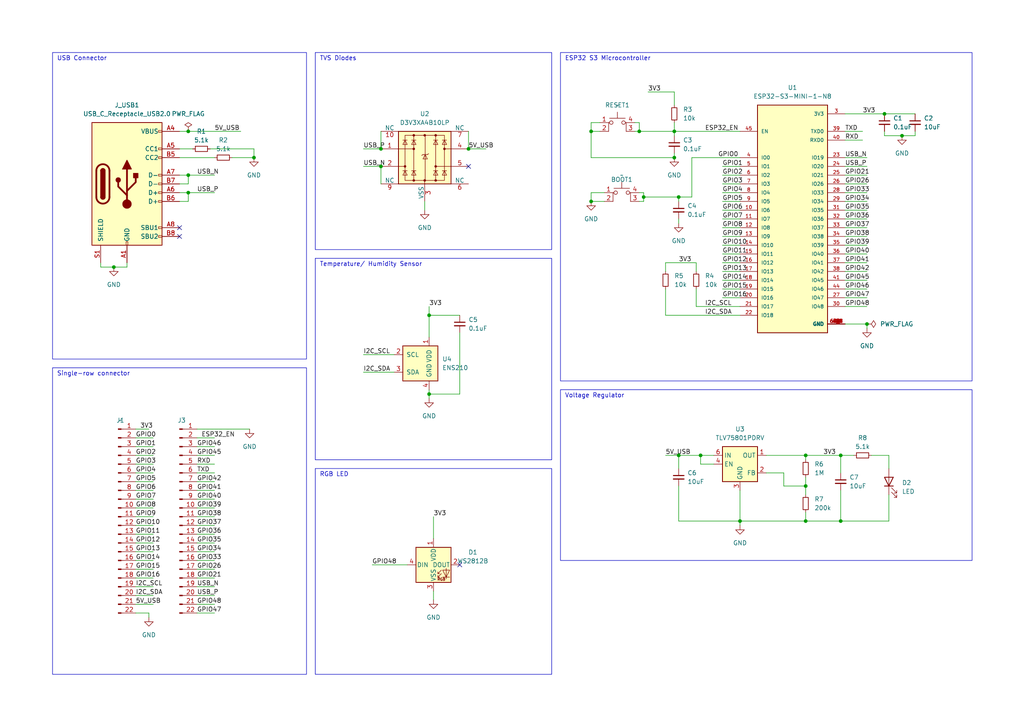
<source format=kicad_sch>
(kicad_sch (version 20230121) (generator eeschema)

  (uuid 75cf96c5-767f-4b2b-81f1-fd58c12923fb)

  (paper "A4")

  (title_block
    (title "ESP32 with Temperature sensor and RGB LED PCB Design")
    (company "Satwik Kamath")
  )

  (lib_symbols
    (symbol "Connector:Conn_01x22_Pin" (pin_names (offset 1.016) hide) (in_bom yes) (on_board yes)
      (property "Reference" "J" (at 0 27.94 0)
        (effects (font (size 1.27 1.27)))
      )
      (property "Value" "Conn_01x22_Pin" (at 0 -30.48 0)
        (effects (font (size 1.27 1.27)))
      )
      (property "Footprint" "" (at 0 0 0)
        (effects (font (size 1.27 1.27)) hide)
      )
      (property "Datasheet" "~" (at 0 0 0)
        (effects (font (size 1.27 1.27)) hide)
      )
      (property "ki_locked" "" (at 0 0 0)
        (effects (font (size 1.27 1.27)))
      )
      (property "ki_keywords" "connector" (at 0 0 0)
        (effects (font (size 1.27 1.27)) hide)
      )
      (property "ki_description" "Generic connector, single row, 01x22, script generated" (at 0 0 0)
        (effects (font (size 1.27 1.27)) hide)
      )
      (property "ki_fp_filters" "Connector*:*_1x??_*" (at 0 0 0)
        (effects (font (size 1.27 1.27)) hide)
      )
      (symbol "Conn_01x22_Pin_1_1"
        (polyline
          (pts
            (xy 1.27 -27.94)
            (xy 0.8636 -27.94)
          )
          (stroke (width 0.1524) (type default))
          (fill (type none))
        )
        (polyline
          (pts
            (xy 1.27 -25.4)
            (xy 0.8636 -25.4)
          )
          (stroke (width 0.1524) (type default))
          (fill (type none))
        )
        (polyline
          (pts
            (xy 1.27 -22.86)
            (xy 0.8636 -22.86)
          )
          (stroke (width 0.1524) (type default))
          (fill (type none))
        )
        (polyline
          (pts
            (xy 1.27 -20.32)
            (xy 0.8636 -20.32)
          )
          (stroke (width 0.1524) (type default))
          (fill (type none))
        )
        (polyline
          (pts
            (xy 1.27 -17.78)
            (xy 0.8636 -17.78)
          )
          (stroke (width 0.1524) (type default))
          (fill (type none))
        )
        (polyline
          (pts
            (xy 1.27 -15.24)
            (xy 0.8636 -15.24)
          )
          (stroke (width 0.1524) (type default))
          (fill (type none))
        )
        (polyline
          (pts
            (xy 1.27 -12.7)
            (xy 0.8636 -12.7)
          )
          (stroke (width 0.1524) (type default))
          (fill (type none))
        )
        (polyline
          (pts
            (xy 1.27 -10.16)
            (xy 0.8636 -10.16)
          )
          (stroke (width 0.1524) (type default))
          (fill (type none))
        )
        (polyline
          (pts
            (xy 1.27 -7.62)
            (xy 0.8636 -7.62)
          )
          (stroke (width 0.1524) (type default))
          (fill (type none))
        )
        (polyline
          (pts
            (xy 1.27 -5.08)
            (xy 0.8636 -5.08)
          )
          (stroke (width 0.1524) (type default))
          (fill (type none))
        )
        (polyline
          (pts
            (xy 1.27 -2.54)
            (xy 0.8636 -2.54)
          )
          (stroke (width 0.1524) (type default))
          (fill (type none))
        )
        (polyline
          (pts
            (xy 1.27 0)
            (xy 0.8636 0)
          )
          (stroke (width 0.1524) (type default))
          (fill (type none))
        )
        (polyline
          (pts
            (xy 1.27 2.54)
            (xy 0.8636 2.54)
          )
          (stroke (width 0.1524) (type default))
          (fill (type none))
        )
        (polyline
          (pts
            (xy 1.27 5.08)
            (xy 0.8636 5.08)
          )
          (stroke (width 0.1524) (type default))
          (fill (type none))
        )
        (polyline
          (pts
            (xy 1.27 7.62)
            (xy 0.8636 7.62)
          )
          (stroke (width 0.1524) (type default))
          (fill (type none))
        )
        (polyline
          (pts
            (xy 1.27 10.16)
            (xy 0.8636 10.16)
          )
          (stroke (width 0.1524) (type default))
          (fill (type none))
        )
        (polyline
          (pts
            (xy 1.27 12.7)
            (xy 0.8636 12.7)
          )
          (stroke (width 0.1524) (type default))
          (fill (type none))
        )
        (polyline
          (pts
            (xy 1.27 15.24)
            (xy 0.8636 15.24)
          )
          (stroke (width 0.1524) (type default))
          (fill (type none))
        )
        (polyline
          (pts
            (xy 1.27 17.78)
            (xy 0.8636 17.78)
          )
          (stroke (width 0.1524) (type default))
          (fill (type none))
        )
        (polyline
          (pts
            (xy 1.27 20.32)
            (xy 0.8636 20.32)
          )
          (stroke (width 0.1524) (type default))
          (fill (type none))
        )
        (polyline
          (pts
            (xy 1.27 22.86)
            (xy 0.8636 22.86)
          )
          (stroke (width 0.1524) (type default))
          (fill (type none))
        )
        (polyline
          (pts
            (xy 1.27 25.4)
            (xy 0.8636 25.4)
          )
          (stroke (width 0.1524) (type default))
          (fill (type none))
        )
        (rectangle (start 0.8636 -27.813) (end 0 -28.067)
          (stroke (width 0.1524) (type default))
          (fill (type outline))
        )
        (rectangle (start 0.8636 -25.273) (end 0 -25.527)
          (stroke (width 0.1524) (type default))
          (fill (type outline))
        )
        (rectangle (start 0.8636 -22.733) (end 0 -22.987)
          (stroke (width 0.1524) (type default))
          (fill (type outline))
        )
        (rectangle (start 0.8636 -20.193) (end 0 -20.447)
          (stroke (width 0.1524) (type default))
          (fill (type outline))
        )
        (rectangle (start 0.8636 -17.653) (end 0 -17.907)
          (stroke (width 0.1524) (type default))
          (fill (type outline))
        )
        (rectangle (start 0.8636 -15.113) (end 0 -15.367)
          (stroke (width 0.1524) (type default))
          (fill (type outline))
        )
        (rectangle (start 0.8636 -12.573) (end 0 -12.827)
          (stroke (width 0.1524) (type default))
          (fill (type outline))
        )
        (rectangle (start 0.8636 -10.033) (end 0 -10.287)
          (stroke (width 0.1524) (type default))
          (fill (type outline))
        )
        (rectangle (start 0.8636 -7.493) (end 0 -7.747)
          (stroke (width 0.1524) (type default))
          (fill (type outline))
        )
        (rectangle (start 0.8636 -4.953) (end 0 -5.207)
          (stroke (width 0.1524) (type default))
          (fill (type outline))
        )
        (rectangle (start 0.8636 -2.413) (end 0 -2.667)
          (stroke (width 0.1524) (type default))
          (fill (type outline))
        )
        (rectangle (start 0.8636 0.127) (end 0 -0.127)
          (stroke (width 0.1524) (type default))
          (fill (type outline))
        )
        (rectangle (start 0.8636 2.667) (end 0 2.413)
          (stroke (width 0.1524) (type default))
          (fill (type outline))
        )
        (rectangle (start 0.8636 5.207) (end 0 4.953)
          (stroke (width 0.1524) (type default))
          (fill (type outline))
        )
        (rectangle (start 0.8636 7.747) (end 0 7.493)
          (stroke (width 0.1524) (type default))
          (fill (type outline))
        )
        (rectangle (start 0.8636 10.287) (end 0 10.033)
          (stroke (width 0.1524) (type default))
          (fill (type outline))
        )
        (rectangle (start 0.8636 12.827) (end 0 12.573)
          (stroke (width 0.1524) (type default))
          (fill (type outline))
        )
        (rectangle (start 0.8636 15.367) (end 0 15.113)
          (stroke (width 0.1524) (type default))
          (fill (type outline))
        )
        (rectangle (start 0.8636 17.907) (end 0 17.653)
          (stroke (width 0.1524) (type default))
          (fill (type outline))
        )
        (rectangle (start 0.8636 20.447) (end 0 20.193)
          (stroke (width 0.1524) (type default))
          (fill (type outline))
        )
        (rectangle (start 0.8636 22.987) (end 0 22.733)
          (stroke (width 0.1524) (type default))
          (fill (type outline))
        )
        (rectangle (start 0.8636 25.527) (end 0 25.273)
          (stroke (width 0.1524) (type default))
          (fill (type outline))
        )
        (pin passive line (at 5.08 25.4 180) (length 3.81)
          (name "Pin_1" (effects (font (size 1.27 1.27))))
          (number "1" (effects (font (size 1.27 1.27))))
        )
        (pin passive line (at 5.08 2.54 180) (length 3.81)
          (name "Pin_10" (effects (font (size 1.27 1.27))))
          (number "10" (effects (font (size 1.27 1.27))))
        )
        (pin passive line (at 5.08 0 180) (length 3.81)
          (name "Pin_11" (effects (font (size 1.27 1.27))))
          (number "11" (effects (font (size 1.27 1.27))))
        )
        (pin passive line (at 5.08 -2.54 180) (length 3.81)
          (name "Pin_12" (effects (font (size 1.27 1.27))))
          (number "12" (effects (font (size 1.27 1.27))))
        )
        (pin passive line (at 5.08 -5.08 180) (length 3.81)
          (name "Pin_13" (effects (font (size 1.27 1.27))))
          (number "13" (effects (font (size 1.27 1.27))))
        )
        (pin passive line (at 5.08 -7.62 180) (length 3.81)
          (name "Pin_14" (effects (font (size 1.27 1.27))))
          (number "14" (effects (font (size 1.27 1.27))))
        )
        (pin passive line (at 5.08 -10.16 180) (length 3.81)
          (name "Pin_15" (effects (font (size 1.27 1.27))))
          (number "15" (effects (font (size 1.27 1.27))))
        )
        (pin passive line (at 5.08 -12.7 180) (length 3.81)
          (name "Pin_16" (effects (font (size 1.27 1.27))))
          (number "16" (effects (font (size 1.27 1.27))))
        )
        (pin passive line (at 5.08 -15.24 180) (length 3.81)
          (name "Pin_17" (effects (font (size 1.27 1.27))))
          (number "17" (effects (font (size 1.27 1.27))))
        )
        (pin passive line (at 5.08 -17.78 180) (length 3.81)
          (name "Pin_18" (effects (font (size 1.27 1.27))))
          (number "18" (effects (font (size 1.27 1.27))))
        )
        (pin passive line (at 5.08 -20.32 180) (length 3.81)
          (name "Pin_19" (effects (font (size 1.27 1.27))))
          (number "19" (effects (font (size 1.27 1.27))))
        )
        (pin passive line (at 5.08 22.86 180) (length 3.81)
          (name "Pin_2" (effects (font (size 1.27 1.27))))
          (number "2" (effects (font (size 1.27 1.27))))
        )
        (pin passive line (at 5.08 -22.86 180) (length 3.81)
          (name "Pin_20" (effects (font (size 1.27 1.27))))
          (number "20" (effects (font (size 1.27 1.27))))
        )
        (pin passive line (at 5.08 -25.4 180) (length 3.81)
          (name "Pin_21" (effects (font (size 1.27 1.27))))
          (number "21" (effects (font (size 1.27 1.27))))
        )
        (pin passive line (at 5.08 -27.94 180) (length 3.81)
          (name "Pin_22" (effects (font (size 1.27 1.27))))
          (number "22" (effects (font (size 1.27 1.27))))
        )
        (pin passive line (at 5.08 20.32 180) (length 3.81)
          (name "Pin_3" (effects (font (size 1.27 1.27))))
          (number "3" (effects (font (size 1.27 1.27))))
        )
        (pin passive line (at 5.08 17.78 180) (length 3.81)
          (name "Pin_4" (effects (font (size 1.27 1.27))))
          (number "4" (effects (font (size 1.27 1.27))))
        )
        (pin passive line (at 5.08 15.24 180) (length 3.81)
          (name "Pin_5" (effects (font (size 1.27 1.27))))
          (number "5" (effects (font (size 1.27 1.27))))
        )
        (pin passive line (at 5.08 12.7 180) (length 3.81)
          (name "Pin_6" (effects (font (size 1.27 1.27))))
          (number "6" (effects (font (size 1.27 1.27))))
        )
        (pin passive line (at 5.08 10.16 180) (length 3.81)
          (name "Pin_7" (effects (font (size 1.27 1.27))))
          (number "7" (effects (font (size 1.27 1.27))))
        )
        (pin passive line (at 5.08 7.62 180) (length 3.81)
          (name "Pin_8" (effects (font (size 1.27 1.27))))
          (number "8" (effects (font (size 1.27 1.27))))
        )
        (pin passive line (at 5.08 5.08 180) (length 3.81)
          (name "Pin_9" (effects (font (size 1.27 1.27))))
          (number "9" (effects (font (size 1.27 1.27))))
        )
      )
    )
    (symbol "Connector:USB_C_Receptacle_USB2.0" (pin_names (offset 1.016)) (in_bom yes) (on_board yes)
      (property "Reference" "J" (at -10.16 19.05 0)
        (effects (font (size 1.27 1.27)) (justify left))
      )
      (property "Value" "USB_C_Receptacle_USB2.0" (at 19.05 19.05 0)
        (effects (font (size 1.27 1.27)) (justify right))
      )
      (property "Footprint" "" (at 3.81 0 0)
        (effects (font (size 1.27 1.27)) hide)
      )
      (property "Datasheet" "https://www.usb.org/sites/default/files/documents/usb_type-c.zip" (at 3.81 0 0)
        (effects (font (size 1.27 1.27)) hide)
      )
      (property "ki_keywords" "usb universal serial bus type-C USB2.0" (at 0 0 0)
        (effects (font (size 1.27 1.27)) hide)
      )
      (property "ki_description" "USB 2.0-only Type-C Receptacle connector" (at 0 0 0)
        (effects (font (size 1.27 1.27)) hide)
      )
      (property "ki_fp_filters" "USB*C*Receptacle*" (at 0 0 0)
        (effects (font (size 1.27 1.27)) hide)
      )
      (symbol "USB_C_Receptacle_USB2.0_0_0"
        (rectangle (start -0.254 -17.78) (end 0.254 -16.764)
          (stroke (width 0) (type default))
          (fill (type none))
        )
        (rectangle (start 10.16 -14.986) (end 9.144 -15.494)
          (stroke (width 0) (type default))
          (fill (type none))
        )
        (rectangle (start 10.16 -12.446) (end 9.144 -12.954)
          (stroke (width 0) (type default))
          (fill (type none))
        )
        (rectangle (start 10.16 -4.826) (end 9.144 -5.334)
          (stroke (width 0) (type default))
          (fill (type none))
        )
        (rectangle (start 10.16 -2.286) (end 9.144 -2.794)
          (stroke (width 0) (type default))
          (fill (type none))
        )
        (rectangle (start 10.16 0.254) (end 9.144 -0.254)
          (stroke (width 0) (type default))
          (fill (type none))
        )
        (rectangle (start 10.16 2.794) (end 9.144 2.286)
          (stroke (width 0) (type default))
          (fill (type none))
        )
        (rectangle (start 10.16 7.874) (end 9.144 7.366)
          (stroke (width 0) (type default))
          (fill (type none))
        )
        (rectangle (start 10.16 10.414) (end 9.144 9.906)
          (stroke (width 0) (type default))
          (fill (type none))
        )
        (rectangle (start 10.16 15.494) (end 9.144 14.986)
          (stroke (width 0) (type default))
          (fill (type none))
        )
      )
      (symbol "USB_C_Receptacle_USB2.0_0_1"
        (rectangle (start -10.16 17.78) (end 10.16 -17.78)
          (stroke (width 0.254) (type default))
          (fill (type background))
        )
        (arc (start -8.89 -3.81) (mid -6.985 -5.7067) (end -5.08 -3.81)
          (stroke (width 0.508) (type default))
          (fill (type none))
        )
        (arc (start -7.62 -3.81) (mid -6.985 -4.4423) (end -6.35 -3.81)
          (stroke (width 0.254) (type default))
          (fill (type none))
        )
        (arc (start -7.62 -3.81) (mid -6.985 -4.4423) (end -6.35 -3.81)
          (stroke (width 0.254) (type default))
          (fill (type outline))
        )
        (rectangle (start -7.62 -3.81) (end -6.35 3.81)
          (stroke (width 0.254) (type default))
          (fill (type outline))
        )
        (arc (start -6.35 3.81) (mid -6.985 4.4423) (end -7.62 3.81)
          (stroke (width 0.254) (type default))
          (fill (type none))
        )
        (arc (start -6.35 3.81) (mid -6.985 4.4423) (end -7.62 3.81)
          (stroke (width 0.254) (type default))
          (fill (type outline))
        )
        (arc (start -5.08 3.81) (mid -6.985 5.7067) (end -8.89 3.81)
          (stroke (width 0.508) (type default))
          (fill (type none))
        )
        (circle (center -2.54 1.143) (radius 0.635)
          (stroke (width 0.254) (type default))
          (fill (type outline))
        )
        (circle (center 0 -5.842) (radius 1.27)
          (stroke (width 0) (type default))
          (fill (type outline))
        )
        (polyline
          (pts
            (xy -8.89 -3.81)
            (xy -8.89 3.81)
          )
          (stroke (width 0.508) (type default))
          (fill (type none))
        )
        (polyline
          (pts
            (xy -5.08 3.81)
            (xy -5.08 -3.81)
          )
          (stroke (width 0.508) (type default))
          (fill (type none))
        )
        (polyline
          (pts
            (xy 0 -5.842)
            (xy 0 4.318)
          )
          (stroke (width 0.508) (type default))
          (fill (type none))
        )
        (polyline
          (pts
            (xy 0 -3.302)
            (xy -2.54 -0.762)
            (xy -2.54 0.508)
          )
          (stroke (width 0.508) (type default))
          (fill (type none))
        )
        (polyline
          (pts
            (xy 0 -2.032)
            (xy 2.54 0.508)
            (xy 2.54 1.778)
          )
          (stroke (width 0.508) (type default))
          (fill (type none))
        )
        (polyline
          (pts
            (xy -1.27 4.318)
            (xy 0 6.858)
            (xy 1.27 4.318)
            (xy -1.27 4.318)
          )
          (stroke (width 0.254) (type default))
          (fill (type outline))
        )
        (rectangle (start 1.905 1.778) (end 3.175 3.048)
          (stroke (width 0.254) (type default))
          (fill (type outline))
        )
      )
      (symbol "USB_C_Receptacle_USB2.0_1_1"
        (pin passive line (at 0 -22.86 90) (length 5.08)
          (name "GND" (effects (font (size 1.27 1.27))))
          (number "A1" (effects (font (size 1.27 1.27))))
        )
        (pin passive line (at 0 -22.86 90) (length 5.08) hide
          (name "GND" (effects (font (size 1.27 1.27))))
          (number "A12" (effects (font (size 1.27 1.27))))
        )
        (pin passive line (at 15.24 15.24 180) (length 5.08)
          (name "VBUS" (effects (font (size 1.27 1.27))))
          (number "A4" (effects (font (size 1.27 1.27))))
        )
        (pin bidirectional line (at 15.24 10.16 180) (length 5.08)
          (name "CC1" (effects (font (size 1.27 1.27))))
          (number "A5" (effects (font (size 1.27 1.27))))
        )
        (pin bidirectional line (at 15.24 -2.54 180) (length 5.08)
          (name "D+" (effects (font (size 1.27 1.27))))
          (number "A6" (effects (font (size 1.27 1.27))))
        )
        (pin bidirectional line (at 15.24 2.54 180) (length 5.08)
          (name "D-" (effects (font (size 1.27 1.27))))
          (number "A7" (effects (font (size 1.27 1.27))))
        )
        (pin bidirectional line (at 15.24 -12.7 180) (length 5.08)
          (name "SBU1" (effects (font (size 1.27 1.27))))
          (number "A8" (effects (font (size 1.27 1.27))))
        )
        (pin passive line (at 15.24 15.24 180) (length 5.08) hide
          (name "VBUS" (effects (font (size 1.27 1.27))))
          (number "A9" (effects (font (size 1.27 1.27))))
        )
        (pin passive line (at 0 -22.86 90) (length 5.08) hide
          (name "GND" (effects (font (size 1.27 1.27))))
          (number "B1" (effects (font (size 1.27 1.27))))
        )
        (pin passive line (at 0 -22.86 90) (length 5.08) hide
          (name "GND" (effects (font (size 1.27 1.27))))
          (number "B12" (effects (font (size 1.27 1.27))))
        )
        (pin passive line (at 15.24 15.24 180) (length 5.08) hide
          (name "VBUS" (effects (font (size 1.27 1.27))))
          (number "B4" (effects (font (size 1.27 1.27))))
        )
        (pin bidirectional line (at 15.24 7.62 180) (length 5.08)
          (name "CC2" (effects (font (size 1.27 1.27))))
          (number "B5" (effects (font (size 1.27 1.27))))
        )
        (pin bidirectional line (at 15.24 -5.08 180) (length 5.08)
          (name "D+" (effects (font (size 1.27 1.27))))
          (number "B6" (effects (font (size 1.27 1.27))))
        )
        (pin bidirectional line (at 15.24 0 180) (length 5.08)
          (name "D-" (effects (font (size 1.27 1.27))))
          (number "B7" (effects (font (size 1.27 1.27))))
        )
        (pin bidirectional line (at 15.24 -15.24 180) (length 5.08)
          (name "SBU2" (effects (font (size 1.27 1.27))))
          (number "B8" (effects (font (size 1.27 1.27))))
        )
        (pin passive line (at 15.24 15.24 180) (length 5.08) hide
          (name "VBUS" (effects (font (size 1.27 1.27))))
          (number "B9" (effects (font (size 1.27 1.27))))
        )
        (pin passive line (at -7.62 -22.86 90) (length 5.08)
          (name "SHIELD" (effects (font (size 1.27 1.27))))
          (number "S1" (effects (font (size 1.27 1.27))))
        )
      )
    )
    (symbol "Device:C_Small" (pin_numbers hide) (pin_names (offset 0.254) hide) (in_bom yes) (on_board yes)
      (property "Reference" "C" (at 0.254 1.778 0)
        (effects (font (size 1.27 1.27)) (justify left))
      )
      (property "Value" "C_Small" (at 0.254 -2.032 0)
        (effects (font (size 1.27 1.27)) (justify left))
      )
      (property "Footprint" "" (at 0 0 0)
        (effects (font (size 1.27 1.27)) hide)
      )
      (property "Datasheet" "~" (at 0 0 0)
        (effects (font (size 1.27 1.27)) hide)
      )
      (property "ki_keywords" "capacitor cap" (at 0 0 0)
        (effects (font (size 1.27 1.27)) hide)
      )
      (property "ki_description" "Unpolarized capacitor, small symbol" (at 0 0 0)
        (effects (font (size 1.27 1.27)) hide)
      )
      (property "ki_fp_filters" "C_*" (at 0 0 0)
        (effects (font (size 1.27 1.27)) hide)
      )
      (symbol "C_Small_0_1"
        (polyline
          (pts
            (xy -1.524 -0.508)
            (xy 1.524 -0.508)
          )
          (stroke (width 0.3302) (type default))
          (fill (type none))
        )
        (polyline
          (pts
            (xy -1.524 0.508)
            (xy 1.524 0.508)
          )
          (stroke (width 0.3048) (type default))
          (fill (type none))
        )
      )
      (symbol "C_Small_1_1"
        (pin passive line (at 0 2.54 270) (length 2.032)
          (name "~" (effects (font (size 1.27 1.27))))
          (number "1" (effects (font (size 1.27 1.27))))
        )
        (pin passive line (at 0 -2.54 90) (length 2.032)
          (name "~" (effects (font (size 1.27 1.27))))
          (number "2" (effects (font (size 1.27 1.27))))
        )
      )
    )
    (symbol "Device:LED" (pin_numbers hide) (pin_names (offset 1.016) hide) (in_bom yes) (on_board yes)
      (property "Reference" "D" (at 0 2.54 0)
        (effects (font (size 1.27 1.27)))
      )
      (property "Value" "LED" (at 0 -2.54 0)
        (effects (font (size 1.27 1.27)))
      )
      (property "Footprint" "" (at 0 0 0)
        (effects (font (size 1.27 1.27)) hide)
      )
      (property "Datasheet" "~" (at 0 0 0)
        (effects (font (size 1.27 1.27)) hide)
      )
      (property "ki_keywords" "LED diode" (at 0 0 0)
        (effects (font (size 1.27 1.27)) hide)
      )
      (property "ki_description" "Light emitting diode" (at 0 0 0)
        (effects (font (size 1.27 1.27)) hide)
      )
      (property "ki_fp_filters" "LED* LED_SMD:* LED_THT:*" (at 0 0 0)
        (effects (font (size 1.27 1.27)) hide)
      )
      (symbol "LED_0_1"
        (polyline
          (pts
            (xy -1.27 -1.27)
            (xy -1.27 1.27)
          )
          (stroke (width 0.254) (type default))
          (fill (type none))
        )
        (polyline
          (pts
            (xy -1.27 0)
            (xy 1.27 0)
          )
          (stroke (width 0) (type default))
          (fill (type none))
        )
        (polyline
          (pts
            (xy 1.27 -1.27)
            (xy 1.27 1.27)
            (xy -1.27 0)
            (xy 1.27 -1.27)
          )
          (stroke (width 0.254) (type default))
          (fill (type none))
        )
        (polyline
          (pts
            (xy -3.048 -0.762)
            (xy -4.572 -2.286)
            (xy -3.81 -2.286)
            (xy -4.572 -2.286)
            (xy -4.572 -1.524)
          )
          (stroke (width 0) (type default))
          (fill (type none))
        )
        (polyline
          (pts
            (xy -1.778 -0.762)
            (xy -3.302 -2.286)
            (xy -2.54 -2.286)
            (xy -3.302 -2.286)
            (xy -3.302 -1.524)
          )
          (stroke (width 0) (type default))
          (fill (type none))
        )
      )
      (symbol "LED_1_1"
        (pin passive line (at -3.81 0 0) (length 2.54)
          (name "K" (effects (font (size 1.27 1.27))))
          (number "1" (effects (font (size 1.27 1.27))))
        )
        (pin passive line (at 3.81 0 180) (length 2.54)
          (name "A" (effects (font (size 1.27 1.27))))
          (number "2" (effects (font (size 1.27 1.27))))
        )
      )
    )
    (symbol "Device:R_Small" (pin_numbers hide) (pin_names (offset 0.254) hide) (in_bom yes) (on_board yes)
      (property "Reference" "R" (at 0.762 0.508 0)
        (effects (font (size 1.27 1.27)) (justify left))
      )
      (property "Value" "R_Small" (at 0.762 -1.016 0)
        (effects (font (size 1.27 1.27)) (justify left))
      )
      (property "Footprint" "" (at 0 0 0)
        (effects (font (size 1.27 1.27)) hide)
      )
      (property "Datasheet" "~" (at 0 0 0)
        (effects (font (size 1.27 1.27)) hide)
      )
      (property "ki_keywords" "R resistor" (at 0 0 0)
        (effects (font (size 1.27 1.27)) hide)
      )
      (property "ki_description" "Resistor, small symbol" (at 0 0 0)
        (effects (font (size 1.27 1.27)) hide)
      )
      (property "ki_fp_filters" "R_*" (at 0 0 0)
        (effects (font (size 1.27 1.27)) hide)
      )
      (symbol "R_Small_0_1"
        (rectangle (start -0.762 1.778) (end 0.762 -1.778)
          (stroke (width 0.2032) (type default))
          (fill (type none))
        )
      )
      (symbol "R_Small_1_1"
        (pin passive line (at 0 2.54 270) (length 0.762)
          (name "~" (effects (font (size 1.27 1.27))))
          (number "1" (effects (font (size 1.27 1.27))))
        )
        (pin passive line (at 0 -2.54 90) (length 0.762)
          (name "~" (effects (font (size 1.27 1.27))))
          (number "2" (effects (font (size 1.27 1.27))))
        )
      )
    )
    (symbol "ESP32-S3-MINI-1-N8:ESP32-S3-MINI-1-N8" (pin_names (offset 1.016)) (in_bom yes) (on_board yes)
      (property "Reference" "U" (at -10.16 34.29 0)
        (effects (font (size 1.27 1.27)) (justify left bottom))
      )
      (property "Value" "ESP32-S3-MINI-1-N8" (at -10.16 -35.56 0)
        (effects (font (size 1.27 1.27)) (justify left bottom))
      )
      (property "Footprint" "ESP32-S3-MINI-1-N8:XCVR_ESP32-S3-MINI-1-N8" (at 0 0 0)
        (effects (font (size 1.27 1.27)) (justify bottom) hide)
      )
      (property "Datasheet" "" (at 0 0 0)
        (effects (font (size 1.27 1.27)) hide)
      )
      (property "MF" "Espressif Systems" (at 0 0 0)
        (effects (font (size 1.27 1.27)) (justify bottom) hide)
      )
      (property "MAXIMUM_PACKAGE_HEIGHT" "2.55mm" (at 0 0 0)
        (effects (font (size 1.27 1.27)) (justify bottom) hide)
      )
      (property "Package" "None" (at 0 0 0)
        (effects (font (size 1.27 1.27)) (justify bottom) hide)
      )
      (property "Price" "None" (at 0 0 0)
        (effects (font (size 1.27 1.27)) (justify bottom) hide)
      )
      (property "Check_prices" "https://www.snapeda.com/parts/ESP32-S3-MINI-1-N8/Espressif+Systems/view-part/?ref=eda" (at 0 0 0)
        (effects (font (size 1.27 1.27)) (justify bottom) hide)
      )
      (property "STANDARD" "Manufacturer Recommendations" (at 0 0 0)
        (effects (font (size 1.27 1.27)) (justify bottom) hide)
      )
      (property "PARTREV" "v0.6" (at 0 0 0)
        (effects (font (size 1.27 1.27)) (justify bottom) hide)
      )
      (property "SnapEDA_Link" "https://www.snapeda.com/parts/ESP32-S3-MINI-1-N8/Espressif+Systems/view-part/?ref=snap" (at 0 0 0)
        (effects (font (size 1.27 1.27)) (justify bottom) hide)
      )
      (property "MP" "ESP32-S3-MINI-1-N8" (at 0 0 0)
        (effects (font (size 1.27 1.27)) (justify bottom) hide)
      )
      (property "Purchase-URL" "https://www.snapeda.com/api/url_track_click_mouser/?unipart_id=8941370&manufacturer=Espressif Systems&part_name=ESP32-S3-MINI-1-N8&search_term=None" (at 0 0 0)
        (effects (font (size 1.27 1.27)) (justify bottom) hide)
      )
      (property "Description" "\nBluetooth, WiFi 802.11b/g/n, Bluetooth v5.0 Transceiver Module 2.4GHz PCB Trace Surface Mount\n" (at 0 0 0)
        (effects (font (size 1.27 1.27)) (justify bottom) hide)
      )
      (property "Availability" "In Stock" (at 0 0 0)
        (effects (font (size 1.27 1.27)) (justify bottom) hide)
      )
      (property "MANUFACTURER" "Espressif" (at 0 0 0)
        (effects (font (size 1.27 1.27)) (justify bottom) hide)
      )
      (symbol "ESP32-S3-MINI-1-N8_0_0"
        (rectangle (start -10.16 -33.02) (end 10.16 33.02)
          (stroke (width 0.254) (type default))
          (fill (type background))
        )
        (pin power_in line (at 15.24 -30.48 180) (length 5.08)
          (name "GND" (effects (font (size 1.016 1.016))))
          (number "1" (effects (font (size 1.016 1.016))))
        )
        (pin bidirectional line (at -15.24 2.54 0) (length 5.08)
          (name "IO6" (effects (font (size 1.016 1.016))))
          (number "10" (effects (font (size 1.016 1.016))))
        )
        (pin bidirectional line (at -15.24 0 0) (length 5.08)
          (name "IO7" (effects (font (size 1.016 1.016))))
          (number "11" (effects (font (size 1.016 1.016))))
        )
        (pin bidirectional line (at -15.24 -2.54 0) (length 5.08)
          (name "IO8" (effects (font (size 1.016 1.016))))
          (number "12" (effects (font (size 1.016 1.016))))
        )
        (pin bidirectional line (at -15.24 -5.08 0) (length 5.08)
          (name "IO9" (effects (font (size 1.016 1.016))))
          (number "13" (effects (font (size 1.016 1.016))))
        )
        (pin bidirectional line (at -15.24 -7.62 0) (length 5.08)
          (name "IO10" (effects (font (size 1.016 1.016))))
          (number "14" (effects (font (size 1.016 1.016))))
        )
        (pin bidirectional line (at -15.24 -10.16 0) (length 5.08)
          (name "IO11" (effects (font (size 1.016 1.016))))
          (number "15" (effects (font (size 1.016 1.016))))
        )
        (pin bidirectional line (at -15.24 -12.7 0) (length 5.08)
          (name "IO12" (effects (font (size 1.016 1.016))))
          (number "16" (effects (font (size 1.016 1.016))))
        )
        (pin bidirectional line (at -15.24 -15.24 0) (length 5.08)
          (name "IO13" (effects (font (size 1.016 1.016))))
          (number "17" (effects (font (size 1.016 1.016))))
        )
        (pin bidirectional line (at -15.24 -17.78 0) (length 5.08)
          (name "IO14" (effects (font (size 1.016 1.016))))
          (number "18" (effects (font (size 1.016 1.016))))
        )
        (pin bidirectional line (at -15.24 -20.32 0) (length 5.08)
          (name "IO15" (effects (font (size 1.016 1.016))))
          (number "19" (effects (font (size 1.016 1.016))))
        )
        (pin power_in line (at 15.24 -30.48 180) (length 5.08)
          (name "GND" (effects (font (size 1.016 1.016))))
          (number "2" (effects (font (size 1.016 1.016))))
        )
        (pin bidirectional line (at -15.24 -22.86 0) (length 5.08)
          (name "IO16" (effects (font (size 1.016 1.016))))
          (number "20" (effects (font (size 1.016 1.016))))
        )
        (pin bidirectional line (at -15.24 -25.4 0) (length 5.08)
          (name "IO17" (effects (font (size 1.016 1.016))))
          (number "21" (effects (font (size 1.016 1.016))))
        )
        (pin bidirectional line (at -15.24 -27.94 0) (length 5.08)
          (name "IO18" (effects (font (size 1.016 1.016))))
          (number "22" (effects (font (size 1.016 1.016))))
        )
        (pin bidirectional line (at 15.24 17.78 180) (length 5.08)
          (name "IO19" (effects (font (size 1.016 1.016))))
          (number "23" (effects (font (size 1.016 1.016))))
        )
        (pin bidirectional line (at 15.24 15.24 180) (length 5.08)
          (name "IO20" (effects (font (size 1.016 1.016))))
          (number "24" (effects (font (size 1.016 1.016))))
        )
        (pin bidirectional line (at 15.24 12.7 180) (length 5.08)
          (name "IO21" (effects (font (size 1.016 1.016))))
          (number "25" (effects (font (size 1.016 1.016))))
        )
        (pin bidirectional line (at 15.24 10.16 180) (length 5.08)
          (name "IO26" (effects (font (size 1.016 1.016))))
          (number "26" (effects (font (size 1.016 1.016))))
        )
        (pin bidirectional line (at 15.24 -22.86 180) (length 5.08)
          (name "IO47" (effects (font (size 1.016 1.016))))
          (number "27" (effects (font (size 1.016 1.016))))
        )
        (pin bidirectional line (at 15.24 7.62 180) (length 5.08)
          (name "IO33" (effects (font (size 1.016 1.016))))
          (number "28" (effects (font (size 1.016 1.016))))
        )
        (pin bidirectional line (at 15.24 5.08 180) (length 5.08)
          (name "IO34" (effects (font (size 1.016 1.016))))
          (number "29" (effects (font (size 1.016 1.016))))
        )
        (pin power_in line (at 15.24 30.48 180) (length 5.08)
          (name "3V3" (effects (font (size 1.016 1.016))))
          (number "3" (effects (font (size 1.016 1.016))))
        )
        (pin bidirectional line (at 15.24 -25.4 180) (length 5.08)
          (name "IO48" (effects (font (size 1.016 1.016))))
          (number "30" (effects (font (size 1.016 1.016))))
        )
        (pin bidirectional line (at 15.24 2.54 180) (length 5.08)
          (name "IO35" (effects (font (size 1.016 1.016))))
          (number "31" (effects (font (size 1.016 1.016))))
        )
        (pin bidirectional line (at 15.24 0 180) (length 5.08)
          (name "IO36" (effects (font (size 1.016 1.016))))
          (number "32" (effects (font (size 1.016 1.016))))
        )
        (pin bidirectional line (at 15.24 -2.54 180) (length 5.08)
          (name "IO37" (effects (font (size 1.016 1.016))))
          (number "33" (effects (font (size 1.016 1.016))))
        )
        (pin bidirectional line (at 15.24 -5.08 180) (length 5.08)
          (name "IO38" (effects (font (size 1.016 1.016))))
          (number "34" (effects (font (size 1.016 1.016))))
        )
        (pin bidirectional line (at 15.24 -7.62 180) (length 5.08)
          (name "IO39" (effects (font (size 1.016 1.016))))
          (number "35" (effects (font (size 1.016 1.016))))
        )
        (pin bidirectional line (at 15.24 -10.16 180) (length 5.08)
          (name "IO40" (effects (font (size 1.016 1.016))))
          (number "36" (effects (font (size 1.016 1.016))))
        )
        (pin bidirectional line (at 15.24 -12.7 180) (length 5.08)
          (name "IO41" (effects (font (size 1.016 1.016))))
          (number "37" (effects (font (size 1.016 1.016))))
        )
        (pin bidirectional line (at 15.24 -15.24 180) (length 5.08)
          (name "IO42" (effects (font (size 1.016 1.016))))
          (number "38" (effects (font (size 1.016 1.016))))
        )
        (pin bidirectional line (at 15.24 25.4 180) (length 5.08)
          (name "TXD0" (effects (font (size 1.016 1.016))))
          (number "39" (effects (font (size 1.016 1.016))))
        )
        (pin bidirectional line (at -15.24 17.78 0) (length 5.08)
          (name "IO0" (effects (font (size 1.016 1.016))))
          (number "4" (effects (font (size 1.016 1.016))))
        )
        (pin bidirectional line (at 15.24 22.86 180) (length 5.08)
          (name "RXD0" (effects (font (size 1.016 1.016))))
          (number "40" (effects (font (size 1.016 1.016))))
        )
        (pin bidirectional line (at 15.24 -17.78 180) (length 5.08)
          (name "IO45" (effects (font (size 1.016 1.016))))
          (number "41" (effects (font (size 1.016 1.016))))
        )
        (pin power_in line (at 15.24 -30.48 180) (length 5.08)
          (name "GND" (effects (font (size 1.016 1.016))))
          (number "42" (effects (font (size 1.016 1.016))))
        )
        (pin power_in line (at 15.24 -30.48 180) (length 5.08)
          (name "GND" (effects (font (size 1.016 1.016))))
          (number "43" (effects (font (size 1.016 1.016))))
        )
        (pin bidirectional line (at 15.24 -20.32 180) (length 5.08)
          (name "IO46" (effects (font (size 1.016 1.016))))
          (number "44" (effects (font (size 1.016 1.016))))
        )
        (pin input line (at -15.24 25.4 0) (length 5.08)
          (name "EN" (effects (font (size 1.016 1.016))))
          (number "45" (effects (font (size 1.016 1.016))))
        )
        (pin power_in line (at 15.24 -30.48 180) (length 5.08)
          (name "GND" (effects (font (size 1.016 1.016))))
          (number "46" (effects (font (size 1.016 1.016))))
        )
        (pin power_in line (at 15.24 -30.48 180) (length 5.08)
          (name "GND" (effects (font (size 1.016 1.016))))
          (number "47" (effects (font (size 1.016 1.016))))
        )
        (pin power_in line (at 15.24 -30.48 180) (length 5.08)
          (name "GND" (effects (font (size 1.016 1.016))))
          (number "48" (effects (font (size 1.016 1.016))))
        )
        (pin power_in line (at 15.24 -30.48 180) (length 5.08)
          (name "GND" (effects (font (size 1.016 1.016))))
          (number "49" (effects (font (size 1.016 1.016))))
        )
        (pin bidirectional line (at -15.24 15.24 0) (length 5.08)
          (name "IO1" (effects (font (size 1.016 1.016))))
          (number "5" (effects (font (size 1.016 1.016))))
        )
        (pin power_in line (at 15.24 -30.48 180) (length 5.08)
          (name "GND" (effects (font (size 1.016 1.016))))
          (number "50" (effects (font (size 1.016 1.016))))
        )
        (pin power_in line (at 15.24 -30.48 180) (length 5.08)
          (name "GND" (effects (font (size 1.016 1.016))))
          (number "51" (effects (font (size 1.016 1.016))))
        )
        (pin power_in line (at 15.24 -30.48 180) (length 5.08)
          (name "GND" (effects (font (size 1.016 1.016))))
          (number "52" (effects (font (size 1.016 1.016))))
        )
        (pin power_in line (at 15.24 -30.48 180) (length 5.08)
          (name "GND" (effects (font (size 1.016 1.016))))
          (number "53" (effects (font (size 1.016 1.016))))
        )
        (pin power_in line (at 15.24 -30.48 180) (length 5.08)
          (name "GND" (effects (font (size 1.016 1.016))))
          (number "54" (effects (font (size 1.016 1.016))))
        )
        (pin power_in line (at 15.24 -30.48 180) (length 5.08)
          (name "GND" (effects (font (size 1.016 1.016))))
          (number "55" (effects (font (size 1.016 1.016))))
        )
        (pin power_in line (at 15.24 -30.48 180) (length 5.08)
          (name "GND" (effects (font (size 1.016 1.016))))
          (number "56" (effects (font (size 1.016 1.016))))
        )
        (pin power_in line (at 15.24 -30.48 180) (length 5.08)
          (name "GND" (effects (font (size 1.016 1.016))))
          (number "57" (effects (font (size 1.016 1.016))))
        )
        (pin power_in line (at 15.24 -30.48 180) (length 5.08)
          (name "GND" (effects (font (size 1.016 1.016))))
          (number "58" (effects (font (size 1.016 1.016))))
        )
        (pin power_in line (at 15.24 -30.48 180) (length 5.08)
          (name "GND" (effects (font (size 1.016 1.016))))
          (number "59" (effects (font (size 1.016 1.016))))
        )
        (pin bidirectional line (at -15.24 12.7 0) (length 5.08)
          (name "IO2" (effects (font (size 1.016 1.016))))
          (number "6" (effects (font (size 1.016 1.016))))
        )
        (pin power_in line (at 15.24 -30.48 180) (length 5.08)
          (name "GND" (effects (font (size 1.016 1.016))))
          (number "60" (effects (font (size 1.016 1.016))))
        )
        (pin power_in line (at 15.24 -30.48 180) (length 5.08)
          (name "GND" (effects (font (size 1.016 1.016))))
          (number "61" (effects (font (size 1.016 1.016))))
        )
        (pin power_in line (at 15.24 -30.48 180) (length 5.08)
          (name "GND" (effects (font (size 1.016 1.016))))
          (number "61_1" (effects (font (size 1.016 1.016))))
        )
        (pin power_in line (at 15.24 -30.48 180) (length 5.08)
          (name "GND" (effects (font (size 1.016 1.016))))
          (number "61_2" (effects (font (size 1.016 1.016))))
        )
        (pin power_in line (at 15.24 -30.48 180) (length 5.08)
          (name "GND" (effects (font (size 1.016 1.016))))
          (number "61_3" (effects (font (size 1.016 1.016))))
        )
        (pin power_in line (at 15.24 -30.48 180) (length 5.08)
          (name "GND" (effects (font (size 1.016 1.016))))
          (number "61_4" (effects (font (size 1.016 1.016))))
        )
        (pin power_in line (at 15.24 -30.48 180) (length 5.08)
          (name "GND" (effects (font (size 1.016 1.016))))
          (number "61_5" (effects (font (size 1.016 1.016))))
        )
        (pin power_in line (at 15.24 -30.48 180) (length 5.08)
          (name "GND" (effects (font (size 1.016 1.016))))
          (number "61_6" (effects (font (size 1.016 1.016))))
        )
        (pin power_in line (at 15.24 -30.48 180) (length 5.08)
          (name "GND" (effects (font (size 1.016 1.016))))
          (number "61_7" (effects (font (size 1.016 1.016))))
        )
        (pin power_in line (at 15.24 -30.48 180) (length 5.08)
          (name "GND" (effects (font (size 1.016 1.016))))
          (number "61_8" (effects (font (size 1.016 1.016))))
        )
        (pin power_in line (at 15.24 -30.48 180) (length 5.08)
          (name "GND" (effects (font (size 1.016 1.016))))
          (number "62" (effects (font (size 1.016 1.016))))
        )
        (pin power_in line (at 15.24 -30.48 180) (length 5.08)
          (name "GND" (effects (font (size 1.016 1.016))))
          (number "63" (effects (font (size 1.016 1.016))))
        )
        (pin power_in line (at 15.24 -30.48 180) (length 5.08)
          (name "GND" (effects (font (size 1.016 1.016))))
          (number "64" (effects (font (size 1.016 1.016))))
        )
        (pin power_in line (at 15.24 -30.48 180) (length 5.08)
          (name "GND" (effects (font (size 1.016 1.016))))
          (number "65" (effects (font (size 1.016 1.016))))
        )
        (pin bidirectional line (at -15.24 10.16 0) (length 5.08)
          (name "IO3" (effects (font (size 1.016 1.016))))
          (number "7" (effects (font (size 1.016 1.016))))
        )
        (pin bidirectional line (at -15.24 7.62 0) (length 5.08)
          (name "IO4" (effects (font (size 1.016 1.016))))
          (number "8" (effects (font (size 1.016 1.016))))
        )
        (pin bidirectional line (at -15.24 5.08 0) (length 5.08)
          (name "IO5" (effects (font (size 1.016 1.016))))
          (number "9" (effects (font (size 1.016 1.016))))
        )
      )
    )
    (symbol "LED:WS2812B" (pin_names (offset 0.254)) (in_bom yes) (on_board yes)
      (property "Reference" "D" (at 5.08 5.715 0)
        (effects (font (size 1.27 1.27)) (justify right bottom))
      )
      (property "Value" "WS2812B" (at 1.27 -5.715 0)
        (effects (font (size 1.27 1.27)) (justify left top))
      )
      (property "Footprint" "LED_SMD:LED_WS2812B_PLCC4_5.0x5.0mm_P3.2mm" (at 1.27 -7.62 0)
        (effects (font (size 1.27 1.27)) (justify left top) hide)
      )
      (property "Datasheet" "https://cdn-shop.adafruit.com/datasheets/WS2812B.pdf" (at 2.54 -9.525 0)
        (effects (font (size 1.27 1.27)) (justify left top) hide)
      )
      (property "ki_keywords" "RGB LED NeoPixel addressable" (at 0 0 0)
        (effects (font (size 1.27 1.27)) hide)
      )
      (property "ki_description" "RGB LED with integrated controller" (at 0 0 0)
        (effects (font (size 1.27 1.27)) hide)
      )
      (property "ki_fp_filters" "LED*WS2812*PLCC*5.0x5.0mm*P3.2mm*" (at 0 0 0)
        (effects (font (size 1.27 1.27)) hide)
      )
      (symbol "WS2812B_0_0"
        (text "RGB" (at 2.286 -4.191 0)
          (effects (font (size 0.762 0.762)))
        )
      )
      (symbol "WS2812B_0_1"
        (polyline
          (pts
            (xy 1.27 -3.556)
            (xy 1.778 -3.556)
          )
          (stroke (width 0) (type default))
          (fill (type none))
        )
        (polyline
          (pts
            (xy 1.27 -2.54)
            (xy 1.778 -2.54)
          )
          (stroke (width 0) (type default))
          (fill (type none))
        )
        (polyline
          (pts
            (xy 4.699 -3.556)
            (xy 2.667 -3.556)
          )
          (stroke (width 0) (type default))
          (fill (type none))
        )
        (polyline
          (pts
            (xy 2.286 -2.54)
            (xy 1.27 -3.556)
            (xy 1.27 -3.048)
          )
          (stroke (width 0) (type default))
          (fill (type none))
        )
        (polyline
          (pts
            (xy 2.286 -1.524)
            (xy 1.27 -2.54)
            (xy 1.27 -2.032)
          )
          (stroke (width 0) (type default))
          (fill (type none))
        )
        (polyline
          (pts
            (xy 3.683 -1.016)
            (xy 3.683 -3.556)
            (xy 3.683 -4.064)
          )
          (stroke (width 0) (type default))
          (fill (type none))
        )
        (polyline
          (pts
            (xy 4.699 -1.524)
            (xy 2.667 -1.524)
            (xy 3.683 -3.556)
            (xy 4.699 -1.524)
          )
          (stroke (width 0) (type default))
          (fill (type none))
        )
        (rectangle (start 5.08 5.08) (end -5.08 -5.08)
          (stroke (width 0.254) (type default))
          (fill (type background))
        )
      )
      (symbol "WS2812B_1_1"
        (pin power_in line (at 0 7.62 270) (length 2.54)
          (name "VDD" (effects (font (size 1.27 1.27))))
          (number "1" (effects (font (size 1.27 1.27))))
        )
        (pin output line (at 7.62 0 180) (length 2.54)
          (name "DOUT" (effects (font (size 1.27 1.27))))
          (number "2" (effects (font (size 1.27 1.27))))
        )
        (pin power_in line (at 0 -7.62 90) (length 2.54)
          (name "VSS" (effects (font (size 1.27 1.27))))
          (number "3" (effects (font (size 1.27 1.27))))
        )
        (pin input line (at -7.62 0 0) (length 2.54)
          (name "DIN" (effects (font (size 1.27 1.27))))
          (number "4" (effects (font (size 1.27 1.27))))
        )
      )
    )
    (symbol "Power_Protection:D3V3XA4B10LP" (pin_names (offset 0)) (in_bom yes) (on_board yes)
      (property "Reference" "U" (at -0.635 8.89 0)
        (effects (font (size 1.27 1.27)))
      )
      (property "Value" "D3V3XA4B10LP" (at 8.89 -10.16 0)
        (effects (font (size 1.27 1.27)))
      )
      (property "Footprint" "Package_DFN_QFN:Diodes_UDFN-10_1.0x2.5mm_P0.5mm" (at -24.13 -10.16 0)
        (effects (font (size 1.27 1.27)) hide)
      )
      (property "Datasheet" "https://www.diodes.com/assets/Datasheets/D3V3XA4B10LP.pdf" (at 0 0 0)
        (effects (font (size 1.27 1.27)) hide)
      )
      (property "ki_keywords" "ESD protection TVS" (at 0 0 0)
        (effects (font (size 1.27 1.27)) hide)
      )
      (property "ki_description" "4-Channel Low Capacitance TVS Diode Array, DFN-10" (at 0 0 0)
        (effects (font (size 1.27 1.27)) hide)
      )
      (property "ki_fp_filters" "Diodes*UDFN*1.0x2.5mm*P0.5mm*" (at 0 0 0)
        (effects (font (size 1.27 1.27)) hide)
      )
      (symbol "D3V3XA4B10LP_0_0"
        (rectangle (start -5.715 6.477) (end 5.715 -6.604)
          (stroke (width 0) (type default))
          (fill (type none))
        )
        (polyline
          (pts
            (xy -3.175 -6.604)
            (xy -3.175 6.477)
          )
          (stroke (width 0) (type default))
          (fill (type none))
        )
        (polyline
          (pts
            (xy 0.127 6.477)
            (xy 0.127 -6.604)
          )
          (stroke (width 0) (type default))
          (fill (type none))
        )
        (polyline
          (pts
            (xy 3.175 6.477)
            (xy 3.175 -6.604)
          )
          (stroke (width 0) (type default))
          (fill (type none))
        )
      )
      (symbol "D3V3XA4B10LP_0_1"
        (rectangle (start -7.62 7.62) (end 7.62 -7.62)
          (stroke (width 0.254) (type default))
          (fill (type background))
        )
        (circle (center -5.715 -2.54) (radius 0.2794)
          (stroke (width 0) (type default))
          (fill (type outline))
        )
        (circle (center -3.175 -6.604) (radius 0.2794)
          (stroke (width 0) (type default))
          (fill (type outline))
        )
        (circle (center -3.175 2.54) (radius 0.2794)
          (stroke (width 0) (type default))
          (fill (type outline))
        )
        (circle (center -3.175 6.477) (radius 0.2794)
          (stroke (width 0) (type default))
          (fill (type outline))
        )
        (circle (center 0 -6.604) (radius 0.2794)
          (stroke (width 0) (type default))
          (fill (type outline))
        )
        (polyline
          (pts
            (xy -7.747 2.54)
            (xy -3.175 2.54)
          )
          (stroke (width 0) (type default))
          (fill (type none))
        )
        (polyline
          (pts
            (xy -7.62 -2.54)
            (xy -5.715 -2.54)
          )
          (stroke (width 0) (type default))
          (fill (type none))
        )
        (polyline
          (pts
            (xy -5.08 -3.81)
            (xy -6.35 -3.81)
          )
          (stroke (width 0) (type default))
          (fill (type none))
        )
        (polyline
          (pts
            (xy -5.08 5.08)
            (xy -6.35 5.08)
          )
          (stroke (width 0) (type default))
          (fill (type none))
        )
        (polyline
          (pts
            (xy -2.54 -3.81)
            (xy -3.81 -3.81)
          )
          (stroke (width 0) (type default))
          (fill (type none))
        )
        (polyline
          (pts
            (xy -2.54 5.08)
            (xy -3.81 5.08)
          )
          (stroke (width 0) (type default))
          (fill (type none))
        )
        (polyline
          (pts
            (xy -0.508 0.889)
            (xy -0.889 0.635)
          )
          (stroke (width 0) (type default))
          (fill (type none))
        )
        (polyline
          (pts
            (xy 0 -6.604)
            (xy 0 -7.62)
          )
          (stroke (width 0) (type default))
          (fill (type none))
        )
        (polyline
          (pts
            (xy 0.762 0.889)
            (xy -0.508 0.889)
          )
          (stroke (width 0) (type default))
          (fill (type none))
        )
        (polyline
          (pts
            (xy 0.762 0.889)
            (xy 1.143 1.143)
          )
          (stroke (width 0) (type default))
          (fill (type none))
        )
        (polyline
          (pts
            (xy 3.81 -3.81)
            (xy 2.54 -3.81)
          )
          (stroke (width 0) (type default))
          (fill (type none))
        )
        (polyline
          (pts
            (xy 3.81 5.08)
            (xy 2.54 5.08)
          )
          (stroke (width 0) (type default))
          (fill (type none))
        )
        (polyline
          (pts
            (xy 6.35 -3.81)
            (xy 5.08 -3.81)
          )
          (stroke (width 0) (type default))
          (fill (type none))
        )
        (polyline
          (pts
            (xy 6.35 5.08)
            (xy 5.08 5.08)
          )
          (stroke (width 0) (type default))
          (fill (type none))
        )
        (polyline
          (pts
            (xy 7.62 -2.54)
            (xy 3.175 -2.54)
          )
          (stroke (width 0) (type default))
          (fill (type none))
        )
        (polyline
          (pts
            (xy 7.62 2.54)
            (xy 5.715 2.54)
          )
          (stroke (width 0) (type default))
          (fill (type none))
        )
        (polyline
          (pts
            (xy -5.08 -5.08)
            (xy -6.35 -5.08)
            (xy -5.715 -3.81)
            (xy -5.08 -5.08)
          )
          (stroke (width 0) (type default))
          (fill (type none))
        )
        (polyline
          (pts
            (xy -5.08 3.81)
            (xy -6.35 3.81)
            (xy -5.715 5.08)
            (xy -5.08 3.81)
          )
          (stroke (width 0) (type default))
          (fill (type none))
        )
        (polyline
          (pts
            (xy -2.54 -5.08)
            (xy -3.81 -5.08)
            (xy -3.175 -3.81)
            (xy -2.54 -5.08)
          )
          (stroke (width 0) (type default))
          (fill (type none))
        )
        (polyline
          (pts
            (xy -2.54 3.81)
            (xy -3.81 3.81)
            (xy -3.175 5.08)
            (xy -2.54 3.81)
          )
          (stroke (width 0) (type default))
          (fill (type none))
        )
        (polyline
          (pts
            (xy 0.762 -0.381)
            (xy -0.508 -0.381)
            (xy 0.127 0.889)
            (xy 0.762 -0.381)
          )
          (stroke (width 0) (type default))
          (fill (type none))
        )
        (polyline
          (pts
            (xy 3.81 -5.08)
            (xy 2.54 -5.08)
            (xy 3.175 -3.81)
            (xy 3.81 -5.08)
          )
          (stroke (width 0) (type default))
          (fill (type none))
        )
        (polyline
          (pts
            (xy 3.81 3.81)
            (xy 2.54 3.81)
            (xy 3.175 5.08)
            (xy 3.81 3.81)
          )
          (stroke (width 0) (type default))
          (fill (type none))
        )
        (polyline
          (pts
            (xy 6.35 -5.08)
            (xy 5.08 -5.08)
            (xy 5.715 -3.81)
            (xy 6.35 -5.08)
          )
          (stroke (width 0) (type default))
          (fill (type none))
        )
        (polyline
          (pts
            (xy 6.35 3.81)
            (xy 5.08 3.81)
            (xy 5.715 5.08)
            (xy 6.35 3.81)
          )
          (stroke (width 0) (type default))
          (fill (type none))
        )
        (circle (center 0 6.477) (radius 0.2794)
          (stroke (width 0) (type default))
          (fill (type outline))
        )
        (circle (center 3.175 -6.604) (radius 0.2794)
          (stroke (width 0) (type default))
          (fill (type outline))
        )
        (circle (center 3.175 -2.54) (radius 0.2794)
          (stroke (width 0) (type default))
          (fill (type outline))
        )
        (circle (center 3.175 6.477) (radius 0.2794)
          (stroke (width 0) (type default))
          (fill (type outline))
        )
        (circle (center 5.715 2.54) (radius 0.2794)
          (stroke (width 0) (type default))
          (fill (type outline))
        )
      )
      (symbol "D3V3XA4B10LP_1_1"
        (pin passive line (at -12.7 2.54 0) (length 5.08)
          (name "~" (effects (font (size 1.27 1.27))))
          (number "1" (effects (font (size 1.27 1.27))))
        )
        (pin free line (at -12.7 7.62 0) (length 5.08)
          (name "NC" (effects (font (size 1.27 1.27))))
          (number "10" (effects (font (size 1.27 1.27))))
        )
        (pin passive line (at -12.7 -2.54 0) (length 5.08)
          (name "~" (effects (font (size 1.27 1.27))))
          (number "2" (effects (font (size 1.27 1.27))))
        )
        (pin power_in line (at 0 -12.7 90) (length 5.08)
          (name "VSS" (effects (font (size 1.27 1.27))))
          (number "3" (effects (font (size 1.27 1.27))))
        )
        (pin passive line (at 12.7 2.54 180) (length 5.08)
          (name "~" (effects (font (size 1.27 1.27))))
          (number "4" (effects (font (size 1.27 1.27))))
        )
        (pin passive line (at 12.7 -2.54 180) (length 5.08)
          (name "~" (effects (font (size 1.27 1.27))))
          (number "5" (effects (font (size 1.27 1.27))))
        )
        (pin free line (at 12.7 -7.62 180) (length 5.08)
          (name "NC" (effects (font (size 1.27 1.27))))
          (number "6" (effects (font (size 1.27 1.27))))
        )
        (pin free line (at 12.7 7.62 180) (length 5.08)
          (name "NC" (effects (font (size 1.27 1.27))))
          (number "7" (effects (font (size 1.27 1.27))))
        )
        (pin passive line (at 0 -12.7 90) (length 5.08) hide
          (name "VSS" (effects (font (size 1.27 1.27))))
          (number "8" (effects (font (size 1.27 1.27))))
        )
        (pin free line (at -12.7 -7.62 0) (length 5.08)
          (name "NC" (effects (font (size 1.27 1.27))))
          (number "9" (effects (font (size 1.27 1.27))))
        )
      )
    )
    (symbol "Regulator_Linear:TLV75801PDRV" (in_bom yes) (on_board yes)
      (property "Reference" "U" (at -3.81 6.35 0)
        (effects (font (size 1.27 1.27)))
      )
      (property "Value" "TLV75801PDRV" (at 0 6.35 0)
        (effects (font (size 1.27 1.27)) (justify left))
      )
      (property "Footprint" "Package_SON:WSON-6-1EP_2x2mm_P0.65mm_EP1x1.6mm" (at 0 8.255 0)
        (effects (font (size 1.27 1.27) italic) hide)
      )
      (property "Datasheet" "https://www.ti.com/lit/ds/symlink/tlv758p.pdf" (at 0 1.27 0)
        (effects (font (size 1.27 1.27)) hide)
      )
      (property "ki_keywords" "ldo positive" (at 0 0 0)
        (effects (font (size 1.27 1.27)) hide)
      )
      (property "ki_description" "500mA Low-Dropout Linear Regulator, Adjustable Output, WSON-6" (at 0 0 0)
        (effects (font (size 1.27 1.27)) hide)
      )
      (property "ki_fp_filters" "WSON*1EP*2x2mm*P0.65mm*" (at 0 0 0)
        (effects (font (size 1.27 1.27)) hide)
      )
      (symbol "TLV75801PDRV_0_1"
        (rectangle (start 5.08 -5.08) (end -5.08 5.08)
          (stroke (width 0.254) (type default))
          (fill (type background))
        )
      )
      (symbol "TLV75801PDRV_1_1"
        (pin power_out line (at 7.62 2.54 180) (length 2.54)
          (name "OUT" (effects (font (size 1.27 1.27))))
          (number "1" (effects (font (size 1.27 1.27))))
        )
        (pin input line (at 7.62 -2.54 180) (length 2.54)
          (name "FB" (effects (font (size 1.27 1.27))))
          (number "2" (effects (font (size 1.27 1.27))))
        )
        (pin power_in line (at 0 -7.62 90) (length 2.54)
          (name "GND" (effects (font (size 1.27 1.27))))
          (number "3" (effects (font (size 1.27 1.27))))
        )
        (pin input line (at -7.62 0 0) (length 2.54)
          (name "EN" (effects (font (size 1.27 1.27))))
          (number "4" (effects (font (size 1.27 1.27))))
        )
        (pin no_connect line (at 5.08 0 180) (length 2.54) hide
          (name "DNC" (effects (font (size 1.27 1.27))))
          (number "5" (effects (font (size 1.27 1.27))))
        )
        (pin power_in line (at -7.62 2.54 0) (length 2.54)
          (name "IN" (effects (font (size 1.27 1.27))))
          (number "6" (effects (font (size 1.27 1.27))))
        )
        (pin passive line (at 0 -7.62 90) (length 2.54) hide
          (name "GND" (effects (font (size 1.27 1.27))))
          (number "7" (effects (font (size 1.27 1.27))))
        )
      )
    )
    (symbol "Sensor_Humidity:ENS210" (pin_names (offset 1.016)) (in_bom yes) (on_board yes)
      (property "Reference" "U" (at -7.62 10.16 0)
        (effects (font (size 1.27 1.27)) (justify left))
      )
      (property "Value" "ENS210" (at -7.62 7.62 0)
        (effects (font (size 1.27 1.27)) (justify left))
      )
      (property "Footprint" "Package_DFN_QFN:AMS_QFN-4-1EP_2x2mm_P0.95mm_EP0.7x1.6mm" (at 0 -10.16 0)
        (effects (font (size 1.27 1.27)) hide)
      )
      (property "Datasheet" "http://ams.com/eng/Products/Environmental-Sensors/Relative-Humidity-and-Temperature-Sensors/ENS210" (at 0 0 0)
        (effects (font (size 1.27 1.27)) hide)
      )
      (property "ki_keywords" "relative humidity temperature i2c pre-calibrated" (at 0 0 0)
        (effects (font (size 1.27 1.27)) hide)
      )
      (property "ki_description" "Relative Humidity and Temperature Sensor with I2C Interface" (at 0 0 0)
        (effects (font (size 1.27 1.27)) hide)
      )
      (property "ki_fp_filters" "AMS?QFN*EP*2x2mm*P0.95mm*" (at 0 0 0)
        (effects (font (size 1.27 1.27)) hide)
      )
      (symbol "ENS210_0_1"
        (rectangle (start -5.08 5.08) (end 5.08 -5.08)
          (stroke (width 0.254) (type default))
          (fill (type background))
        )
      )
      (symbol "ENS210_1_1"
        (pin power_in line (at 2.54 7.62 270) (length 2.54)
          (name "VDD" (effects (font (size 1.27 1.27))))
          (number "1" (effects (font (size 1.27 1.27))))
        )
        (pin input line (at -7.62 2.54 0) (length 2.54)
          (name "SCL" (effects (font (size 1.27 1.27))))
          (number "2" (effects (font (size 1.27 1.27))))
        )
        (pin bidirectional line (at -7.62 -2.54 0) (length 2.54)
          (name "SDA" (effects (font (size 1.27 1.27))))
          (number "3" (effects (font (size 1.27 1.27))))
        )
        (pin power_in line (at 2.54 -7.62 90) (length 2.54)
          (name "GND" (effects (font (size 1.27 1.27))))
          (number "4" (effects (font (size 1.27 1.27))))
        )
        (pin passive line (at 2.54 -7.62 90) (length 2.54) hide
          (name "GND" (effects (font (size 1.27 1.27))))
          (number "5" (effects (font (size 1.27 1.27))))
        )
      )
    )
    (symbol "Switch:SW_MEC_5E" (pin_names (offset 1.016) hide) (in_bom yes) (on_board yes)
      (property "Reference" "SW" (at 0.635 5.715 0)
        (effects (font (size 1.27 1.27)) (justify left))
      )
      (property "Value" "SW_MEC_5E" (at 0 -3.175 0)
        (effects (font (size 1.27 1.27)))
      )
      (property "Footprint" "" (at 0 7.62 0)
        (effects (font (size 1.27 1.27)) hide)
      )
      (property "Datasheet" "http://www.apem.com/int/index.php?controller=attachment&id_attachment=1371" (at 0 7.62 0)
        (effects (font (size 1.27 1.27)) hide)
      )
      (property "ki_keywords" "switch normally-open pushbutton push-button" (at 0 0 0)
        (effects (font (size 1.27 1.27)) hide)
      )
      (property "ki_description" "MEC 5E single pole normally-open tactile switch" (at 0 0 0)
        (effects (font (size 1.27 1.27)) hide)
      )
      (property "ki_fp_filters" "SW*MEC*5G*" (at 0 0 0)
        (effects (font (size 1.27 1.27)) hide)
      )
      (symbol "SW_MEC_5E_0_1"
        (circle (center -1.778 2.54) (radius 0.508)
          (stroke (width 0) (type default))
          (fill (type none))
        )
        (polyline
          (pts
            (xy -2.286 3.81)
            (xy 2.286 3.81)
          )
          (stroke (width 0) (type default))
          (fill (type none))
        )
        (polyline
          (pts
            (xy 0 3.81)
            (xy 0 5.588)
          )
          (stroke (width 0) (type default))
          (fill (type none))
        )
        (polyline
          (pts
            (xy -2.54 0)
            (xy -2.54 2.54)
            (xy -2.286 2.54)
          )
          (stroke (width 0) (type default))
          (fill (type none))
        )
        (polyline
          (pts
            (xy 2.54 0)
            (xy 2.54 2.54)
            (xy 2.286 2.54)
          )
          (stroke (width 0) (type default))
          (fill (type none))
        )
        (circle (center 1.778 2.54) (radius 0.508)
          (stroke (width 0) (type default))
          (fill (type none))
        )
        (pin passive line (at -5.08 2.54 0) (length 2.54)
          (name "1" (effects (font (size 1.27 1.27))))
          (number "1" (effects (font (size 1.27 1.27))))
        )
        (pin passive line (at -5.08 0 0) (length 2.54)
          (name "2" (effects (font (size 1.27 1.27))))
          (number "2" (effects (font (size 1.27 1.27))))
        )
        (pin passive line (at 5.08 0 180) (length 2.54)
          (name "K" (effects (font (size 1.27 1.27))))
          (number "3" (effects (font (size 1.27 1.27))))
        )
        (pin passive line (at 5.08 2.54 180) (length 2.54)
          (name "A" (effects (font (size 1.27 1.27))))
          (number "4" (effects (font (size 1.27 1.27))))
        )
      )
    )
    (symbol "power:GND" (power) (pin_names (offset 0)) (in_bom yes) (on_board yes)
      (property "Reference" "#PWR" (at 0 -6.35 0)
        (effects (font (size 1.27 1.27)) hide)
      )
      (property "Value" "GND" (at 0 -3.81 0)
        (effects (font (size 1.27 1.27)))
      )
      (property "Footprint" "" (at 0 0 0)
        (effects (font (size 1.27 1.27)) hide)
      )
      (property "Datasheet" "" (at 0 0 0)
        (effects (font (size 1.27 1.27)) hide)
      )
      (property "ki_keywords" "global power" (at 0 0 0)
        (effects (font (size 1.27 1.27)) hide)
      )
      (property "ki_description" "Power symbol creates a global label with name \"GND\" , ground" (at 0 0 0)
        (effects (font (size 1.27 1.27)) hide)
      )
      (symbol "GND_0_1"
        (polyline
          (pts
            (xy 0 0)
            (xy 0 -1.27)
            (xy 1.27 -1.27)
            (xy 0 -2.54)
            (xy -1.27 -1.27)
            (xy 0 -1.27)
          )
          (stroke (width 0) (type default))
          (fill (type none))
        )
      )
      (symbol "GND_1_1"
        (pin power_in line (at 0 0 270) (length 0) hide
          (name "GND" (effects (font (size 1.27 1.27))))
          (number "1" (effects (font (size 1.27 1.27))))
        )
      )
    )
    (symbol "power:PWR_FLAG" (power) (pin_numbers hide) (pin_names (offset 0) hide) (in_bom yes) (on_board yes)
      (property "Reference" "#FLG" (at 0 1.905 0)
        (effects (font (size 1.27 1.27)) hide)
      )
      (property "Value" "PWR_FLAG" (at 0 3.81 0)
        (effects (font (size 1.27 1.27)))
      )
      (property "Footprint" "" (at 0 0 0)
        (effects (font (size 1.27 1.27)) hide)
      )
      (property "Datasheet" "~" (at 0 0 0)
        (effects (font (size 1.27 1.27)) hide)
      )
      (property "ki_keywords" "flag power" (at 0 0 0)
        (effects (font (size 1.27 1.27)) hide)
      )
      (property "ki_description" "Special symbol for telling ERC where power comes from" (at 0 0 0)
        (effects (font (size 1.27 1.27)) hide)
      )
      (symbol "PWR_FLAG_0_0"
        (pin power_out line (at 0 0 90) (length 0)
          (name "pwr" (effects (font (size 1.27 1.27))))
          (number "1" (effects (font (size 1.27 1.27))))
        )
      )
      (symbol "PWR_FLAG_0_1"
        (polyline
          (pts
            (xy 0 0)
            (xy 0 1.27)
            (xy -1.016 1.905)
            (xy 0 2.54)
            (xy 1.016 1.905)
            (xy 0 1.27)
          )
          (stroke (width 0) (type default))
          (fill (type none))
        )
      )
    )
  )

  (junction (at 243.84 151.13) (diameter 0) (color 0 0 0 0)
    (uuid 09bdc4a2-8d47-4852-9f3b-4ebf32368297)
  )
  (junction (at 195.58 38.1) (diameter 0) (color 0 0 0 0)
    (uuid 1c77a6a0-7c97-4d58-b083-90f317b0d7f9)
  )
  (junction (at 233.68 140.97) (diameter 0) (color 0 0 0 0)
    (uuid 1f6bb8e8-06f4-4506-ac0e-32484cb1950c)
  )
  (junction (at 54.61 50.8) (diameter 0) (color 0 0 0 0)
    (uuid 2844c472-d9c6-4e9d-ac6b-59f46a57871f)
  )
  (junction (at 203.2 132.08) (diameter 0) (color 0 0 0 0)
    (uuid 28a80022-a4bf-4939-827a-870739d88792)
  )
  (junction (at 233.68 132.08) (diameter 0) (color 0 0 0 0)
    (uuid 2c055c42-bd9e-4827-bb32-748f9920f5e1)
  )
  (junction (at 33.02 77.47) (diameter 0) (color 0 0 0 0)
    (uuid 340561a6-4802-462d-a429-d21f12c714e7)
  )
  (junction (at 73.66 45.72) (diameter 0) (color 0 0 0 0)
    (uuid 36b7066b-3e4e-4aa6-88df-0d0af49160cb)
  )
  (junction (at 54.61 38.1) (diameter 0) (color 0 0 0 0)
    (uuid 36e420be-acf3-4815-a46e-4df7fdbb2402)
  )
  (junction (at 186.69 57.15) (diameter 0) (color 0 0 0 0)
    (uuid 470cb0df-5f53-405b-9cf9-80033f3054ae)
  )
  (junction (at 243.84 132.08) (diameter 0) (color 0 0 0 0)
    (uuid 47b78a8a-6235-49dd-97f4-d989c95518c7)
  )
  (junction (at 261.62 39.37) (diameter 0) (color 0 0 0 0)
    (uuid 4bda4c25-3b2f-4916-98f9-420955932f89)
  )
  (junction (at 110.49 48.26) (diameter 0) (color 0 0 0 0)
    (uuid 4ed496d2-00c0-45c3-aef1-c0d8fd6a973f)
  )
  (junction (at 171.45 38.1) (diameter 0) (color 0 0 0 0)
    (uuid 5c79b316-6690-4026-869d-c35e0613e08a)
  )
  (junction (at 196.85 132.08) (diameter 0) (color 0 0 0 0)
    (uuid 60047372-ffde-4354-8bc8-06151a8ee84c)
  )
  (junction (at 256.54 33.02) (diameter 0) (color 0 0 0 0)
    (uuid 6b5984a0-ac7a-4146-8d8b-dfc29291d4a0)
  )
  (junction (at 233.68 151.13) (diameter 0) (color 0 0 0 0)
    (uuid 77a86f93-f47c-47aa-bab5-c74ae331f186)
  )
  (junction (at 124.46 91.44) (diameter 0) (color 0 0 0 0)
    (uuid 7c99b7ac-6e0e-4145-bf3a-7cb2b65c81fc)
  )
  (junction (at 195.58 45.72) (diameter 0) (color 0 0 0 0)
    (uuid 7f085222-9c0c-4b0d-adf7-6d3c0526467e)
  )
  (junction (at 54.61 55.88) (diameter 0) (color 0 0 0 0)
    (uuid 80a09d69-3e8a-432e-af46-3bc2f7ecdfb3)
  )
  (junction (at 110.49 43.18) (diameter 0) (color 0 0 0 0)
    (uuid 8ffaa07b-6551-459d-b1d6-f84341b836d3)
  )
  (junction (at 185.42 38.1) (diameter 0) (color 0 0 0 0)
    (uuid 9c438f07-8cf7-482a-84cf-fd05aef8e920)
  )
  (junction (at 251.46 93.98) (diameter 0) (color 0 0 0 0)
    (uuid ae3bcd12-3546-4303-abbb-9403793d45e6)
  )
  (junction (at 196.85 57.15) (diameter 0) (color 0 0 0 0)
    (uuid b7a86f47-1407-4988-a733-c167f8bf3317)
  )
  (junction (at 214.63 151.13) (diameter 0) (color 0 0 0 0)
    (uuid bd4ab22a-4cb8-4a21-9cff-af9d49038918)
  )
  (junction (at 124.46 114.3) (diameter 0) (color 0 0 0 0)
    (uuid cafb74fa-4ac1-47f9-9642-9aadea8d31ff)
  )
  (junction (at 135.89 43.18) (diameter 0) (color 0 0 0 0)
    (uuid db9934f5-d89e-44a9-a899-a94865c47bfd)
  )
  (junction (at 171.45 58.42) (diameter 0) (color 0 0 0 0)
    (uuid fb1907fa-7d5e-4973-b39a-7f14e2f74a6a)
  )

  (no_connect (at 52.07 66.04) (uuid 77f3c141-ef2a-4822-b348-9f7fc056c7ac))
  (no_connect (at 135.89 48.26) (uuid a02567d8-39f4-45c9-815c-dc659e95acfd))
  (no_connect (at 133.35 163.83) (uuid abda97ea-a837-457f-b07c-705759bc9464))
  (no_connect (at 52.07 68.58) (uuid e6350485-be5b-4311-b3ef-54eabd92349c))

  (wire (pts (xy 214.63 38.1) (xy 195.58 38.1))
    (stroke (width 0) (type default))
    (uuid 00508d10-a165-4d4e-8b83-9a034680c626)
  )
  (wire (pts (xy 39.37 157.48) (xy 44.45 157.48))
    (stroke (width 0) (type default))
    (uuid 01650b64-3e2b-4314-b7d0-24a5d3ef7e81)
  )
  (wire (pts (xy 54.61 50.8) (xy 62.23 50.8))
    (stroke (width 0) (type default))
    (uuid 017e06e2-27a9-4369-bfe4-79940211fc18)
  )
  (wire (pts (xy 186.69 58.42) (xy 185.42 58.42))
    (stroke (width 0) (type default))
    (uuid 03e86cdd-f42e-40a3-b3a8-e3e98d8bf5f3)
  )
  (wire (pts (xy 209.55 86.36) (xy 214.63 86.36))
    (stroke (width 0) (type default))
    (uuid 04c4ae52-d063-423d-840f-0905e81d5dea)
  )
  (wire (pts (xy 245.11 68.58) (xy 251.46 68.58))
    (stroke (width 0) (type default))
    (uuid 052785ea-e5b5-4b5d-9bf8-0887066720ab)
  )
  (wire (pts (xy 39.37 137.16) (xy 44.45 137.16))
    (stroke (width 0) (type default))
    (uuid 053a2960-82ff-4a0d-a7ba-532b09eecfbd)
  )
  (wire (pts (xy 195.58 30.48) (xy 195.58 26.67))
    (stroke (width 0) (type default))
    (uuid 0546a130-86d5-49e1-ae68-8a2e595a8a52)
  )
  (wire (pts (xy 196.85 57.15) (xy 200.66 57.15))
    (stroke (width 0) (type default))
    (uuid 071665b8-2ae3-4943-823f-9190c599ea70)
  )
  (wire (pts (xy 57.15 154.94) (xy 62.23 154.94))
    (stroke (width 0) (type default))
    (uuid 07fb0db5-12e5-45a5-aea7-db7a9843bc23)
  )
  (wire (pts (xy 57.15 172.72) (xy 62.23 172.72))
    (stroke (width 0) (type default))
    (uuid 08296e4d-8415-4cbc-8d26-26c143bd454d)
  )
  (wire (pts (xy 186.69 57.15) (xy 186.69 58.42))
    (stroke (width 0) (type default))
    (uuid 089e6e3c-000c-4c94-8d73-a43add8562e5)
  )
  (wire (pts (xy 52.07 50.8) (xy 54.61 50.8))
    (stroke (width 0) (type default))
    (uuid 0a615f69-02cb-4827-98ab-ffce2f45f69e)
  )
  (wire (pts (xy 196.85 63.5) (xy 196.85 64.77))
    (stroke (width 0) (type default))
    (uuid 0afb90d2-4beb-44df-a018-d0408659fafd)
  )
  (wire (pts (xy 54.61 58.42) (xy 54.61 55.88))
    (stroke (width 0) (type default))
    (uuid 0cf18345-5d6d-47d9-9c1b-2e9cc465098e)
  )
  (wire (pts (xy 107.95 163.83) (xy 118.11 163.83))
    (stroke (width 0) (type default))
    (uuid 0d24a28b-c367-4b4e-87a6-66c567d6ae16)
  )
  (wire (pts (xy 233.68 140.97) (xy 233.68 143.51))
    (stroke (width 0) (type default))
    (uuid 0df5bb7c-7d4b-4bb8-b520-49b080764fbe)
  )
  (wire (pts (xy 52.07 55.88) (xy 54.61 55.88))
    (stroke (width 0) (type default))
    (uuid 10067ed5-9e99-473c-80b1-3714b13a7903)
  )
  (wire (pts (xy 209.55 50.8) (xy 214.63 50.8))
    (stroke (width 0) (type default))
    (uuid 112ec04c-03e5-456b-91f6-452a88755ea7)
  )
  (wire (pts (xy 67.31 45.72) (xy 73.66 45.72))
    (stroke (width 0) (type default))
    (uuid 13fb8813-71a9-438d-bfc8-cdb386cf7631)
  )
  (wire (pts (xy 193.04 132.08) (xy 196.85 132.08))
    (stroke (width 0) (type default))
    (uuid 1505e512-9d92-4a96-8918-bd5fbd720aa5)
  )
  (wire (pts (xy 196.85 140.97) (xy 196.85 151.13))
    (stroke (width 0) (type default))
    (uuid 1c06d5e4-a9c4-40c8-9f52-d2f0756fc72e)
  )
  (wire (pts (xy 245.11 76.2) (xy 251.46 76.2))
    (stroke (width 0) (type default))
    (uuid 1e25b419-dcb6-4e00-a3b0-2ffdb01a665e)
  )
  (wire (pts (xy 175.26 55.88) (xy 171.45 55.88))
    (stroke (width 0) (type default))
    (uuid 1e37ed9f-e5aa-4ceb-bff0-a69095326450)
  )
  (wire (pts (xy 105.41 48.26) (xy 110.49 48.26))
    (stroke (width 0) (type default))
    (uuid 1fefe043-e90c-492d-8849-b514d6162462)
  )
  (wire (pts (xy 245.11 45.72) (xy 251.46 45.72))
    (stroke (width 0) (type default))
    (uuid 20c85071-a721-4620-9e5e-8858bec2cd55)
  )
  (wire (pts (xy 52.07 45.72) (xy 62.23 45.72))
    (stroke (width 0) (type default))
    (uuid 213f6f38-3f9f-4642-aa45-13bc9f9cd277)
  )
  (wire (pts (xy 245.11 53.34) (xy 251.46 53.34))
    (stroke (width 0) (type default))
    (uuid 22b3b652-26df-4271-b9b0-a76f3e774bf0)
  )
  (wire (pts (xy 57.15 149.86) (xy 62.23 149.86))
    (stroke (width 0) (type default))
    (uuid 255741d7-cac4-497f-b952-0e9785e4b002)
  )
  (wire (pts (xy 243.84 132.08) (xy 243.84 137.16))
    (stroke (width 0) (type default))
    (uuid 2700099a-3e8c-43a8-a63d-058a8323a601)
  )
  (wire (pts (xy 209.55 76.2) (xy 214.63 76.2))
    (stroke (width 0) (type default))
    (uuid 2a05ec01-8ee2-440a-8305-2c5d5a4f2066)
  )
  (wire (pts (xy 57.15 175.26) (xy 62.23 175.26))
    (stroke (width 0) (type default))
    (uuid 2abb29ba-9890-4795-bcef-31c6591ffa2e)
  )
  (wire (pts (xy 39.37 170.18) (xy 44.45 170.18))
    (stroke (width 0) (type default))
    (uuid 2b66ca99-e376-4042-a946-488bd85aaa25)
  )
  (wire (pts (xy 233.68 132.08) (xy 243.84 132.08))
    (stroke (width 0) (type default))
    (uuid 2bd748b7-8df8-4b75-bcfb-455b14560c7d)
  )
  (wire (pts (xy 135.89 43.18) (xy 140.97 43.18))
    (stroke (width 0) (type default))
    (uuid 2c648516-64a0-4bdd-ae9c-180c1d11bb0b)
  )
  (wire (pts (xy 245.11 55.88) (xy 251.46 55.88))
    (stroke (width 0) (type default))
    (uuid 2c9a90d9-2fb7-467b-b1c2-80c631c47e4c)
  )
  (wire (pts (xy 252.73 132.08) (xy 257.81 132.08))
    (stroke (width 0) (type default))
    (uuid 2e777cb6-6c21-4d5a-88be-62c30294383a)
  )
  (wire (pts (xy 57.15 144.78) (xy 62.23 144.78))
    (stroke (width 0) (type default))
    (uuid 30aace4a-f91c-4df0-a5e2-347f370edbfb)
  )
  (wire (pts (xy 209.55 78.74) (xy 214.63 78.74))
    (stroke (width 0) (type default))
    (uuid 32b1453e-b22a-4d80-b69c-5228c9bef48d)
  )
  (wire (pts (xy 195.58 26.67) (xy 187.96 26.67))
    (stroke (width 0) (type default))
    (uuid 32f7a5eb-8b89-4fb9-9b0b-e653976fea0d)
  )
  (wire (pts (xy 245.11 38.1) (xy 250.19 38.1))
    (stroke (width 0) (type default))
    (uuid 37f5a48d-a1a4-493e-991b-1750f0f95913)
  )
  (wire (pts (xy 185.42 38.1) (xy 195.58 38.1))
    (stroke (width 0) (type default))
    (uuid 3dfdc4fe-d3f7-420c-a1a5-7399c70d379c)
  )
  (wire (pts (xy 227.33 140.97) (xy 233.68 140.97))
    (stroke (width 0) (type default))
    (uuid 3e3a9de0-9cf9-401d-b417-de65272062db)
  )
  (wire (pts (xy 193.04 83.82) (xy 193.04 91.44))
    (stroke (width 0) (type default))
    (uuid 3e892bfd-5246-4d09-8907-87d146f68ee1)
  )
  (wire (pts (xy 39.37 177.8) (xy 43.18 177.8))
    (stroke (width 0) (type default))
    (uuid 3f1fb221-ddef-4887-9374-a91d06e1576e)
  )
  (wire (pts (xy 245.11 40.64) (xy 250.19 40.64))
    (stroke (width 0) (type default))
    (uuid 3fd7871a-28db-443c-a836-f88f7901efd5)
  )
  (wire (pts (xy 209.55 73.66) (xy 214.63 73.66))
    (stroke (width 0) (type default))
    (uuid 40f5f734-7daf-457a-839f-857ea536d6ea)
  )
  (wire (pts (xy 243.84 132.08) (xy 247.65 132.08))
    (stroke (width 0) (type default))
    (uuid 41cb508b-a959-49e2-85a8-9256df9e9e37)
  )
  (wire (pts (xy 57.15 137.16) (xy 62.23 137.16))
    (stroke (width 0) (type default))
    (uuid 4390e9d0-cab3-4875-a127-a26e47f870d5)
  )
  (wire (pts (xy 245.11 58.42) (xy 251.46 58.42))
    (stroke (width 0) (type default))
    (uuid 4559297c-a896-44bc-b096-c2d0bde1bb39)
  )
  (wire (pts (xy 185.42 38.1) (xy 184.15 38.1))
    (stroke (width 0) (type default))
    (uuid 468ddad9-ff04-4c3b-bb4b-b05aee74f7b0)
  )
  (wire (pts (xy 209.55 58.42) (xy 214.63 58.42))
    (stroke (width 0) (type default))
    (uuid 46accc88-8b20-4af7-a2f8-5686ffaeff8a)
  )
  (wire (pts (xy 193.04 76.2) (xy 201.93 76.2))
    (stroke (width 0) (type default))
    (uuid 4831588f-6f09-4d21-b84a-f2cbc91b6db0)
  )
  (wire (pts (xy 245.11 48.26) (xy 251.46 48.26))
    (stroke (width 0) (type default))
    (uuid 48a3dc80-e350-40c7-ae77-ead27efe8b10)
  )
  (wire (pts (xy 39.37 167.64) (xy 44.45 167.64))
    (stroke (width 0) (type default))
    (uuid 4957b880-7cf2-4bc3-b146-5732c872633a)
  )
  (wire (pts (xy 52.07 53.34) (xy 54.61 53.34))
    (stroke (width 0) (type default))
    (uuid 4a2c4499-0f67-4db0-9b7a-50cdbc096650)
  )
  (wire (pts (xy 39.37 139.7) (xy 44.45 139.7))
    (stroke (width 0) (type default))
    (uuid 508f7c53-7687-41fd-afce-8cd8fceae1be)
  )
  (wire (pts (xy 52.07 58.42) (xy 54.61 58.42))
    (stroke (width 0) (type default))
    (uuid 50beb0d5-b108-414d-8473-e15f5496519c)
  )
  (wire (pts (xy 227.33 137.16) (xy 227.33 140.97))
    (stroke (width 0) (type default))
    (uuid 50c3b0ad-0444-437f-b8cc-8233af7dbb22)
  )
  (wire (pts (xy 57.15 170.18) (xy 62.23 170.18))
    (stroke (width 0) (type default))
    (uuid 5132399f-04e4-4cd6-88ae-aebe8c168f9a)
  )
  (wire (pts (xy 207.01 134.62) (xy 203.2 134.62))
    (stroke (width 0) (type default))
    (uuid 52d13486-de51-4dff-8a44-16fdcb4132a7)
  )
  (wire (pts (xy 245.11 50.8) (xy 251.46 50.8))
    (stroke (width 0) (type default))
    (uuid 55649c07-888f-4a2a-bdc3-95cbc1de9918)
  )
  (wire (pts (xy 233.68 151.13) (xy 214.63 151.13))
    (stroke (width 0) (type default))
    (uuid 55fa5aae-37c7-420b-b9f8-0bf2c0408ca6)
  )
  (wire (pts (xy 39.37 162.56) (xy 44.45 162.56))
    (stroke (width 0) (type default))
    (uuid 561f1cff-afe3-4077-8566-313de367d66e)
  )
  (wire (pts (xy 193.04 78.74) (xy 193.04 76.2))
    (stroke (width 0) (type default))
    (uuid 563ea2a4-f7cf-49e1-a93c-6f2f881ca8f9)
  )
  (wire (pts (xy 171.45 35.56) (xy 171.45 38.1))
    (stroke (width 0) (type default))
    (uuid 59c701ac-fa61-4f19-8aea-6c25a7de7918)
  )
  (wire (pts (xy 233.68 138.43) (xy 233.68 140.97))
    (stroke (width 0) (type default))
    (uuid 5b95898d-de99-49d8-bec5-7f17e3f203b9)
  )
  (wire (pts (xy 173.99 35.56) (xy 171.45 35.56))
    (stroke (width 0) (type default))
    (uuid 5d2bf82f-bfea-494b-8359-0cf746b46af2)
  )
  (wire (pts (xy 57.15 152.4) (xy 62.23 152.4))
    (stroke (width 0) (type default))
    (uuid 61e26430-277c-4413-9f18-40c4879fcea6)
  )
  (wire (pts (xy 60.96 43.18) (xy 73.66 43.18))
    (stroke (width 0) (type default))
    (uuid 632fc1f7-4ee8-40c2-b12d-c0ab2abcd93b)
  )
  (wire (pts (xy 195.58 38.1) (xy 195.58 39.37))
    (stroke (width 0) (type default))
    (uuid 63461235-d067-499e-a9b6-7ded92cb1f04)
  )
  (wire (pts (xy 43.18 177.8) (xy 43.18 179.07))
    (stroke (width 0) (type default))
    (uuid 63ecd722-0817-41b0-ba6c-332cc6a3f3c6)
  )
  (wire (pts (xy 233.68 148.59) (xy 233.68 151.13))
    (stroke (width 0) (type default))
    (uuid 64dd3bd2-2ec5-4628-9a8f-14f16bf44503)
  )
  (wire (pts (xy 245.11 63.5) (xy 251.46 63.5))
    (stroke (width 0) (type default))
    (uuid 66868cc7-105e-4cb7-9545-7545530e6a5d)
  )
  (wire (pts (xy 57.15 124.46) (xy 72.39 124.46))
    (stroke (width 0) (type default))
    (uuid 67e02394-6288-4d89-bb75-beb262c7300a)
  )
  (wire (pts (xy 124.46 88.9) (xy 124.46 91.44))
    (stroke (width 0) (type default))
    (uuid 686fce77-1789-4e9f-8d4e-82f52ba22b8f)
  )
  (wire (pts (xy 209.55 66.04) (xy 214.63 66.04))
    (stroke (width 0) (type default))
    (uuid 6a539bb8-e0a5-49fd-befb-fd9c5d15adb6)
  )
  (wire (pts (xy 209.55 68.58) (xy 214.63 68.58))
    (stroke (width 0) (type default))
    (uuid 6a559661-50e4-4e4a-953d-a304861c7849)
  )
  (wire (pts (xy 245.11 71.12) (xy 251.46 71.12))
    (stroke (width 0) (type default))
    (uuid 6cd9f5e4-3e32-4b90-acde-f59c526c7941)
  )
  (wire (pts (xy 33.02 77.47) (xy 36.83 77.47))
    (stroke (width 0) (type default))
    (uuid 6d0967cf-7dcb-4580-9754-7340205cf7e5)
  )
  (wire (pts (xy 209.55 63.5) (xy 214.63 63.5))
    (stroke (width 0) (type default))
    (uuid 704dba8c-989b-4a9b-b56b-315713048f32)
  )
  (wire (pts (xy 196.85 135.89) (xy 196.85 132.08))
    (stroke (width 0) (type default))
    (uuid 70f00380-e3d9-4601-84a0-3c9b9194e1c1)
  )
  (wire (pts (xy 209.55 81.28) (xy 214.63 81.28))
    (stroke (width 0) (type default))
    (uuid 731a30d0-0eb5-4721-bc5c-49c0c20d5060)
  )
  (wire (pts (xy 57.15 177.8) (xy 62.23 177.8))
    (stroke (width 0) (type default))
    (uuid 74ab0dcd-ec01-4dc6-bac4-319087f18a90)
  )
  (wire (pts (xy 201.93 76.2) (xy 201.93 78.74))
    (stroke (width 0) (type default))
    (uuid 7830fa10-0a4d-4904-ab71-20d249fc9d47)
  )
  (wire (pts (xy 245.11 33.02) (xy 256.54 33.02))
    (stroke (width 0) (type default))
    (uuid 785af7d8-97f7-408b-83e4-123ddbb1a57a)
  )
  (wire (pts (xy 195.58 35.56) (xy 195.58 38.1))
    (stroke (width 0) (type default))
    (uuid 79ba72a4-798c-479e-ae41-164c16b97f0d)
  )
  (wire (pts (xy 257.81 143.51) (xy 257.81 151.13))
    (stroke (width 0) (type default))
    (uuid 7c99f7ac-8a7c-4d76-9c57-0a5e9aa686d5)
  )
  (wire (pts (xy 201.93 88.9) (xy 214.63 88.9))
    (stroke (width 0) (type default))
    (uuid 7d68752f-8668-4976-9726-d8e02cc76553)
  )
  (wire (pts (xy 171.45 58.42) (xy 175.26 58.42))
    (stroke (width 0) (type default))
    (uuid 8036a2a2-0684-468a-a3f4-37526d802c65)
  )
  (wire (pts (xy 209.55 71.12) (xy 214.63 71.12))
    (stroke (width 0) (type default))
    (uuid 80b105be-7e56-47f0-9238-f74cd7cbddb4)
  )
  (wire (pts (xy 73.66 43.18) (xy 73.66 45.72))
    (stroke (width 0) (type default))
    (uuid 819a4a74-da42-43a5-8605-170d9759306c)
  )
  (wire (pts (xy 245.11 73.66) (xy 251.46 73.66))
    (stroke (width 0) (type default))
    (uuid 81a5d006-e73b-4186-87a7-d7751daa8cae)
  )
  (wire (pts (xy 29.21 77.47) (xy 33.02 77.47))
    (stroke (width 0) (type default))
    (uuid 82a08ef5-fc11-4983-bdb0-a095dbc93a42)
  )
  (wire (pts (xy 54.61 38.1) (xy 69.85 38.1))
    (stroke (width 0) (type default))
    (uuid 831dbd52-3d4d-423d-a117-24823c29109c)
  )
  (wire (pts (xy 257.81 151.13) (xy 243.84 151.13))
    (stroke (width 0) (type default))
    (uuid 83bbcae9-6367-4493-be5b-bd2060426e0e)
  )
  (wire (pts (xy 203.2 132.08) (xy 207.01 132.08))
    (stroke (width 0) (type default))
    (uuid 840766e1-85ab-46a8-bb75-ceeaa01ed39b)
  )
  (wire (pts (xy 36.83 77.47) (xy 36.83 76.2))
    (stroke (width 0) (type default))
    (uuid 8418512a-1005-4ebb-9000-f280a9a78824)
  )
  (wire (pts (xy 57.15 165.1) (xy 62.23 165.1))
    (stroke (width 0) (type default))
    (uuid 844f21e1-980f-44d5-9cd0-fd84c3922664)
  )
  (wire (pts (xy 135.89 38.1) (xy 135.89 43.18))
    (stroke (width 0) (type default))
    (uuid 8501279a-9291-4a04-8b50-5a454c22b19b)
  )
  (wire (pts (xy 105.41 43.18) (xy 110.49 43.18))
    (stroke (width 0) (type default))
    (uuid 85f6052e-5657-48c2-89b4-f9cce81bfb36)
  )
  (wire (pts (xy 39.37 127) (xy 44.45 127))
    (stroke (width 0) (type default))
    (uuid 876ee9ae-ae9c-40e1-ae66-606e90e69f3d)
  )
  (wire (pts (xy 245.11 78.74) (xy 251.46 78.74))
    (stroke (width 0) (type default))
    (uuid 884e02ed-89b7-45b5-b1c3-c63899f79512)
  )
  (wire (pts (xy 195.58 45.72) (xy 195.58 44.45))
    (stroke (width 0) (type default))
    (uuid 8c71d08b-0c13-4d7f-9928-b1b724d4939a)
  )
  (wire (pts (xy 184.15 35.56) (xy 185.42 35.56))
    (stroke (width 0) (type default))
    (uuid 8f58d306-23a2-400b-aaf5-6d73f11b0a66)
  )
  (wire (pts (xy 124.46 91.44) (xy 133.35 91.44))
    (stroke (width 0) (type default))
    (uuid 8f5f481a-ce77-4261-a8ce-877f9d997837)
  )
  (wire (pts (xy 54.61 55.88) (xy 62.23 55.88))
    (stroke (width 0) (type default))
    (uuid 9445d65a-bfee-42f1-8142-a7e7c34a419f)
  )
  (wire (pts (xy 261.62 39.37) (xy 265.43 39.37))
    (stroke (width 0) (type default))
    (uuid 964b3012-674b-41da-9643-0657377bf3ed)
  )
  (wire (pts (xy 245.11 81.28) (xy 251.46 81.28))
    (stroke (width 0) (type default))
    (uuid 994f35c8-6b9a-41c5-b302-eb3b750ae194)
  )
  (wire (pts (xy 57.15 134.62) (xy 62.23 134.62))
    (stroke (width 0) (type default))
    (uuid 99d04ded-df7a-458e-9438-1ea8555c0b7f)
  )
  (wire (pts (xy 133.35 96.52) (xy 133.35 114.3))
    (stroke (width 0) (type default))
    (uuid 99f14f74-d206-4eda-bca3-0f993f357e96)
  )
  (wire (pts (xy 209.55 53.34) (xy 214.63 53.34))
    (stroke (width 0) (type default))
    (uuid 9a859fa5-6bfc-439b-b6c8-4b725b3cbe6c)
  )
  (wire (pts (xy 110.49 38.1) (xy 110.49 43.18))
    (stroke (width 0) (type default))
    (uuid 9adaf060-70fd-46ba-bbfb-2044f7c29d38)
  )
  (wire (pts (xy 57.15 162.56) (xy 62.23 162.56))
    (stroke (width 0) (type default))
    (uuid 9d122e05-5f69-4b8d-a961-6debd2e2b247)
  )
  (wire (pts (xy 222.25 132.08) (xy 233.68 132.08))
    (stroke (width 0) (type default))
    (uuid 9d6ad4a7-938e-4069-b55a-c84da69d17f0)
  )
  (wire (pts (xy 257.81 132.08) (xy 257.81 135.89))
    (stroke (width 0) (type default))
    (uuid 9f25510c-85fd-4acb-a1ff-2374c177dcaa)
  )
  (wire (pts (xy 265.43 39.37) (xy 265.43 38.1))
    (stroke (width 0) (type default))
    (uuid a031bc7a-f011-4867-8dee-26039490a007)
  )
  (wire (pts (xy 39.37 134.62) (xy 44.45 134.62))
    (stroke (width 0) (type default))
    (uuid a05b2e02-ff44-429e-b993-dc9ad8b62fea)
  )
  (wire (pts (xy 186.69 55.88) (xy 186.69 57.15))
    (stroke (width 0) (type default))
    (uuid a0906c13-12da-42c6-8a9c-3f3bfafe04ed)
  )
  (wire (pts (xy 39.37 165.1) (xy 44.45 165.1))
    (stroke (width 0) (type default))
    (uuid a0dfb985-b92e-48a3-a556-3e09300c6d59)
  )
  (wire (pts (xy 214.63 142.24) (xy 214.63 151.13))
    (stroke (width 0) (type default))
    (uuid a27afd0c-a217-4a32-a678-4ecdcd40e887)
  )
  (wire (pts (xy 245.11 86.36) (xy 251.46 86.36))
    (stroke (width 0) (type default))
    (uuid a42e1769-0985-4ec6-b145-fd8ac463087d)
  )
  (wire (pts (xy 52.07 43.18) (xy 55.88 43.18))
    (stroke (width 0) (type default))
    (uuid a595b8e2-1eba-42fe-bf96-e3dd0a180a37)
  )
  (wire (pts (xy 245.11 83.82) (xy 251.46 83.82))
    (stroke (width 0) (type default))
    (uuid a79015b7-cbce-47b4-9dc6-2589cce7f745)
  )
  (wire (pts (xy 171.45 45.72) (xy 195.58 45.72))
    (stroke (width 0) (type default))
    (uuid a83453d0-3aaa-4b00-81b3-7f083c516a6f)
  )
  (wire (pts (xy 57.15 142.24) (xy 62.23 142.24))
    (stroke (width 0) (type default))
    (uuid a94e96ce-54ec-4a1f-9e67-4bd0046fc1bb)
  )
  (wire (pts (xy 200.66 57.15) (xy 200.66 45.72))
    (stroke (width 0) (type default))
    (uuid a990ce1a-ad92-4d41-a106-b069b7bddb6e)
  )
  (wire (pts (xy 245.11 88.9) (xy 251.46 88.9))
    (stroke (width 0) (type default))
    (uuid abd1db08-6edf-4a53-b65c-3bd0bf3a8550)
  )
  (wire (pts (xy 39.37 172.72) (xy 44.45 172.72))
    (stroke (width 0) (type default))
    (uuid ac9e27de-4326-4741-bb37-5a8fb7989bbd)
  )
  (wire (pts (xy 243.84 142.24) (xy 243.84 151.13))
    (stroke (width 0) (type default))
    (uuid ae286285-bb37-4010-ab22-f7f7483204d1)
  )
  (wire (pts (xy 57.15 147.32) (xy 62.23 147.32))
    (stroke (width 0) (type default))
    (uuid ae8d311c-f987-43e3-9071-dfae9debfc8d)
  )
  (wire (pts (xy 29.21 76.2) (xy 29.21 77.47))
    (stroke (width 0) (type default))
    (uuid ae92a18d-3a3b-4998-8331-ea1b26e90edc)
  )
  (wire (pts (xy 200.66 45.72) (xy 214.63 45.72))
    (stroke (width 0) (type default))
    (uuid af76905b-6f0e-40ab-be9c-7b3a2225c4d4)
  )
  (wire (pts (xy 171.45 55.88) (xy 171.45 58.42))
    (stroke (width 0) (type default))
    (uuid afbb4945-5e5c-4d5a-ad60-77aa4e4edc7f)
  )
  (wire (pts (xy 105.41 102.87) (xy 114.3 102.87))
    (stroke (width 0) (type default))
    (uuid b318521c-2582-43c0-b120-2aeb1f9b624d)
  )
  (wire (pts (xy 124.46 113.03) (xy 124.46 114.3))
    (stroke (width 0) (type default))
    (uuid b5b74937-2c09-4f4c-bf49-01c4e6255c42)
  )
  (wire (pts (xy 196.85 151.13) (xy 214.63 151.13))
    (stroke (width 0) (type default))
    (uuid b764916f-a7ce-49a9-bd34-ec5fc6bfbc37)
  )
  (wire (pts (xy 57.15 167.64) (xy 62.23 167.64))
    (stroke (width 0) (type default))
    (uuid b7988b0d-a247-4146-972c-3ff69b6b9c1a)
  )
  (wire (pts (xy 256.54 33.02) (xy 265.43 33.02))
    (stroke (width 0) (type default))
    (uuid b7e6daa4-e0e2-4fcb-8bd9-b9b3b58467f1)
  )
  (wire (pts (xy 196.85 132.08) (xy 203.2 132.08))
    (stroke (width 0) (type default))
    (uuid b81ae6c6-6b16-4518-93e3-c497f70adfdf)
  )
  (wire (pts (xy 245.11 66.04) (xy 251.46 66.04))
    (stroke (width 0) (type default))
    (uuid b8f25f3a-93e6-49be-b0a8-3bee944ccf4d)
  )
  (wire (pts (xy 39.37 154.94) (xy 44.45 154.94))
    (stroke (width 0) (type default))
    (uuid bd35d5d2-ffa0-46c8-b803-9a3ca50f7d91)
  )
  (wire (pts (xy 209.55 60.96) (xy 214.63 60.96))
    (stroke (width 0) (type default))
    (uuid bd704e18-82a1-448a-be33-883c9fa7da7a)
  )
  (wire (pts (xy 185.42 35.56) (xy 185.42 38.1))
    (stroke (width 0) (type default))
    (uuid be7865f0-88ce-4c30-8ec9-c53fb3bf2c19)
  )
  (wire (pts (xy 123.19 58.42) (xy 123.19 60.96))
    (stroke (width 0) (type default))
    (uuid bf2c1bd1-83bb-4788-9637-93aef04613bc)
  )
  (wire (pts (xy 39.37 132.08) (xy 44.45 132.08))
    (stroke (width 0) (type default))
    (uuid c0826ef9-2fae-43e4-97cc-162cbfb44780)
  )
  (wire (pts (xy 256.54 38.1) (xy 256.54 39.37))
    (stroke (width 0) (type default))
    (uuid c176f7c8-42a3-46af-ace1-82d5ebc3ac69)
  )
  (wire (pts (xy 196.85 58.42) (xy 196.85 57.15))
    (stroke (width 0) (type default))
    (uuid c207215b-7596-4538-bdc9-a710c45fdd45)
  )
  (wire (pts (xy 57.15 127) (xy 62.23 127))
    (stroke (width 0) (type default))
    (uuid c2e8dbf8-01c4-496e-aaad-e8e545cc1eb6)
  )
  (wire (pts (xy 233.68 133.35) (xy 233.68 132.08))
    (stroke (width 0) (type default))
    (uuid c4b08559-05a9-4222-8ba6-6caa9d8732be)
  )
  (wire (pts (xy 171.45 38.1) (xy 171.45 45.72))
    (stroke (width 0) (type default))
    (uuid c61e8a05-3734-485c-8c32-af2941edbfd7)
  )
  (wire (pts (xy 243.84 151.13) (xy 233.68 151.13))
    (stroke (width 0) (type default))
    (uuid c62cb65a-5321-422b-8c94-7717967bbcbf)
  )
  (wire (pts (xy 57.15 132.08) (xy 62.23 132.08))
    (stroke (width 0) (type default))
    (uuid c87d1f3b-fca1-4e14-9af0-8e86e0fddafd)
  )
  (wire (pts (xy 125.73 156.21) (xy 125.73 149.86))
    (stroke (width 0) (type default))
    (uuid cd53aa46-c984-4f7a-a1a2-73137853a1cf)
  )
  (wire (pts (xy 39.37 147.32) (xy 44.45 147.32))
    (stroke (width 0) (type default))
    (uuid cffc34e7-c527-4f2e-8ab6-c3bffe1f8968)
  )
  (wire (pts (xy 185.42 55.88) (xy 186.69 55.88))
    (stroke (width 0) (type default))
    (uuid d1ea79d8-79e5-40a6-8e5b-0753c69ae71c)
  )
  (wire (pts (xy 256.54 39.37) (xy 261.62 39.37))
    (stroke (width 0) (type default))
    (uuid d55f25f2-b5d8-4fe8-84b8-46dcd90eb984)
  )
  (wire (pts (xy 52.07 38.1) (xy 54.61 38.1))
    (stroke (width 0) (type default))
    (uuid d62d31f8-17dd-410b-b8b1-89dcc4a98e79)
  )
  (wire (pts (xy 57.15 157.48) (xy 62.23 157.48))
    (stroke (width 0) (type default))
    (uuid d7545628-8cd9-4662-b90e-77987cd0671d)
  )
  (wire (pts (xy 201.93 83.82) (xy 201.93 88.9))
    (stroke (width 0) (type default))
    (uuid d81f6e80-546b-4973-afc5-49e662cc7f58)
  )
  (wire (pts (xy 214.63 151.13) (xy 214.63 152.4))
    (stroke (width 0) (type default))
    (uuid d873911e-1bd3-40a3-a90a-910d8c6719aa)
  )
  (wire (pts (xy 57.15 139.7) (xy 62.23 139.7))
    (stroke (width 0) (type default))
    (uuid d9bea05d-28bc-4f64-beee-ee050c8e12d4)
  )
  (wire (pts (xy 124.46 114.3) (xy 124.46 115.57))
    (stroke (width 0) (type default))
    (uuid da42a4f6-f83f-4f14-9c1d-4f6abbc39ccd)
  )
  (wire (pts (xy 39.37 175.26) (xy 44.45 175.26))
    (stroke (width 0) (type default))
    (uuid db1243c7-f9c1-445d-ba56-52b1592092cd)
  )
  (wire (pts (xy 186.69 57.15) (xy 196.85 57.15))
    (stroke (width 0) (type default))
    (uuid dc369130-cddf-4c13-9396-99199f62dbf6)
  )
  (wire (pts (xy 39.37 144.78) (xy 44.45 144.78))
    (stroke (width 0) (type default))
    (uuid dfdd0a60-bfba-490f-8a90-1bacd6ff366c)
  )
  (wire (pts (xy 171.45 38.1) (xy 173.99 38.1))
    (stroke (width 0) (type default))
    (uuid dff99a18-d89c-41b7-9a4f-80bb8411557b)
  )
  (wire (pts (xy 209.55 55.88) (xy 214.63 55.88))
    (stroke (width 0) (type default))
    (uuid e0abf27c-1d6a-44d2-a37c-9a240c1235b0)
  )
  (wire (pts (xy 54.61 53.34) (xy 54.61 50.8))
    (stroke (width 0) (type default))
    (uuid e1ef1fb9-5795-4a43-8485-d6a7131d06c6)
  )
  (wire (pts (xy 209.55 83.82) (xy 214.63 83.82))
    (stroke (width 0) (type default))
    (uuid e24aa869-b188-42db-9325-b1c574288577)
  )
  (wire (pts (xy 125.73 171.45) (xy 125.73 173.99))
    (stroke (width 0) (type default))
    (uuid e5e745bb-9622-4b31-a3d5-1de3ce365837)
  )
  (wire (pts (xy 209.55 48.26) (xy 214.63 48.26))
    (stroke (width 0) (type default))
    (uuid ec132b1d-9cf0-496e-816f-7ec9b890d79e)
  )
  (wire (pts (xy 203.2 134.62) (xy 203.2 132.08))
    (stroke (width 0) (type default))
    (uuid ec833116-c2f3-4016-8a12-65de1ea3656b)
  )
  (wire (pts (xy 245.11 93.98) (xy 251.46 93.98))
    (stroke (width 0) (type default))
    (uuid ed41052b-a43a-49fe-b548-bfde986faed2)
  )
  (wire (pts (xy 245.11 60.96) (xy 251.46 60.96))
    (stroke (width 0) (type default))
    (uuid ef041393-f7f5-4aa6-9b4e-4bc0315bbf9e)
  )
  (wire (pts (xy 251.46 93.98) (xy 251.46 95.25))
    (stroke (width 0) (type default))
    (uuid f0bda430-8df7-48d3-9f44-92bfd9a8ad44)
  )
  (wire (pts (xy 124.46 91.44) (xy 124.46 97.79))
    (stroke (width 0) (type default))
    (uuid f18bdc64-4ec2-46ba-a9f8-a709d34a2ba3)
  )
  (wire (pts (xy 39.37 142.24) (xy 44.45 142.24))
    (stroke (width 0) (type default))
    (uuid f1bf77f0-d98d-40eb-abd5-c6f1e869cc66)
  )
  (wire (pts (xy 39.37 124.46) (xy 43.18 124.46))
    (stroke (width 0) (type default))
    (uuid f32102d3-786c-47c5-897d-d9d578232e65)
  )
  (wire (pts (xy 39.37 152.4) (xy 44.45 152.4))
    (stroke (width 0) (type default))
    (uuid f3b57740-80b1-4111-9004-bf30401edd73)
  )
  (wire (pts (xy 114.3 107.95) (xy 105.41 107.95))
    (stroke (width 0) (type default))
    (uuid f43a9b6e-83c3-4953-b93d-d5165f293bc0)
  )
  (wire (pts (xy 57.15 129.54) (xy 62.23 129.54))
    (stroke (width 0) (type default))
    (uuid f550897d-8904-43ac-a2c4-732ac0acf7d6)
  )
  (wire (pts (xy 222.25 137.16) (xy 227.33 137.16))
    (stroke (width 0) (type default))
    (uuid f61a76f9-231e-4346-8c00-beb481eb0442)
  )
  (wire (pts (xy 133.35 114.3) (xy 124.46 114.3))
    (stroke (width 0) (type default))
    (uuid f7950f8b-c9f4-430f-bfaf-60a3398af2f9)
  )
  (wire (pts (xy 39.37 129.54) (xy 44.45 129.54))
    (stroke (width 0) (type default))
    (uuid f8002e4c-c271-414c-b8aa-bd6afebf6dc1)
  )
  (wire (pts (xy 39.37 149.86) (xy 44.45 149.86))
    (stroke (width 0) (type default))
    (uuid f8ebbe73-43b8-406d-9406-4b44c455ef5d)
  )
  (wire (pts (xy 39.37 160.02) (xy 44.45 160.02))
    (stroke (width 0) (type default))
    (uuid f92b58ac-1447-4391-9de1-26d5f2576d5f)
  )
  (wire (pts (xy 193.04 91.44) (xy 214.63 91.44))
    (stroke (width 0) (type default))
    (uuid f9b89163-a31e-4abd-8fce-a2a2630fb519)
  )
  (wire (pts (xy 110.49 48.26) (xy 110.49 53.34))
    (stroke (width 0) (type default))
    (uuid fc2e612c-cbf5-4307-b32a-2c637bedf4e8)
  )
  (wire (pts (xy 57.15 160.02) (xy 62.23 160.02))
    (stroke (width 0) (type default))
    (uuid fdfd2391-f688-4b85-aeb7-b564e31819b0)
  )

  (rectangle (start 15.24 106.68) (end 88.9 195.58)
    (stroke (width 0) (type default))
    (fill (type none))
    (uuid 7ab9bbaa-6346-4457-a7a7-b794fc5f0fcb)
  )
  (rectangle (start 162.56 113.03) (end 281.94 162.56)
    (stroke (width 0) (type default))
    (fill (type none))
    (uuid aebdf5a2-d5c9-4f8a-9b06-d84dcaf3a365)
  )
  (rectangle (start 91.44 15.24) (end 160.02 72.39)
    (stroke (width 0) (type default))
    (fill (type none))
    (uuid c2a149b1-8340-4890-be94-db933ecc1dfd)
  )
  (rectangle (start 15.24 15.24) (end 88.9 104.14)
    (stroke (width 0) (type default))
    (fill (type none))
    (uuid e3e219a4-a40c-48f2-be6b-830e95537dc7)
  )
  (rectangle (start 91.44 74.93) (end 160.02 133.35)
    (stroke (width 0) (type default))
    (fill (type none))
    (uuid e62e8e29-234f-470d-bd6c-ccda55e67523)
  )
  (rectangle (start 162.56 15.24) (end 281.94 110.49)
    (stroke (width 0) (type default))
    (fill (type none))
    (uuid f237964f-3643-40cb-b719-6b5a1efb1b06)
  )
  (rectangle (start 91.44 135.89) (end 160.02 195.58)
    (stroke (width 0) (type default))
    (fill (type none))
    (uuid ff1d56a0-2258-4754-b906-6a3ab974f20d)
  )

  (text "Temperature/ Humidity Sensor" (at 92.71 77.47 0)
    (effects (font (size 1.27 1.27)) (justify left bottom))
    (uuid 1558eec5-bfdf-4d64-9dbb-18de127dd2ed)
  )
  (text "USB Connector" (at 16.51 17.78 0)
    (effects (font (size 1.27 1.27)) (justify left bottom))
    (uuid 36fec591-ab69-40b0-b227-9d577c3f9dc7)
  )
  (text "RGB LED" (at 92.71 138.43 0)
    (effects (font (size 1.27 1.27)) (justify left bottom))
    (uuid 3b6b44a0-deb0-490a-b7b6-c17b2c8cd47b)
  )
  (text "ESP32 S3 Microcontroller" (at 163.83 17.78 0)
    (effects (font (size 1.27 1.27)) (justify left bottom))
    (uuid afb88822-a5f5-4b1f-a543-918d43fa3461)
  )
  (text "TVS Diodes" (at 92.71 17.78 0)
    (effects (font (size 1.27 1.27)) (justify left bottom))
    (uuid b3675342-6670-484e-b5be-041307e30c8f)
  )
  (text "Single-row connector" (at 16.51 109.22 0)
    (effects (font (size 1.27 1.27)) (justify left bottom))
    (uuid c44d0fdc-6f7b-4604-8b0d-611b78ae7476)
  )
  (text "Voltage Regulator" (at 163.83 115.57 0)
    (effects (font (size 1.27 1.27)) (justify left bottom))
    (uuid df35dfb2-fc43-41c6-9753-a86024cca478)
  )

  (label "GPIO41" (at 245.11 76.2 0) (fields_autoplaced)
    (effects (font (size 1.27 1.27)) (justify left bottom))
    (uuid 01669b00-ca7c-4c5c-b570-8c70794d2800)
  )
  (label "GPIO15" (at 39.37 165.1 0) (fields_autoplaced)
    (effects (font (size 1.27 1.27)) (justify left bottom))
    (uuid 02b8d4e7-59de-4b24-a6ab-e680c51ef67e)
  )
  (label "USB_P" (at 245.11 48.26 0) (fields_autoplaced)
    (effects (font (size 1.27 1.27)) (justify left bottom))
    (uuid 052e44b4-bbaf-4618-a57d-3cb6b0c4efbf)
  )
  (label "GPIO11" (at 39.37 154.94 0) (fields_autoplaced)
    (effects (font (size 1.27 1.27)) (justify left bottom))
    (uuid 07407165-75b1-4909-9b82-10c38cb6a49c)
  )
  (label "GPIO35" (at 245.11 60.96 0) (fields_autoplaced)
    (effects (font (size 1.27 1.27)) (justify left bottom))
    (uuid 0c27eaf4-f227-4d21-9ec7-4b1ce1331924)
  )
  (label "GPIO38" (at 245.11 68.58 0) (fields_autoplaced)
    (effects (font (size 1.27 1.27)) (justify left bottom))
    (uuid 0d504b79-b77e-4c5f-9bcf-2a5009060110)
  )
  (label "GPIO0" (at 208.28 45.72 0) (fields_autoplaced)
    (effects (font (size 1.27 1.27)) (justify left bottom))
    (uuid 0fd79e15-1565-478a-b0dd-50a81aa3db7e)
  )
  (label "GPIO3" (at 39.37 134.62 0) (fields_autoplaced)
    (effects (font (size 1.27 1.27)) (justify left bottom))
    (uuid 15cab95a-17a1-4ccc-8e42-08eb1c4a055a)
  )
  (label "I2C_SDA" (at 204.47 91.44 0) (fields_autoplaced)
    (effects (font (size 1.27 1.27)) (justify left bottom))
    (uuid 1696f976-f4d5-4c1c-abf1-16a41a82ff0b)
  )
  (label "USB_P" (at 57.15 55.88 0) (fields_autoplaced)
    (effects (font (size 1.27 1.27)) (justify left bottom))
    (uuid 174b0d75-8463-4ddf-b808-9e8fe86cec0c)
  )
  (label "GPIO5" (at 209.55 58.42 0) (fields_autoplaced)
    (effects (font (size 1.27 1.27)) (justify left bottom))
    (uuid 17bf1c83-1c2d-47e0-80ed-c37a60b674f7)
  )
  (label "USB_P" (at 105.41 43.18 0) (fields_autoplaced)
    (effects (font (size 1.27 1.27)) (justify left bottom))
    (uuid 17f28fe2-9e42-486d-bcc6-87acbd96bf2c)
  )
  (label "I2C_SCL" (at 39.37 170.18 0) (fields_autoplaced)
    (effects (font (size 1.27 1.27)) (justify left bottom))
    (uuid 1aae09a0-4fa9-4c1b-ab6f-1922e071e2cb)
  )
  (label "GPIO42" (at 57.15 139.7 0) (fields_autoplaced)
    (effects (font (size 1.27 1.27)) (justify left bottom))
    (uuid 1c1560a5-30cd-428e-8b86-40898d562efb)
  )
  (label "GPIO41" (at 57.15 142.24 0) (fields_autoplaced)
    (effects (font (size 1.27 1.27)) (justify left bottom))
    (uuid 1f34f694-a33a-4e75-a45d-52f2ad5ae1ec)
  )
  (label "GPIO47" (at 57.15 177.8 0) (fields_autoplaced)
    (effects (font (size 1.27 1.27)) (justify left bottom))
    (uuid 1fe87481-e26b-4986-a001-5153790ee9c1)
  )
  (label "GPIO4" (at 39.37 137.16 0) (fields_autoplaced)
    (effects (font (size 1.27 1.27)) (justify left bottom))
    (uuid 2086f4e1-313a-457d-bcac-058623d97841)
  )
  (label "GPIO37" (at 57.15 152.4 0) (fields_autoplaced)
    (effects (font (size 1.27 1.27)) (justify left bottom))
    (uuid 2343b162-6321-4cce-9426-97df05624490)
  )
  (label "GPIO45" (at 245.11 81.28 0) (fields_autoplaced)
    (effects (font (size 1.27 1.27)) (justify left bottom))
    (uuid 3b520950-6316-44a3-b4ce-d734a77986de)
  )
  (label "GPIO8" (at 209.55 66.04 0) (fields_autoplaced)
    (effects (font (size 1.27 1.27)) (justify left bottom))
    (uuid 3dfc095e-02be-4789-b2f3-94c12b5a0d73)
  )
  (label "GPIO0" (at 39.37 127 0) (fields_autoplaced)
    (effects (font (size 1.27 1.27)) (justify left bottom))
    (uuid 434bcaf6-8122-4b58-9bf5-31031391612b)
  )
  (label "5V_USB" (at 62.23 38.1 0) (fields_autoplaced)
    (effects (font (size 1.27 1.27)) (justify left bottom))
    (uuid 43facb3c-4df4-4620-8c83-21f62d62a742)
  )
  (label "GPIO47" (at 245.11 86.36 0) (fields_autoplaced)
    (effects (font (size 1.27 1.27)) (justify left bottom))
    (uuid 4a26b899-261b-42dd-a65c-48d12642ee02)
  )
  (label "GPIO2" (at 39.37 132.08 0) (fields_autoplaced)
    (effects (font (size 1.27 1.27)) (justify left bottom))
    (uuid 4a3e1c61-4ad5-414f-84ab-09effa6946a5)
  )
  (label "RXD" (at 57.15 134.62 0) (fields_autoplaced)
    (effects (font (size 1.27 1.27)) (justify left bottom))
    (uuid 4a4374cf-b83a-4b64-ad69-e268a921f2c1)
  )
  (label "3V3" (at 250.19 33.02 0) (fields_autoplaced)
    (effects (font (size 1.27 1.27)) (justify left bottom))
    (uuid 4de1dd4b-d19a-41e8-b42c-a712e932947e)
  )
  (label "USB_N" (at 245.11 45.72 0) (fields_autoplaced)
    (effects (font (size 1.27 1.27)) (justify left bottom))
    (uuid 4ede4886-0d67-4dbf-8f40-c1830859cfe5)
  )
  (label "GPIO34" (at 245.11 58.42 0) (fields_autoplaced)
    (effects (font (size 1.27 1.27)) (justify left bottom))
    (uuid 51bc689a-ce0c-4ea6-9aaf-d82bbd6561ff)
  )
  (label "TXD" (at 245.11 38.1 0) (fields_autoplaced)
    (effects (font (size 1.27 1.27)) (justify left bottom))
    (uuid 51e7199f-ca99-40ff-92ad-21fa5634d2a9)
  )
  (label "GPIO36" (at 57.15 154.94 0) (fields_autoplaced)
    (effects (font (size 1.27 1.27)) (justify left bottom))
    (uuid 53d64643-e1a0-47e5-bad6-2ef6800203ca)
  )
  (label "GPIO13" (at 209.55 78.74 0) (fields_autoplaced)
    (effects (font (size 1.27 1.27)) (justify left bottom))
    (uuid 54339477-300b-4a0f-8272-8d3bf3feda2f)
  )
  (label "3V3" (at 196.85 76.2 0) (fields_autoplaced)
    (effects (font (size 1.27 1.27)) (justify left bottom))
    (uuid 57243af8-7886-40c4-aed7-794cc49fb007)
  )
  (label "GPIO21" (at 245.11 50.8 0) (fields_autoplaced)
    (effects (font (size 1.27 1.27)) (justify left bottom))
    (uuid 57608b0f-06f4-44dc-9afb-68e64faddc7c)
  )
  (label "GPIO40" (at 245.11 73.66 0) (fields_autoplaced)
    (effects (font (size 1.27 1.27)) (justify left bottom))
    (uuid 5c75d3d9-18ea-4a8a-965e-cda52750e12c)
  )
  (label "GPIO10" (at 39.37 152.4 0) (fields_autoplaced)
    (effects (font (size 1.27 1.27)) (justify left bottom))
    (uuid 5e521416-96a8-4777-bd79-9d6228a80d43)
  )
  (label "GPIO39" (at 245.11 71.12 0) (fields_autoplaced)
    (effects (font (size 1.27 1.27)) (justify left bottom))
    (uuid 5f0f2f74-b43b-464c-9c44-637b7bd7828e)
  )
  (label "GPIO42" (at 245.11 78.74 0) (fields_autoplaced)
    (effects (font (size 1.27 1.27)) (justify left bottom))
    (uuid 617f38b9-a9f7-4731-912e-f26c274ec361)
  )
  (label "GPIO26" (at 57.15 165.1 0) (fields_autoplaced)
    (effects (font (size 1.27 1.27)) (justify left bottom))
    (uuid 62229ccf-3970-4e25-93d9-7845d7fa3ce0)
  )
  (label "GPIO26" (at 245.11 53.34 0) (fields_autoplaced)
    (effects (font (size 1.27 1.27)) (justify left bottom))
    (uuid 6a970708-78e3-48d4-84a6-b54b5ae0d831)
  )
  (label "5V_USB" (at 193.04 132.08 0) (fields_autoplaced)
    (effects (font (size 1.27 1.27)) (justify left bottom))
    (uuid 6f6ae11d-fd04-4cdb-9954-cb4403a65b35)
  )
  (label "GPIO1" (at 209.55 48.26 0) (fields_autoplaced)
    (effects (font (size 1.27 1.27)) (justify left bottom))
    (uuid 70d21c6c-b777-4f2a-b9a3-128b737c4f68)
  )
  (label "3V3" (at 125.73 149.86 0) (fields_autoplaced)
    (effects (font (size 1.27 1.27)) (justify left bottom))
    (uuid 71e68e9b-bbb7-42c0-a33a-601e17a353a5)
  )
  (label "GPIO5" (at 39.37 139.7 0) (fields_autoplaced)
    (effects (font (size 1.27 1.27)) (justify left bottom))
    (uuid 720f3fc9-b272-41eb-9333-d6c5032f4d58)
  )
  (label "GPIO33" (at 57.15 162.56 0) (fields_autoplaced)
    (effects (font (size 1.27 1.27)) (justify left bottom))
    (uuid 75323bf7-50d6-402a-a1ed-4c36739d8088)
  )
  (label "I2C_SCL" (at 105.41 102.87 0) (fields_autoplaced)
    (effects (font (size 1.27 1.27)) (justify left bottom))
    (uuid 7bee5bd2-c973-443b-b06e-78c428e5dbba)
  )
  (label "ESP32_EN" (at 204.47 38.1 0) (fields_autoplaced)
    (effects (font (size 1.27 1.27)) (justify left bottom))
    (uuid 7e013167-774a-49a4-87ca-37d181f606b4)
  )
  (label "GPIO7" (at 209.55 63.5 0) (fields_autoplaced)
    (effects (font (size 1.27 1.27)) (justify left bottom))
    (uuid 84187b30-d176-4eea-8014-0488c00a266c)
  )
  (label "GPIO3" (at 209.55 53.34 0) (fields_autoplaced)
    (effects (font (size 1.27 1.27)) (justify left bottom))
    (uuid 85c80853-7de9-4181-8362-7880e3d8d89d)
  )
  (label "GPIO35" (at 57.15 157.48 0) (fields_autoplaced)
    (effects (font (size 1.27 1.27)) (justify left bottom))
    (uuid 86384094-a5a9-40fc-bfa2-9db108044f20)
  )
  (label "GPIO12" (at 209.55 76.2 0) (fields_autoplaced)
    (effects (font (size 1.27 1.27)) (justify left bottom))
    (uuid 8cf8437d-6254-4e39-b501-385785457d1c)
  )
  (label "USB_N" (at 105.41 48.26 0) (fields_autoplaced)
    (effects (font (size 1.27 1.27)) (justify left bottom))
    (uuid 8d7e2cdf-158c-4523-b514-389d5f0fc2f2)
  )
  (label "ESP32_EN" (at 58.42 127 0) (fields_autoplaced)
    (effects (font (size 1.27 1.27)) (justify left bottom))
    (uuid 92e33a0a-6398-40c9-8bed-b09e40512c58)
  )
  (label "GPIO48" (at 245.11 88.9 0) (fields_autoplaced)
    (effects (font (size 1.27 1.27)) (justify left bottom))
    (uuid 937078ca-e331-4067-9695-fc19d337c9d9)
  )
  (label "GPIO36" (at 245.11 63.5 0) (fields_autoplaced)
    (effects (font (size 1.27 1.27)) (justify left bottom))
    (uuid 947b73bb-9cc1-47e1-8c45-729de8927f95)
  )
  (label "GPIO46" (at 57.15 129.54 0) (fields_autoplaced)
    (effects (font (size 1.27 1.27)) (justify left bottom))
    (uuid 97056f3a-d587-4235-8d28-c866bb6301e1)
  )
  (label "I2C_SDA" (at 39.37 172.72 0) (fields_autoplaced)
    (effects (font (size 1.27 1.27)) (justify left bottom))
    (uuid 9b11e386-9be5-44f4-af8e-e7184c43d0a2)
  )
  (label "GPIO45" (at 57.15 132.08 0) (fields_autoplaced)
    (effects (font (size 1.27 1.27)) (justify left bottom))
    (uuid 9b6f8be5-33ec-4991-b2c6-f65cf6b69dc6)
  )
  (label "GPIO6" (at 39.37 142.24 0) (fields_autoplaced)
    (effects (font (size 1.27 1.27)) (justify left bottom))
    (uuid 9ce4c156-629c-4812-a6e7-37fd03f70ba4)
  )
  (label "GPIO12" (at 39.37 157.48 0) (fields_autoplaced)
    (effects (font (size 1.27 1.27)) (justify left bottom))
    (uuid 9d717b82-f8b4-4dd8-9d2d-6c6a6e65708e)
  )
  (label "GPIO37" (at 245.11 66.04 0) (fields_autoplaced)
    (effects (font (size 1.27 1.27)) (justify left bottom))
    (uuid a0ae983f-3ac4-4e8d-9500-fdea03bcac48)
  )
  (label "GPIO40" (at 57.15 144.78 0) (fields_autoplaced)
    (effects (font (size 1.27 1.27)) (justify left bottom))
    (uuid a33c0e12-2224-4843-aea9-c00e07ab96a5)
  )
  (label "GPIO14" (at 209.55 81.28 0) (fields_autoplaced)
    (effects (font (size 1.27 1.27)) (justify left bottom))
    (uuid a4d848d5-e7dc-496c-95bb-8211ecf3836b)
  )
  (label "3V3" (at 124.46 88.9 0) (fields_autoplaced)
    (effects (font (size 1.27 1.27)) (justify left bottom))
    (uuid a5f173f3-be82-4836-8756-c2baea21f21f)
  )
  (label "GPIO15" (at 209.55 83.82 0) (fields_autoplaced)
    (effects (font (size 1.27 1.27)) (justify left bottom))
    (uuid a82c0667-9c94-4b46-966f-19909db3d891)
  )
  (label "GPIO16" (at 209.55 86.36 0) (fields_autoplaced)
    (effects (font (size 1.27 1.27)) (justify left bottom))
    (uuid aa99fe00-c564-4d72-8cfe-9486305bd8da)
  )
  (label "GPIO1" (at 39.37 129.54 0) (fields_autoplaced)
    (effects (font (size 1.27 1.27)) (justify left bottom))
    (uuid ae56ef75-3e70-44dd-8945-532e8f623814)
  )
  (label "GPIO10" (at 209.55 71.12 0) (fields_autoplaced)
    (effects (font (size 1.27 1.27)) (justify left bottom))
    (uuid aedb6635-903b-41a0-8196-41ca909ec562)
  )
  (label "3V3" (at 187.96 26.67 0) (fields_autoplaced)
    (effects (font (size 1.27 1.27)) (justify left bottom))
    (uuid b3fb9512-a69b-4425-8cba-191674c47a19)
  )
  (label "GPIO4" (at 209.55 55.88 0) (fields_autoplaced)
    (effects (font (size 1.27 1.27)) (justify left bottom))
    (uuid b5684df0-ba44-47de-9f93-cb0b13e38ea9)
  )
  (label "GPIO48" (at 57.15 175.26 0) (fields_autoplaced)
    (effects (font (size 1.27 1.27)) (justify left bottom))
    (uuid b5f65797-7609-4f79-b9eb-d5c7f891adde)
  )
  (label "GPIO33" (at 245.11 55.88 0) (fields_autoplaced)
    (effects (font (size 1.27 1.27)) (justify left bottom))
    (uuid b66747bd-c5b2-4161-a650-3d320cf88e3d)
  )
  (label "5V_USB" (at 135.89 43.18 0) (fields_autoplaced)
    (effects (font (size 1.27 1.27)) (justify left bottom))
    (uuid b6e16df9-dea4-497d-b581-68a85003e066)
  )
  (label "GPIO9" (at 209.55 68.58 0) (fields_autoplaced)
    (effects (font (size 1.27 1.27)) (justify left bottom))
    (uuid bb27f409-9e6c-4ad9-a5b3-d57ffe0c326b)
  )
  (label "I2C_SCL" (at 204.47 88.9 0) (fields_autoplaced)
    (effects (font (size 1.27 1.27)) (justify left bottom))
    (uuid bdd2b534-824f-48df-83cd-3dc6c80b95ad)
  )
  (label "GPIO6" (at 209.55 60.96 0) (fields_autoplaced)
    (effects (font (size 1.27 1.27)) (justify left bottom))
    (uuid c66bb465-a372-4843-9003-83d455e21de3)
  )
  (label "GPIO8" (at 39.37 147.32 0) (fields_autoplaced)
    (effects (font (size 1.27 1.27)) (justify left bottom))
    (uuid ceec11e6-25b3-44cf-9af1-626e2b4fc7ca)
  )
  (label "GPIO11" (at 209.55 73.66 0) (fields_autoplaced)
    (effects (font (size 1.27 1.27)) (justify left bottom))
    (uuid d147370b-1dc8-4486-8166-d011bc7228fc)
  )
  (label "3V3" (at 238.76 132.08 0) (fields_autoplaced)
    (effects (font (size 1.27 1.27)) (justify left bottom))
    (uuid d3279837-7dbc-41be-8c18-e562fca81e28)
  )
  (label "GPIO16" (at 39.37 167.64 0) (fields_autoplaced)
    (effects (font (size 1.27 1.27)) (justify left bottom))
    (uuid d3673b51-664b-49ad-8ff6-6296acd6e574)
  )
  (label "GPIO7" (at 39.37 144.78 0) (fields_autoplaced)
    (effects (font (size 1.27 1.27)) (justify left bottom))
    (uuid d75d00df-5e92-48c7-af6f-50780fedb250)
  )
  (label "USB_P" (at 57.15 172.72 0) (fields_autoplaced)
    (effects (font (size 1.27 1.27)) (justify left bottom))
    (uuid dc39f99c-7a79-453b-a5be-8defdf7c87c7)
  )
  (label "USB_N" (at 57.15 50.8 0) (fields_autoplaced)
    (effects (font (size 1.27 1.27)) (justify left bottom))
    (uuid dc7bbc43-d882-424f-a49a-6251d529abb4)
  )
  (label "GPIO2" (at 209.55 50.8 0) (fields_autoplaced)
    (effects (font (size 1.27 1.27)) (justify left bottom))
    (uuid dd7ae0ba-5c6e-4418-a668-3310ef71d21d)
  )
  (label "I2C_SDA" (at 105.41 107.95 0) (fields_autoplaced)
    (effects (font (size 1.27 1.27)) (justify left bottom))
    (uuid e22c8991-33b6-4666-81bc-310247d492fc)
  )
  (label "GPIO46" (at 245.11 83.82 0) (fields_autoplaced)
    (effects (font (size 1.27 1.27)) (justify left bottom))
    (uuid e4098ef9-2526-40d2-ab3c-71201b7cf5b9)
  )
  (label "GPIO34" (at 57.15 160.02 0) (fields_autoplaced)
    (effects (font (size 1.27 1.27)) (justify left bottom))
    (uuid e5587f3d-3140-4b14-b6d4-3c975ed44a59)
  )
  (label "GPIO14" (at 39.37 162.56 0) (fields_autoplaced)
    (effects (font (size 1.27 1.27)) (justify left bottom))
    (uuid e666225c-cc4d-4ed2-b236-7c55acf89e49)
  )
  (label "GPIO48" (at 107.95 163.83 0) (fields_autoplaced)
    (effects (font (size 1.27 1.27)) (justify left bottom))
    (uuid e76c8d87-3a26-470e-a1ed-08944fa9ca8d)
  )
  (label "GPIO13" (at 39.37 160.02 0) (fields_autoplaced)
    (effects (font (size 1.27 1.27)) (justify left bottom))
    (uuid e7decb01-7c51-43ac-846c-560e08a19541)
  )
  (label "3V3" (at 40.64 124.46 0) (fields_autoplaced)
    (effects (font (size 1.27 1.27)) (justify left bottom))
    (uuid e8646d5e-b398-498d-afee-154745308fc2)
  )
  (label "5V_USB" (at 39.37 175.26 0) (fields_autoplaced)
    (effects (font (size 1.27 1.27)) (justify left bottom))
    (uuid eb80a55b-e7a8-421f-8b46-6475436485a9)
  )
  (label "GPIO9" (at 39.37 149.86 0) (fields_autoplaced)
    (effects (font (size 1.27 1.27)) (justify left bottom))
    (uuid ec64cb9f-eb3d-4375-a36d-86edab986a95)
  )
  (label "GPIO39" (at 57.15 147.32 0) (fields_autoplaced)
    (effects (font (size 1.27 1.27)) (justify left bottom))
    (uuid ec95f507-cbd9-4703-8bcd-84fcdd3e2e03)
  )
  (label "GPIO21" (at 57.15 167.64 0) (fields_autoplaced)
    (effects (font (size 1.27 1.27)) (justify left bottom))
    (uuid f29a57d9-7d3d-4159-af5a-6cd0074dd963)
  )
  (label "TXD" (at 57.15 137.16 0) (fields_autoplaced)
    (effects (font (size 1.27 1.27)) (justify left bottom))
    (uuid f681a3d2-563f-4c98-afe1-cb0c68d0a6b0)
  )
  (label "RXD" (at 245.11 40.64 0) (fields_autoplaced)
    (effects (font (size 1.27 1.27)) (justify left bottom))
    (uuid f73d1f02-b5da-4885-8add-d2e40c494bcd)
  )
  (label "USB_N" (at 57.15 170.18 0) (fields_autoplaced)
    (effects (font (size 1.27 1.27)) (justify left bottom))
    (uuid f9cefd49-4d63-40ff-a634-798e1513dec8)
  )
  (label "GPIO38" (at 57.15 149.86 0) (fields_autoplaced)
    (effects (font (size 1.27 1.27)) (justify left bottom))
    (uuid fa88af1f-c037-4640-9686-5e0a5789cdeb)
  )

  (symbol (lib_id "power:PWR_FLAG") (at 54.61 38.1 0) (unit 1)
    (in_bom yes) (on_board yes) (dnp no) (fields_autoplaced)
    (uuid 10a2ef20-0ce9-4fa1-95d8-e1544ef05269)
    (property "Reference" "#FLG01" (at 54.61 36.195 0)
      (effects (font (size 1.27 1.27)) hide)
    )
    (property "Value" "PWR_FLAG" (at 54.61 33.02 0)
      (effects (font (size 1.27 1.27)))
    )
    (property "Footprint" "" (at 54.61 38.1 0)
      (effects (font (size 1.27 1.27)) hide)
    )
    (property "Datasheet" "~" (at 54.61 38.1 0)
      (effects (font (size 1.27 1.27)) hide)
    )
    (pin "1" (uuid de7ac96d-04eb-4498-93e6-7700e37f3e1a))
    (instances
      (project "esp32_pcb"
        (path "/75cf96c5-767f-4b2b-81f1-fd58c12923fb"
          (reference "#FLG01") (unit 1)
        )
      )
    )
  )

  (symbol (lib_id "Device:R_Small") (at 58.42 43.18 90) (unit 1)
    (in_bom yes) (on_board yes) (dnp no) (fields_autoplaced)
    (uuid 1b8d56bd-1a74-40fc-8cce-11906daf938d)
    (property "Reference" "R1" (at 58.42 38.1 90)
      (effects (font (size 1.27 1.27)))
    )
    (property "Value" "5.1k" (at 58.42 40.64 90)
      (effects (font (size 1.27 1.27)))
    )
    (property "Footprint" "Resistor_SMD:R_0603_1608Metric" (at 58.42 43.18 0)
      (effects (font (size 1.27 1.27)) hide)
    )
    (property "Datasheet" "~" (at 58.42 43.18 0)
      (effects (font (size 1.27 1.27)) hide)
    )
    (pin "1" (uuid e4ae12ee-d7f0-470a-a1a9-6621aee57016))
    (pin "2" (uuid 1df49829-345d-4906-b64e-1adb37129b1b))
    (instances
      (project "esp32_pcb"
        (path "/75cf96c5-767f-4b2b-81f1-fd58c12923fb"
          (reference "R1") (unit 1)
        )
      )
    )
  )

  (symbol (lib_id "power:GND") (at 43.18 179.07 0) (unit 1)
    (in_bom yes) (on_board yes) (dnp no) (fields_autoplaced)
    (uuid 23fb9533-e2c6-4724-a75e-056393fdaab6)
    (property "Reference" "#PWR012" (at 43.18 185.42 0)
      (effects (font (size 1.27 1.27)) hide)
    )
    (property "Value" "GND" (at 43.18 184.15 0)
      (effects (font (size 1.27 1.27)))
    )
    (property "Footprint" "" (at 43.18 179.07 0)
      (effects (font (size 1.27 1.27)) hide)
    )
    (property "Datasheet" "" (at 43.18 179.07 0)
      (effects (font (size 1.27 1.27)) hide)
    )
    (pin "1" (uuid feec7ed0-f9ec-45cd-869c-495daa9f6aed))
    (instances
      (project "esp32_pcb"
        (path "/75cf96c5-767f-4b2b-81f1-fd58c12923fb"
          (reference "#PWR012") (unit 1)
        )
      )
    )
  )

  (symbol (lib_id "power:GND") (at 214.63 152.4 0) (unit 1)
    (in_bom yes) (on_board yes) (dnp no) (fields_autoplaced)
    (uuid 4657af8e-ba42-4580-ba4a-934ed621dbe8)
    (property "Reference" "#PWR010" (at 214.63 158.75 0)
      (effects (font (size 1.27 1.27)) hide)
    )
    (property "Value" "GND" (at 214.63 157.48 0)
      (effects (font (size 1.27 1.27)))
    )
    (property "Footprint" "" (at 214.63 152.4 0)
      (effects (font (size 1.27 1.27)) hide)
    )
    (property "Datasheet" "" (at 214.63 152.4 0)
      (effects (font (size 1.27 1.27)) hide)
    )
    (pin "1" (uuid 798dd4e6-c03a-47b9-a308-7673eba99bae))
    (instances
      (project "esp32_pcb"
        (path "/75cf96c5-767f-4b2b-81f1-fd58c12923fb"
          (reference "#PWR010") (unit 1)
        )
      )
    )
  )

  (symbol (lib_id "power:GND") (at 196.85 64.77 0) (unit 1)
    (in_bom yes) (on_board yes) (dnp no) (fields_autoplaced)
    (uuid 46a60a15-9be5-454a-8421-71fe5b0d1075)
    (property "Reference" "#PWR07" (at 196.85 71.12 0)
      (effects (font (size 1.27 1.27)) hide)
    )
    (property "Value" "GND" (at 196.85 69.85 0)
      (effects (font (size 1.27 1.27)))
    )
    (property "Footprint" "" (at 196.85 64.77 0)
      (effects (font (size 1.27 1.27)) hide)
    )
    (property "Datasheet" "" (at 196.85 64.77 0)
      (effects (font (size 1.27 1.27)) hide)
    )
    (pin "1" (uuid 817a9c20-9144-490b-89fc-04109043a030))
    (instances
      (project "esp32_pcb"
        (path "/75cf96c5-767f-4b2b-81f1-fd58c12923fb"
          (reference "#PWR07") (unit 1)
        )
      )
    )
  )

  (symbol (lib_id "power:GND") (at 124.46 115.57 0) (unit 1)
    (in_bom yes) (on_board yes) (dnp no) (fields_autoplaced)
    (uuid 478bef10-0baf-40b1-be2b-135728b65f2d)
    (property "Reference" "#PWR09" (at 124.46 121.92 0)
      (effects (font (size 1.27 1.27)) hide)
    )
    (property "Value" "GND" (at 124.46 120.65 0)
      (effects (font (size 1.27 1.27)))
    )
    (property "Footprint" "" (at 124.46 115.57 0)
      (effects (font (size 1.27 1.27)) hide)
    )
    (property "Datasheet" "" (at 124.46 115.57 0)
      (effects (font (size 1.27 1.27)) hide)
    )
    (pin "1" (uuid fb89ce4b-7f2f-44e1-a1c2-55e7f8abeeac))
    (instances
      (project "esp32_pcb"
        (path "/75cf96c5-767f-4b2b-81f1-fd58c12923fb"
          (reference "#PWR09") (unit 1)
        )
      )
    )
  )

  (symbol (lib_id "power:PWR_FLAG") (at 251.46 93.98 270) (unit 1)
    (in_bom yes) (on_board yes) (dnp no) (fields_autoplaced)
    (uuid 4d6e7a93-a33d-4843-ba0d-dc2d7a7e1065)
    (property "Reference" "#FLG02" (at 253.365 93.98 0)
      (effects (font (size 1.27 1.27)) hide)
    )
    (property "Value" "PWR_FLAG" (at 255.27 93.98 90)
      (effects (font (size 1.27 1.27)) (justify left))
    )
    (property "Footprint" "" (at 251.46 93.98 0)
      (effects (font (size 1.27 1.27)) hide)
    )
    (property "Datasheet" "~" (at 251.46 93.98 0)
      (effects (font (size 1.27 1.27)) hide)
    )
    (pin "1" (uuid 8fc2d8c6-db88-4639-8d46-86635ecb5b4a))
    (instances
      (project "esp32_pcb"
        (path "/75cf96c5-767f-4b2b-81f1-fd58c12923fb"
          (reference "#FLG02") (unit 1)
        )
      )
    )
  )

  (symbol (lib_id "Device:R_Small") (at 64.77 45.72 90) (unit 1)
    (in_bom yes) (on_board yes) (dnp no) (fields_autoplaced)
    (uuid 4d994162-aa04-4519-a44b-e821b5d67216)
    (property "Reference" "R2" (at 64.77 40.64 90)
      (effects (font (size 1.27 1.27)))
    )
    (property "Value" "5.1k" (at 64.77 43.18 90)
      (effects (font (size 1.27 1.27)))
    )
    (property "Footprint" "Resistor_SMD:R_0603_1608Metric" (at 64.77 45.72 0)
      (effects (font (size 1.27 1.27)) hide)
    )
    (property "Datasheet" "~" (at 64.77 45.72 0)
      (effects (font (size 1.27 1.27)) hide)
    )
    (pin "1" (uuid 79e647d8-4dc4-4e3f-bdbd-a1843d3c928c))
    (pin "2" (uuid c39d3af9-d38a-4e5c-97e1-85afce7685be))
    (instances
      (project "esp32_pcb"
        (path "/75cf96c5-767f-4b2b-81f1-fd58c12923fb"
          (reference "R2") (unit 1)
        )
      )
    )
  )

  (symbol (lib_id "Regulator_Linear:TLV75801PDRV") (at 214.63 134.62 0) (unit 1)
    (in_bom yes) (on_board yes) (dnp no) (fields_autoplaced)
    (uuid 50165d45-2498-4e7a-8a5e-802c11b498e4)
    (property "Reference" "U3" (at 214.63 124.46 0)
      (effects (font (size 1.27 1.27)))
    )
    (property "Value" "TLV75801PDRV" (at 214.63 127 0)
      (effects (font (size 1.27 1.27)))
    )
    (property "Footprint" "Package_SON:WSON-6-1EP_2x2mm_P0.65mm_EP1x1.6mm" (at 214.63 126.365 0)
      (effects (font (size 1.27 1.27) italic) hide)
    )
    (property "Datasheet" "https://www.ti.com/lit/ds/symlink/tlv758p.pdf" (at 214.63 133.35 0)
      (effects (font (size 1.27 1.27)) hide)
    )
    (pin "1" (uuid fa82aee6-4123-4e04-8a78-a22b8fe0b174))
    (pin "2" (uuid 2bae2d90-cdf1-4c71-8e70-48a9507ed6c6))
    (pin "3" (uuid dd74e601-a964-49b6-adf1-8aa329cf3c3c))
    (pin "4" (uuid d2eca49e-d03d-409c-81d2-e397a6c1574d))
    (pin "5" (uuid 2ae7572f-e1ae-460f-9a36-797ff832b9e1))
    (pin "6" (uuid 36b467be-6544-4ffe-931f-4f48fa0d0665))
    (pin "7" (uuid 7bd74430-6358-4c3d-b963-6e39c045bfc0))
    (instances
      (project "esp32_pcb"
        (path "/75cf96c5-767f-4b2b-81f1-fd58c12923fb"
          (reference "U3") (unit 1)
        )
      )
    )
  )

  (symbol (lib_id "Connector:USB_C_Receptacle_USB2.0") (at 36.83 53.34 0) (unit 1)
    (in_bom yes) (on_board yes) (dnp no) (fields_autoplaced)
    (uuid 566643dc-fc20-4f73-9fc2-749a9bd8c873)
    (property "Reference" "J_USB1" (at 36.83 30.48 0)
      (effects (font (size 1.27 1.27)))
    )
    (property "Value" "USB_C_Receptacle_USB2.0" (at 36.83 33.02 0)
      (effects (font (size 1.27 1.27)))
    )
    (property "Footprint" "Connector_USB:USB_C_Receptacle_GCT_USB4105-xx-A_16P_TopMnt_Horizontal" (at 40.64 53.34 0)
      (effects (font (size 1.27 1.27)) hide)
    )
    (property "Datasheet" "https://www.usb.org/sites/default/files/documents/usb_type-c.zip" (at 40.64 53.34 0)
      (effects (font (size 1.27 1.27)) hide)
    )
    (pin "A1" (uuid 49595644-3cd0-41af-b144-51d61af55ca8))
    (pin "A12" (uuid 90ec0e7a-0825-41ba-98f8-74f52ec2e5cd))
    (pin "A4" (uuid 857f5fbd-31b8-4c74-a9b8-52345340bab5))
    (pin "A5" (uuid 772138b1-e2a0-46df-867d-4f2073bb5fbc))
    (pin "A6" (uuid cae4f1aa-e87d-4c21-a59f-5d4073f133e3))
    (pin "A7" (uuid b0b67815-a660-4a3b-a0bb-577e81892718))
    (pin "A8" (uuid f9bb5ef9-e8cc-4a6f-8cda-f063354ccd13))
    (pin "A9" (uuid c86f9c24-00f3-4cd4-858d-76f634badc68))
    (pin "B1" (uuid 6b8df4b5-156d-4950-aa15-ae0b61649ff5))
    (pin "B12" (uuid de836407-c185-4e6b-a158-06f2f83f1cc3))
    (pin "B4" (uuid 50e851cf-e44f-40fa-8b8f-9990e9f10ce9))
    (pin "B5" (uuid 9d8745ef-9da5-4db1-abb3-9b1cba602803))
    (pin "B6" (uuid 261bcdaa-238d-488b-9d21-ef2338296175))
    (pin "B7" (uuid d8f78fad-bfb3-412c-ba86-ea690e7300bf))
    (pin "B8" (uuid 7292aa86-aeee-4f7f-a4cb-b745e9c89fb3))
    (pin "B9" (uuid 9cf9e35d-3b19-4388-99e3-b8dc23defdea))
    (pin "S1" (uuid 585ec6aa-0296-4421-96f8-11d3b3f0338d))
    (instances
      (project "esp32_pcb"
        (path "/75cf96c5-767f-4b2b-81f1-fd58c12923fb"
          (reference "J_USB1") (unit 1)
        )
      )
    )
  )

  (symbol (lib_id "Device:C_Small") (at 195.58 41.91 0) (unit 1)
    (in_bom yes) (on_board yes) (dnp no) (fields_autoplaced)
    (uuid 68724066-7a5e-47ab-afd7-6facde04eca1)
    (property "Reference" "C3" (at 198.12 40.6463 0)
      (effects (font (size 1.27 1.27)) (justify left))
    )
    (property "Value" "0.1uF" (at 198.12 43.1863 0)
      (effects (font (size 1.27 1.27)) (justify left))
    )
    (property "Footprint" "Capacitor_SMD:C_0603_1608Metric" (at 195.58 41.91 0)
      (effects (font (size 1.27 1.27)) hide)
    )
    (property "Datasheet" "~" (at 195.58 41.91 0)
      (effects (font (size 1.27 1.27)) hide)
    )
    (pin "1" (uuid 0bc1cafe-ddc9-406b-bd20-4b0c3764feee))
    (pin "2" (uuid 4ac12215-ca57-4a57-84e3-89495c0124e7))
    (instances
      (project "esp32_pcb"
        (path "/75cf96c5-767f-4b2b-81f1-fd58c12923fb"
          (reference "C3") (unit 1)
        )
      )
    )
  )

  (symbol (lib_id "Device:R_Small") (at 250.19 132.08 90) (unit 1)
    (in_bom yes) (on_board yes) (dnp no) (fields_autoplaced)
    (uuid 6e82cd85-30b7-445e-a82c-a4b92524c406)
    (property "Reference" "R8" (at 250.19 127 90)
      (effects (font (size 1.27 1.27)))
    )
    (property "Value" "5.1k" (at 250.19 129.54 90)
      (effects (font (size 1.27 1.27)))
    )
    (property "Footprint" "Resistor_SMD:R_0603_1608Metric" (at 250.19 132.08 0)
      (effects (font (size 1.27 1.27)) hide)
    )
    (property "Datasheet" "~" (at 250.19 132.08 0)
      (effects (font (size 1.27 1.27)) hide)
    )
    (pin "1" (uuid dfe56f26-b9fb-45a4-adcd-2c7bdad98417))
    (pin "2" (uuid 2a459343-fdd0-4acd-bcc2-f989389b3ef8))
    (instances
      (project "esp32_pcb"
        (path "/75cf96c5-767f-4b2b-81f1-fd58c12923fb"
          (reference "R8") (unit 1)
        )
      )
    )
  )

  (symbol (lib_id "power:GND") (at 195.58 45.72 0) (unit 1)
    (in_bom yes) (on_board yes) (dnp no) (fields_autoplaced)
    (uuid 72cff14e-457a-4e9d-8631-1e5061b285a2)
    (property "Reference" "#PWR05" (at 195.58 52.07 0)
      (effects (font (size 1.27 1.27)) hide)
    )
    (property "Value" "GND" (at 195.58 50.8 0)
      (effects (font (size 1.27 1.27)))
    )
    (property "Footprint" "" (at 195.58 45.72 0)
      (effects (font (size 1.27 1.27)) hide)
    )
    (property "Datasheet" "" (at 195.58 45.72 0)
      (effects (font (size 1.27 1.27)) hide)
    )
    (pin "1" (uuid 0b38715e-d013-4282-8ec6-f7e30159cc33))
    (instances
      (project "esp32_pcb"
        (path "/75cf96c5-767f-4b2b-81f1-fd58c12923fb"
          (reference "#PWR05") (unit 1)
        )
      )
    )
  )

  (symbol (lib_id "ESP32-S3-MINI-1-N8:ESP32-S3-MINI-1-N8") (at 229.87 63.5 0) (unit 1)
    (in_bom yes) (on_board yes) (dnp no) (fields_autoplaced)
    (uuid 7390678b-d494-424d-90bb-240f320cba7e)
    (property "Reference" "U1" (at 229.87 25.4 0)
      (effects (font (size 1.27 1.27)))
    )
    (property "Value" "ESP32-S3-MINI-1-N8" (at 229.87 27.94 0)
      (effects (font (size 1.27 1.27)))
    )
    (property "Footprint" "ESP32_S3_MINI_1_N8:XCVR_ESP32-S3-MINI-1-N8" (at 229.87 63.5 0)
      (effects (font (size 1.27 1.27)) (justify bottom) hide)
    )
    (property "Datasheet" "" (at 229.87 63.5 0)
      (effects (font (size 1.27 1.27)) hide)
    )
    (property "MF" "Espressif Systems" (at 229.87 63.5 0)
      (effects (font (size 1.27 1.27)) (justify bottom) hide)
    )
    (property "MAXIMUM_PACKAGE_HEIGHT" "2.55mm" (at 229.87 63.5 0)
      (effects (font (size 1.27 1.27)) (justify bottom) hide)
    )
    (property "Package" "None" (at 229.87 63.5 0)
      (effects (font (size 1.27 1.27)) (justify bottom) hide)
    )
    (property "Price" "None" (at 229.87 63.5 0)
      (effects (font (size 1.27 1.27)) (justify bottom) hide)
    )
    (property "Check_prices" "https://www.snapeda.com/parts/ESP32-S3-MINI-1-N8/Espressif+Systems/view-part/?ref=eda" (at 229.87 63.5 0)
      (effects (font (size 1.27 1.27)) (justify bottom) hide)
    )
    (property "STANDARD" "Manufacturer Recommendations" (at 229.87 63.5 0)
      (effects (font (size 1.27 1.27)) (justify bottom) hide)
    )
    (property "PARTREV" "v0.6" (at 229.87 63.5 0)
      (effects (font (size 1.27 1.27)) (justify bottom) hide)
    )
    (property "SnapEDA_Link" "https://www.snapeda.com/parts/ESP32-S3-MINI-1-N8/Espressif+Systems/view-part/?ref=snap" (at 229.87 63.5 0)
      (effects (font (size 1.27 1.27)) (justify bottom) hide)
    )
    (property "MP" "ESP32-S3-MINI-1-N8" (at 229.87 63.5 0)
      (effects (font (size 1.27 1.27)) (justify bottom) hide)
    )
    (property "Purchase-URL" "https://www.snapeda.com/api/url_track_click_mouser/?unipart_id=8941370&manufacturer=Espressif Systems&part_name=ESP32-S3-MINI-1-N8&search_term=None" (at 229.87 63.5 0)
      (effects (font (size 1.27 1.27)) (justify bottom) hide)
    )
    (property "Description" "\nBluetooth, WiFi 802.11b/g/n, Bluetooth v5.0 Transceiver Module 2.4GHz PCB Trace Surface Mount\n" (at 229.87 63.5 0)
      (effects (font (size 1.27 1.27)) (justify bottom) hide)
    )
    (property "Availability" "In Stock" (at 229.87 63.5 0)
      (effects (font (size 1.27 1.27)) (justify bottom) hide)
    )
    (property "MANUFACTURER" "Espressif" (at 229.87 63.5 0)
      (effects (font (size 1.27 1.27)) (justify bottom) hide)
    )
    (pin "1" (uuid 4f9a5e69-1d16-428e-8b49-2faede88d9bc))
    (pin "10" (uuid 14821721-4270-4924-8e71-36979e49da0b))
    (pin "11" (uuid 16a37b6a-7dac-4500-8930-d72145a14ee2))
    (pin "12" (uuid 58b7a4ee-9529-4724-8290-5a36a41607b8))
    (pin "13" (uuid 05752a6b-4fc0-4a3b-81bc-19e328f00932))
    (pin "14" (uuid e6b6d60a-7099-48d4-8958-b2ea46c52f1b))
    (pin "15" (uuid 0067f68e-3d14-43ae-ad31-fd3986c73033))
    (pin "16" (uuid bfbb51a3-5fef-4f10-baef-5e4e345fa7aa))
    (pin "17" (uuid 00fa4666-5d45-4c73-9d41-0ad4a47d2e01))
    (pin "18" (uuid 8884f364-826a-4205-baf3-05aff23237fe))
    (pin "19" (uuid 31b5e67a-7503-4e88-bae2-998c18ee1016))
    (pin "2" (uuid fde6f635-b654-4283-a727-3611a36d6cc2))
    (pin "20" (uuid 3c14f783-c7a3-4213-ad27-0879cc664a71))
    (pin "21" (uuid d0afdb8f-cf3b-4d23-a562-40439a3ddd55))
    (pin "22" (uuid 2aeef9d1-dc28-4820-ba77-32176df38e9d))
    (pin "23" (uuid 326150ac-32d5-4af6-881c-751e23e473c4))
    (pin "24" (uuid 6cd254dc-9d40-405b-9678-a8e3bababeb8))
    (pin "25" (uuid 824f0210-9732-4f19-9afa-54ad3a75b856))
    (pin "26" (uuid 7ba08061-18c1-43db-a6d9-bf4c012ffec6))
    (pin "27" (uuid 162fd5ff-98ec-4853-8760-9193dbff2d1d))
    (pin "28" (uuid 55360422-f484-46b1-ab2a-fbddb033c86b))
    (pin "29" (uuid 02fe733f-c037-40d2-8d19-88d148343641))
    (pin "3" (uuid cadcce96-63ef-4cf4-bdf7-86a0b46b9313))
    (pin "30" (uuid 75bb006d-ceca-44f3-a9c0-d7636d075de0))
    (pin "31" (uuid 384757a8-3883-456a-8eaf-ee597e495d38))
    (pin "32" (uuid b4c866e4-4d08-4b41-bc04-49aa745061ca))
    (pin "33" (uuid cee19763-8ae2-4a91-810c-b871789eda70))
    (pin "34" (uuid f371475a-0fea-4ea9-85d4-a706b7a7edc1))
    (pin "35" (uuid d24f3c02-583d-498c-ab51-d87605e21c29))
    (pin "36" (uuid 3b2ddb0e-7111-4d6c-abd6-5eaf3fc00cfa))
    (pin "37" (uuid 12875559-6796-4168-ad04-2de8ae6b2c0c))
    (pin "38" (uuid 594598e9-32d8-439a-91a4-f55ed21a007f))
    (pin "39" (uuid cb154eae-3475-4ba8-a6ab-b9d941d3d05f))
    (pin "4" (uuid 66e7c23b-d734-4f3a-b3da-caa045de213c))
    (pin "40" (uuid 01ec4d60-31b8-4f4e-969e-a2d9dc025104))
    (pin "41" (uuid 28bd1db5-fa9f-4492-ae98-a20f9a209e35))
    (pin "42" (uuid 4a41f885-b1e5-447c-af14-74008f7bcc3b))
    (pin "43" (uuid bd0fb2e5-68b9-48ea-9e99-b21fe371d5ca))
    (pin "44" (uuid 6c89d0c1-7eed-48c7-a6c7-0414204f6a31))
    (pin "45" (uuid fb6a253e-7c45-4443-b244-269f2756c35f))
    (pin "46" (uuid 8777daa3-7459-4ed4-a7bd-f2161613125a))
    (pin "47" (uuid ae7e982f-999e-46d7-8f99-5581b380562b))
    (pin "48" (uuid e53e6ce8-20ec-4dd5-806c-6d2c1efa645e))
    (pin "49" (uuid fdd526ce-e5d4-4ea4-99dc-f027adc5f44a))
    (pin "5" (uuid d98a6308-27e5-496d-b10c-72b5a73cb7e3))
    (pin "50" (uuid a244f38a-83e2-4a33-abaf-20d08173b039))
    (pin "51" (uuid 81ce02c7-28fa-4199-aea4-d7646ee0fd9f))
    (pin "52" (uuid 41d2f806-5399-447e-b28c-b991eb39bedf))
    (pin "53" (uuid 9a5e7787-2620-4a2f-8de3-1c94f5bee441))
    (pin "54" (uuid 30e4bee3-c3cb-4af5-bb10-2304977c8156))
    (pin "55" (uuid 8de36dd2-f15f-4968-863d-f172b959864d))
    (pin "56" (uuid 833f0788-5bf4-4426-81e6-3bbb1bbae0b9))
    (pin "57" (uuid 3e5c8041-9eff-41a6-be39-59a1a9fd22b1))
    (pin "58" (uuid a5f85752-9b85-4192-a8ac-5c8f4f82f7fe))
    (pin "59" (uuid d2a821c8-70a7-46d5-8034-bd7bbe661f31))
    (pin "6" (uuid 9de622c1-f7b1-4139-80c8-e1c8bf1742bd))
    (pin "60" (uuid a66830d6-af81-4f10-99c1-89d021513081))
    (pin "61" (uuid 9db6f5ed-ae32-459d-b92c-c36800cd712a))
    (pin "61_1" (uuid ae40e024-f462-4d21-9711-5dec9ce1f7ee))
    (pin "61_2" (uuid 202c5ebe-070c-4625-8ad7-395e42092420))
    (pin "61_3" (uuid 4565f8c0-4d3a-4ce4-84d7-6ac364d3bcdd))
    (pin "61_4" (uuid ba8b6bfd-e4bd-4252-9496-fc1e144fec9f))
    (pin "61_5" (uuid 513afd2e-b888-42d0-b1d5-b3539ba17071))
    (pin "61_6" (uuid 19a26393-566b-4028-80f7-05368673e35b))
    (pin "61_7" (uuid 5308ac8b-9ae9-49ef-80de-ed556c434784))
    (pin "61_8" (uuid 3f168a0c-c9b2-446f-8a16-cace6b23a82c))
    (pin "62" (uuid b343f517-a774-49a1-a635-1d7948e3c7f3))
    (pin "63" (uuid 7c38173f-bdd5-4c66-8aef-039cdd2820d8))
    (pin "64" (uuid 21cfd7d4-9dab-4c6a-8af8-4cd19c426253))
    (pin "65" (uuid 3d60c407-b91f-4df7-93e2-6e99cc6c4ffd))
    (pin "7" (uuid 89710bb0-2c65-44e3-be1c-9e8e4cc47aa0))
    (pin "8" (uuid 9f8ce39a-91bd-4cc8-87a5-862552b01b87))
    (pin "9" (uuid 7b1d3bdc-8371-4b89-888a-c3c3c9c143ee))
    (instances
      (project "esp32_pcb"
        (path "/75cf96c5-767f-4b2b-81f1-fd58c12923fb"
          (reference "U1") (unit 1)
        )
      )
    )
  )

  (symbol (lib_id "Device:C_Small") (at 196.85 138.43 0) (unit 1)
    (in_bom yes) (on_board yes) (dnp no) (fields_autoplaced)
    (uuid 78097c90-c4e5-4a15-b675-17b4f466862a)
    (property "Reference" "C6" (at 199.39 137.1663 0)
      (effects (font (size 1.27 1.27)) (justify left))
    )
    (property "Value" "10uF" (at 199.39 139.7063 0)
      (effects (font (size 1.27 1.27)) (justify left))
    )
    (property "Footprint" "Capacitor_SMD:C_0603_1608Metric" (at 196.85 138.43 0)
      (effects (font (size 1.27 1.27)) hide)
    )
    (property "Datasheet" "~" (at 196.85 138.43 0)
      (effects (font (size 1.27 1.27)) hide)
    )
    (pin "1" (uuid 7742da5a-8cbb-4cbf-a620-efcaff8f78f0))
    (pin "2" (uuid 1fb87530-d973-48d6-a729-11fcccc47753))
    (instances
      (project "esp32_pcb"
        (path "/75cf96c5-767f-4b2b-81f1-fd58c12923fb"
          (reference "C6") (unit 1)
        )
      )
    )
  )

  (symbol (lib_id "LED:WS2812B") (at 125.73 163.83 0) (unit 1)
    (in_bom yes) (on_board yes) (dnp no) (fields_autoplaced)
    (uuid 78f81f6e-0630-47f9-a495-df38d8a4c62d)
    (property "Reference" "D1" (at 137.16 160.1821 0)
      (effects (font (size 1.27 1.27)))
    )
    (property "Value" "WS2812B" (at 137.16 162.7221 0)
      (effects (font (size 1.27 1.27)))
    )
    (property "Footprint" "LED_SMD:LED_WS2812B_PLCC4_5.0x5.0mm_P3.2mm" (at 127 171.45 0)
      (effects (font (size 1.27 1.27)) (justify left top) hide)
    )
    (property "Datasheet" "https://cdn-shop.adafruit.com/datasheets/WS2812B.pdf" (at 128.27 173.355 0)
      (effects (font (size 1.27 1.27)) (justify left top) hide)
    )
    (pin "1" (uuid 9eb3a739-b02b-40fb-a958-d2ae9095d641))
    (pin "2" (uuid a59ec75f-2dbb-4c7a-867d-e8f12c877e1e))
    (pin "3" (uuid d3ce441e-282f-4c91-a0b2-fd3829e05efc))
    (pin "4" (uuid c86d35ef-910c-4bc0-a5cb-d83bf8e71f07))
    (instances
      (project "esp32_pcb"
        (path "/75cf96c5-767f-4b2b-81f1-fd58c12923fb"
          (reference "D1") (unit 1)
        )
      )
    )
  )

  (symbol (lib_id "power:GND") (at 261.62 39.37 0) (unit 1)
    (in_bom yes) (on_board yes) (dnp no) (fields_autoplaced)
    (uuid 819564f2-4519-4fe6-8d19-d767aa3ca953)
    (property "Reference" "#PWR04" (at 261.62 45.72 0)
      (effects (font (size 1.27 1.27)) hide)
    )
    (property "Value" "GND" (at 261.62 44.45 0)
      (effects (font (size 1.27 1.27)))
    )
    (property "Footprint" "" (at 261.62 39.37 0)
      (effects (font (size 1.27 1.27)) hide)
    )
    (property "Datasheet" "" (at 261.62 39.37 0)
      (effects (font (size 1.27 1.27)) hide)
    )
    (pin "1" (uuid 89622ac9-2d3a-41d9-a062-7225d6303dcf))
    (instances
      (project "esp32_pcb"
        (path "/75cf96c5-767f-4b2b-81f1-fd58c12923fb"
          (reference "#PWR04") (unit 1)
        )
      )
    )
  )

  (symbol (lib_id "Device:C_Small") (at 256.54 35.56 0) (unit 1)
    (in_bom yes) (on_board yes) (dnp no) (fields_autoplaced)
    (uuid 8e7e3f8a-64c4-43c7-b181-8036f8c11bb1)
    (property "Reference" "C1" (at 259.08 34.2963 0)
      (effects (font (size 1.27 1.27)) (justify left))
    )
    (property "Value" "0.1uF" (at 259.08 36.8363 0)
      (effects (font (size 1.27 1.27)) (justify left))
    )
    (property "Footprint" "Capacitor_SMD:C_0603_1608Metric" (at 256.54 35.56 0)
      (effects (font (size 1.27 1.27)) hide)
    )
    (property "Datasheet" "~" (at 256.54 35.56 0)
      (effects (font (size 1.27 1.27)) hide)
    )
    (pin "1" (uuid 88b3654b-bb82-4ea2-8497-ee1f33da523c))
    (pin "2" (uuid 62befc9e-0683-4e55-8d59-db1f981a7d1d))
    (instances
      (project "esp32_pcb"
        (path "/75cf96c5-767f-4b2b-81f1-fd58c12923fb"
          (reference "C1") (unit 1)
        )
      )
    )
  )

  (symbol (lib_id "Switch:SW_MEC_5E") (at 179.07 38.1 0) (unit 1)
    (in_bom yes) (on_board yes) (dnp no)
    (uuid 905a4d84-cb61-4ab5-9211-d3348d3abb77)
    (property "Reference" "RESET1" (at 179.07 30.48 0)
      (effects (font (size 1.27 1.27)))
    )
    (property "Value" "~" (at 179.07 30.48 0)
      (effects (font (size 1.27 1.27)))
    )
    (property "Footprint" "Button_Switch_SMD:SW_SPST_PTS810" (at 179.07 30.48 0)
      (effects (font (size 1.27 1.27)) hide)
    )
    (property "Datasheet" "http://www.apem.com/int/index.php?controller=attachment&id_attachment=1371" (at 179.07 30.48 0)
      (effects (font (size 1.27 1.27)) hide)
    )
    (pin "1" (uuid c96458bf-0cb3-4aa7-a400-d1fe1963b3ed))
    (pin "2" (uuid 37558982-14a1-4615-ba39-80b16b1dcc34))
    (pin "3" (uuid 590ccc4e-6dfb-48d1-933c-96a3d1d85d52))
    (pin "4" (uuid 87e60a55-3d89-42d0-a3c4-217ec9e66259))
    (instances
      (project "esp32_pcb"
        (path "/75cf96c5-767f-4b2b-81f1-fd58c12923fb"
          (reference "RESET1") (unit 1)
        )
      )
    )
  )

  (symbol (lib_id "Device:R_Small") (at 233.68 135.89 180) (unit 1)
    (in_bom yes) (on_board yes) (dnp no) (fields_autoplaced)
    (uuid 90e62b87-a27b-46c9-bf96-c52661963cc5)
    (property "Reference" "R6" (at 236.22 134.62 0)
      (effects (font (size 1.27 1.27)) (justify right))
    )
    (property "Value" "1M" (at 236.22 137.16 0)
      (effects (font (size 1.27 1.27)) (justify right))
    )
    (property "Footprint" "Resistor_SMD:R_0603_1608Metric" (at 233.68 135.89 0)
      (effects (font (size 1.27 1.27)) hide)
    )
    (property "Datasheet" "~" (at 233.68 135.89 0)
      (effects (font (size 1.27 1.27)) hide)
    )
    (pin "1" (uuid cdfe8d91-385b-4d30-83b6-69eff7d122ca))
    (pin "2" (uuid b038a219-a02a-49ef-8f24-040220302224))
    (instances
      (project "esp32_pcb"
        (path "/75cf96c5-767f-4b2b-81f1-fd58c12923fb"
          (reference "R6") (unit 1)
        )
      )
    )
  )

  (symbol (lib_id "power:GND") (at 33.02 77.47 0) (unit 1)
    (in_bom yes) (on_board yes) (dnp no) (fields_autoplaced)
    (uuid 99d2f6da-3741-4504-8120-7a4f256ec540)
    (property "Reference" "#PWR02" (at 33.02 83.82 0)
      (effects (font (size 1.27 1.27)) hide)
    )
    (property "Value" "GND" (at 33.02 82.55 0)
      (effects (font (size 1.27 1.27)))
    )
    (property "Footprint" "" (at 33.02 77.47 0)
      (effects (font (size 1.27 1.27)) hide)
    )
    (property "Datasheet" "" (at 33.02 77.47 0)
      (effects (font (size 1.27 1.27)) hide)
    )
    (pin "1" (uuid 0a0c64f6-d993-4a48-94e2-178a669d607a))
    (instances
      (project "esp32_pcb"
        (path "/75cf96c5-767f-4b2b-81f1-fd58c12923fb"
          (reference "#PWR02") (unit 1)
        )
      )
    )
  )

  (symbol (lib_id "power:GND") (at 251.46 95.25 0) (unit 1)
    (in_bom yes) (on_board yes) (dnp no) (fields_autoplaced)
    (uuid 9b92c0d8-7a22-4037-9a91-266c710b5fa3)
    (property "Reference" "#PWR06" (at 251.46 101.6 0)
      (effects (font (size 1.27 1.27)) hide)
    )
    (property "Value" "GND" (at 251.46 100.33 0)
      (effects (font (size 1.27 1.27)))
    )
    (property "Footprint" "" (at 251.46 95.25 0)
      (effects (font (size 1.27 1.27)) hide)
    )
    (property "Datasheet" "" (at 251.46 95.25 0)
      (effects (font (size 1.27 1.27)) hide)
    )
    (pin "1" (uuid 589fb628-0b6c-4c63-97ec-93aebf667ccf))
    (instances
      (project "esp32_pcb"
        (path "/75cf96c5-767f-4b2b-81f1-fd58c12923fb"
          (reference "#PWR06") (unit 1)
        )
      )
    )
  )

  (symbol (lib_id "Device:R_Small") (at 193.04 81.28 180) (unit 1)
    (in_bom yes) (on_board yes) (dnp no) (fields_autoplaced)
    (uuid 9bfa4ecb-13ed-4e47-b641-25287bde64f5)
    (property "Reference" "R5" (at 195.58 80.01 0)
      (effects (font (size 1.27 1.27)) (justify right))
    )
    (property "Value" "10k" (at 195.58 82.55 0)
      (effects (font (size 1.27 1.27)) (justify right))
    )
    (property "Footprint" "Resistor_SMD:R_0603_1608Metric" (at 193.04 81.28 0)
      (effects (font (size 1.27 1.27)) hide)
    )
    (property "Datasheet" "~" (at 193.04 81.28 0)
      (effects (font (size 1.27 1.27)) hide)
    )
    (pin "1" (uuid 1ab45151-a522-489e-8008-a0aebdaec3dc))
    (pin "2" (uuid 2f4ef69b-aae0-48cb-9106-4b11c385f918))
    (instances
      (project "esp32_pcb"
        (path "/75cf96c5-767f-4b2b-81f1-fd58c12923fb"
          (reference "R5") (unit 1)
        )
      )
    )
  )

  (symbol (lib_id "power:GND") (at 171.45 58.42 0) (unit 1)
    (in_bom yes) (on_board yes) (dnp no) (fields_autoplaced)
    (uuid 9dc5fe7b-4507-43db-a5cd-40f138d5a032)
    (property "Reference" "#PWR011" (at 171.45 64.77 0)
      (effects (font (size 1.27 1.27)) hide)
    )
    (property "Value" "GND" (at 171.45 63.5 0)
      (effects (font (size 1.27 1.27)))
    )
    (property "Footprint" "" (at 171.45 58.42 0)
      (effects (font (size 1.27 1.27)) hide)
    )
    (property "Datasheet" "" (at 171.45 58.42 0)
      (effects (font (size 1.27 1.27)) hide)
    )
    (pin "1" (uuid 36523568-9995-434e-900b-0d0edf3e6e72))
    (instances
      (project "esp32_pcb"
        (path "/75cf96c5-767f-4b2b-81f1-fd58c12923fb"
          (reference "#PWR011") (unit 1)
        )
      )
    )
  )

  (symbol (lib_id "Connector:Conn_01x22_Pin") (at 52.07 149.86 0) (unit 1)
    (in_bom yes) (on_board yes) (dnp no) (fields_autoplaced)
    (uuid 9efebc29-f9e9-4d15-b839-8e2b5a2ebef3)
    (property "Reference" "J3" (at 52.705 121.92 0)
      (effects (font (size 1.27 1.27)))
    )
    (property "Value" "Conn_01x22_Pin" (at 52.705 121.92 0)
      (effects (font (size 1.27 1.27)) hide)
    )
    (property "Footprint" "Connector_PinHeader_2.54mm:PinHeader_1x22_P2.54mm_Vertical" (at 52.07 149.86 0)
      (effects (font (size 1.27 1.27)) hide)
    )
    (property "Datasheet" "~" (at 52.07 149.86 0)
      (effects (font (size 1.27 1.27)) hide)
    )
    (pin "1" (uuid f9802eb7-efe4-4d90-a85a-107e5b70f736))
    (pin "10" (uuid 45bae62e-f386-4396-bfb2-7281ca19d1e5))
    (pin "11" (uuid b6605398-8001-4142-b611-d7e822859321))
    (pin "12" (uuid 17116687-f460-4d41-a3a1-0ae25cc94afd))
    (pin "13" (uuid a2a21f2a-ecc9-4256-a3a4-ceb65f1a2350))
    (pin "14" (uuid 28a798b5-c5c3-4f69-8037-8d93abb3b51b))
    (pin "15" (uuid 55d667b3-df02-4a08-a2a9-ca7936b8743f))
    (pin "16" (uuid f86b189f-8675-4829-a657-31cec8a4d43a))
    (pin "17" (uuid 64ac5815-7807-43fe-a1a4-5bde48a647bb))
    (pin "18" (uuid e9af086d-6712-4878-bbbb-7a677bb03c13))
    (pin "19" (uuid d52ab545-9ab9-4bed-98d6-6b1edf7d3c75))
    (pin "2" (uuid bd5757bd-819a-44fc-8f33-88590c5bf896))
    (pin "20" (uuid 18b759ac-5c0d-4d27-b022-d724b4e46a0b))
    (pin "21" (uuid 0cc71ff3-3059-49cb-850f-5ccf096b558e))
    (pin "22" (uuid 1563c548-77ee-4831-a4ee-13d42849021a))
    (pin "3" (uuid d294c91b-b8ec-40b7-a466-fb8d6ed0178d))
    (pin "4" (uuid e39c8407-add5-46c6-9f16-22cf4636f80d))
    (pin "5" (uuid 76dce5aa-949e-4884-98d2-0650e4e46869))
    (pin "6" (uuid 5dfc7618-a2c0-4e3f-93d8-d456ab64faf2))
    (pin "7" (uuid 4189ce0d-46a2-44fa-a51d-491c5f17e8d3))
    (pin "8" (uuid 0a857ed5-75ef-42b8-8dc2-96a054b3a80c))
    (pin "9" (uuid c9fd5f62-3b40-4cde-9f99-552d9f2b80b9))
    (instances
      (project "esp32_pcb"
        (path "/75cf96c5-767f-4b2b-81f1-fd58c12923fb"
          (reference "J3") (unit 1)
        )
      )
    )
  )

  (symbol (lib_id "Device:R_Small") (at 195.58 33.02 180) (unit 1)
    (in_bom yes) (on_board yes) (dnp no) (fields_autoplaced)
    (uuid a0339a2f-9d3d-4de0-b149-34a5538a9f8e)
    (property "Reference" "R3" (at 198.12 31.75 0)
      (effects (font (size 1.27 1.27)) (justify right))
    )
    (property "Value" "10k" (at 198.12 34.29 0)
      (effects (font (size 1.27 1.27)) (justify right))
    )
    (property "Footprint" "Resistor_SMD:R_0603_1608Metric" (at 195.58 33.02 0)
      (effects (font (size 1.27 1.27)) hide)
    )
    (property "Datasheet" "~" (at 195.58 33.02 0)
      (effects (font (size 1.27 1.27)) hide)
    )
    (pin "1" (uuid e9ed90db-27dd-4663-b69c-a572e2e255e9))
    (pin "2" (uuid 04574c19-d347-48e3-acb0-6da2692987fd))
    (instances
      (project "esp32_pcb"
        (path "/75cf96c5-767f-4b2b-81f1-fd58c12923fb"
          (reference "R3") (unit 1)
        )
      )
    )
  )

  (symbol (lib_id "Connector:Conn_01x22_Pin") (at 34.29 149.86 0) (unit 1)
    (in_bom yes) (on_board yes) (dnp no) (fields_autoplaced)
    (uuid a0398b7e-31a7-4eb8-bbab-29b180e3d72f)
    (property "Reference" "J1" (at 34.925 121.92 0)
      (effects (font (size 1.27 1.27)))
    )
    (property "Value" "~" (at 34.925 121.92 0)
      (effects (font (size 1.27 1.27)))
    )
    (property "Footprint" "Connector_PinHeader_2.54mm:PinHeader_1x22_P2.54mm_Vertical" (at 34.29 149.86 0)
      (effects (font (size 1.27 1.27)) hide)
    )
    (property "Datasheet" "~" (at 34.29 149.86 0)
      (effects (font (size 1.27 1.27)) hide)
    )
    (pin "1" (uuid a069fdf7-aed1-47bf-9fae-c64fd4624511))
    (pin "10" (uuid edb18f88-01c7-4550-97ba-b9ab23c3a2c4))
    (pin "11" (uuid cfc617a9-e0f0-4ca0-9332-5b54a6bc6fd6))
    (pin "12" (uuid 2774de57-7099-472c-aeea-ddf0ddf0a9a3))
    (pin "13" (uuid 50851987-95cf-4eb4-9a9e-da23cbcde538))
    (pin "14" (uuid 9c927066-05fe-44ca-81dd-79fb14dec93a))
    (pin "15" (uuid d78386a6-a9f9-47b4-b7c2-66c4c1517414))
    (pin "16" (uuid c0b37eaf-fcd6-4b00-a176-1ca50e69145a))
    (pin "17" (uuid cb16630b-9be8-40e7-aa5b-fe9a15d77bf6))
    (pin "18" (uuid 5910a678-c221-4689-923c-a7e602dda491))
    (pin "19" (uuid 03b01d8f-d9dd-4317-a486-7645893a4a96))
    (pin "2" (uuid 8aa79868-7775-4d7e-930f-2e71d9e82fad))
    (pin "20" (uuid 2116945d-f7e2-4301-9566-30fd50502e64))
    (pin "21" (uuid dcd2e77a-f13f-4fea-a214-10abc2964c81))
    (pin "22" (uuid 5020e9b7-9147-4f88-b107-eb0953b506c2))
    (pin "3" (uuid 1be19cb6-d3aa-4d15-ae92-da5164b16a4b))
    (pin "4" (uuid f76a35cd-4e1e-4dd5-83ec-7caa13b53796))
    (pin "5" (uuid 025aa3a0-b5fb-4ebb-9df2-25e94f3c20c6))
    (pin "6" (uuid 9bd64f80-950e-412e-88bb-b74b5e2facd2))
    (pin "7" (uuid f23f5060-a1b1-4c36-98cb-9cb352232796))
    (pin "8" (uuid 3a3664db-13cc-4fdc-ab92-d61b3e3feb56))
    (pin "9" (uuid 7a8948a4-f19d-4b77-8b4b-10700e4c635c))
    (instances
      (project "esp32_pcb"
        (path "/75cf96c5-767f-4b2b-81f1-fd58c12923fb"
          (reference "J1") (unit 1)
        )
      )
    )
  )

  (symbol (lib_id "Switch:SW_MEC_5E") (at 180.34 58.42 0) (unit 1)
    (in_bom yes) (on_board yes) (dnp no)
    (uuid a797389f-abdf-45b5-a87c-2f0778d8168b)
    (property "Reference" "BOOT1" (at 180.34 52.07 0)
      (effects (font (size 1.27 1.27)))
    )
    (property "Value" "~" (at 180.34 50.8 0)
      (effects (font (size 1.27 1.27)))
    )
    (property "Footprint" "Button_Switch_SMD:SW_SPST_PTS810" (at 180.34 50.8 0)
      (effects (font (size 1.27 1.27)) hide)
    )
    (property "Datasheet" "http://www.apem.com/int/index.php?controller=attachment&id_attachment=1371" (at 180.34 50.8 0)
      (effects (font (size 1.27 1.27)) hide)
    )
    (pin "1" (uuid 4fa64b58-f97f-4137-8c46-cc8c5224edde))
    (pin "2" (uuid 23ddabad-ceba-4b5c-80e0-10ccd1352fe5))
    (pin "3" (uuid 6407d55a-fe08-482a-aef8-a33353f75581))
    (pin "4" (uuid b23459eb-b78f-4141-a983-a504361f9ad0))
    (instances
      (project "esp32_pcb"
        (path "/75cf96c5-767f-4b2b-81f1-fd58c12923fb"
          (reference "BOOT1") (unit 1)
        )
      )
    )
  )

  (symbol (lib_id "Device:R_Small") (at 201.93 81.28 180) (unit 1)
    (in_bom yes) (on_board yes) (dnp no) (fields_autoplaced)
    (uuid a8add06f-3a62-4150-8c3c-317a12993b9a)
    (property "Reference" "R4" (at 204.47 80.01 0)
      (effects (font (size 1.27 1.27)) (justify right))
    )
    (property "Value" "10k" (at 204.47 82.55 0)
      (effects (font (size 1.27 1.27)) (justify right))
    )
    (property "Footprint" "Resistor_SMD:R_0603_1608Metric" (at 201.93 81.28 0)
      (effects (font (size 1.27 1.27)) hide)
    )
    (property "Datasheet" "~" (at 201.93 81.28 0)
      (effects (font (size 1.27 1.27)) hide)
    )
    (pin "1" (uuid ad12d267-e339-4009-86e5-7536c6c1d799))
    (pin "2" (uuid 11ac23dd-165a-4406-b902-5bb30dfc719b))
    (instances
      (project "esp32_pcb"
        (path "/75cf96c5-767f-4b2b-81f1-fd58c12923fb"
          (reference "R4") (unit 1)
        )
      )
    )
  )

  (symbol (lib_id "Device:C_Small") (at 196.85 60.96 0) (unit 1)
    (in_bom yes) (on_board yes) (dnp no) (fields_autoplaced)
    (uuid aedf1ffc-3045-437d-8a47-2691745eca40)
    (property "Reference" "C4" (at 199.39 59.6963 0)
      (effects (font (size 1.27 1.27)) (justify left))
    )
    (property "Value" "0.1uF" (at 199.39 62.2363 0)
      (effects (font (size 1.27 1.27)) (justify left))
    )
    (property "Footprint" "Capacitor_SMD:C_0603_1608Metric" (at 196.85 60.96 0)
      (effects (font (size 1.27 1.27)) hide)
    )
    (property "Datasheet" "~" (at 196.85 60.96 0)
      (effects (font (size 1.27 1.27)) hide)
    )
    (pin "1" (uuid 8418140e-b09a-45f3-8c76-3dfb8d1a77ae))
    (pin "2" (uuid ac8e3612-b352-4bc6-9e64-6425e5a06fbc))
    (instances
      (project "esp32_pcb"
        (path "/75cf96c5-767f-4b2b-81f1-fd58c12923fb"
          (reference "C4") (unit 1)
        )
      )
    )
  )

  (symbol (lib_id "Sensor_Humidity:ENS210") (at 121.92 105.41 0) (unit 1)
    (in_bom yes) (on_board yes) (dnp no) (fields_autoplaced)
    (uuid b5187a0f-5e39-4cde-8418-0c3c076331ec)
    (property "Reference" "U4" (at 128.27 104.14 0)
      (effects (font (size 1.27 1.27)) (justify left))
    )
    (property "Value" "ENS210" (at 128.27 106.68 0)
      (effects (font (size 1.27 1.27)) (justify left))
    )
    (property "Footprint" "Package_DFN_QFN:AMS_QFN-4-1EP_2x2mm_P0.95mm_EP0.7x1.6mm" (at 121.92 115.57 0)
      (effects (font (size 1.27 1.27)) hide)
    )
    (property "Datasheet" "http://ams.com/eng/Products/Environmental-Sensors/Relative-Humidity-and-Temperature-Sensors/ENS210" (at 121.92 105.41 0)
      (effects (font (size 1.27 1.27)) hide)
    )
    (pin "1" (uuid 8f162ac1-670a-4770-aee9-eea41fa1cdc9))
    (pin "2" (uuid 187acb61-e5d2-4eac-8924-4c78f60eb75c))
    (pin "3" (uuid 85664eac-3a0b-42d1-bce7-683a0352f8e4))
    (pin "4" (uuid ded4766c-bdb1-4502-98e6-06f1512cf6bb))
    (pin "5" (uuid 68f490f8-f66e-4de0-b738-8313fbd4abee))
    (instances
      (project "esp32_pcb"
        (path "/75cf96c5-767f-4b2b-81f1-fd58c12923fb"
          (reference "U4") (unit 1)
        )
      )
    )
  )

  (symbol (lib_id "power:GND") (at 72.39 124.46 0) (unit 1)
    (in_bom yes) (on_board yes) (dnp no) (fields_autoplaced)
    (uuid ce46cbf3-3c4e-4fb7-a4fc-888143c96142)
    (property "Reference" "#PWR013" (at 72.39 130.81 0)
      (effects (font (size 1.27 1.27)) hide)
    )
    (property "Value" "GND" (at 72.39 129.54 0)
      (effects (font (size 1.27 1.27)))
    )
    (property "Footprint" "" (at 72.39 124.46 0)
      (effects (font (size 1.27 1.27)) hide)
    )
    (property "Datasheet" "" (at 72.39 124.46 0)
      (effects (font (size 1.27 1.27)) hide)
    )
    (pin "1" (uuid 466acd1b-dba8-4dcf-8545-7bc680d7fcac))
    (instances
      (project "esp32_pcb"
        (path "/75cf96c5-767f-4b2b-81f1-fd58c12923fb"
          (reference "#PWR013") (unit 1)
        )
      )
    )
  )

  (symbol (lib_id "Power_Protection:D3V3XA4B10LP") (at 123.19 45.72 0) (unit 1)
    (in_bom yes) (on_board yes) (dnp no) (fields_autoplaced)
    (uuid ced72181-1ec4-4f9b-980e-1e5708ae3f13)
    (property "Reference" "U2" (at 123.19 33.02 0)
      (effects (font (size 1.27 1.27)))
    )
    (property "Value" "D3V3XA4B10LP" (at 123.19 35.56 0)
      (effects (font (size 1.27 1.27)))
    )
    (property "Footprint" "Package_DFN_QFN:Diodes_UDFN-10_1.0x2.5mm_P0.5mm" (at 99.06 55.88 0)
      (effects (font (size 1.27 1.27)) hide)
    )
    (property "Datasheet" "https://www.diodes.com/assets/Datasheets/D3V3XA4B10LP.pdf" (at 123.19 45.72 0)
      (effects (font (size 1.27 1.27)) hide)
    )
    (pin "1" (uuid d5bd1c3a-169c-446c-b7e2-9c4b9380587e))
    (pin "10" (uuid 53e8f196-da19-474f-9ca8-650d42cbfa5c))
    (pin "2" (uuid 9885b59e-7ace-4942-84bb-f1a4680786f4))
    (pin "3" (uuid e456dae2-a4fd-4c1d-8bfc-88ff237a622b))
    (pin "4" (uuid 48dd6cdc-3d8d-448d-9383-0e0ab2d2e7ed))
    (pin "5" (uuid 95678605-84ec-4f29-8c24-26c1259c52e8))
    (pin "6" (uuid 30ffd3ac-0b4f-47bb-b909-a0837ade5242))
    (pin "7" (uuid a7882147-a0b7-4e15-a002-d6041276e585))
    (pin "8" (uuid e68a56d8-ebec-4b9d-a3c2-dab0f6b1dcea))
    (pin "9" (uuid 826c9e65-a5be-4e97-a9c7-5899a32b2494))
    (instances
      (project "esp32_pcb"
        (path "/75cf96c5-767f-4b2b-81f1-fd58c12923fb"
          (reference "U2") (unit 1)
        )
      )
    )
  )

  (symbol (lib_id "Device:C_Small") (at 265.43 35.56 0) (unit 1)
    (in_bom yes) (on_board yes) (dnp no) (fields_autoplaced)
    (uuid d1d8e527-4356-484c-941e-20f2882d2d59)
    (property "Reference" "C2" (at 267.97 34.2963 0)
      (effects (font (size 1.27 1.27)) (justify left))
    )
    (property "Value" "10uF" (at 267.97 36.8363 0)
      (effects (font (size 1.27 1.27)) (justify left))
    )
    (property "Footprint" "Capacitor_SMD:C_0603_1608Metric" (at 265.43 35.56 0)
      (effects (font (size 1.27 1.27)) hide)
    )
    (property "Datasheet" "~" (at 265.43 35.56 0)
      (effects (font (size 1.27 1.27)) hide)
    )
    (pin "1" (uuid d3858be0-be00-4e51-84cf-b01b969b1edf))
    (pin "2" (uuid 5b95c553-1710-4327-ad8b-dc9eaf887aa5))
    (instances
      (project "esp32_pcb"
        (path "/75cf96c5-767f-4b2b-81f1-fd58c12923fb"
          (reference "C2") (unit 1)
        )
      )
    )
  )

  (symbol (lib_id "Device:C_Small") (at 243.84 139.7 0) (unit 1)
    (in_bom yes) (on_board yes) (dnp no) (fields_autoplaced)
    (uuid d6e31b9d-6597-4419-a4b1-6a69e85c996d)
    (property "Reference" "C7" (at 246.38 138.4363 0)
      (effects (font (size 1.27 1.27)) (justify left))
    )
    (property "Value" "10uF" (at 246.38 140.9763 0)
      (effects (font (size 1.27 1.27)) (justify left))
    )
    (property "Footprint" "Capacitor_SMD:C_0603_1608Metric" (at 243.84 139.7 0)
      (effects (font (size 1.27 1.27)) hide)
    )
    (property "Datasheet" "~" (at 243.84 139.7 0)
      (effects (font (size 1.27 1.27)) hide)
    )
    (pin "1" (uuid 54cc1521-c59c-431c-ad95-e618a28ff9b1))
    (pin "2" (uuid a5f1515d-b845-4a72-8530-8fdc344ea8cd))
    (instances
      (project "esp32_pcb"
        (path "/75cf96c5-767f-4b2b-81f1-fd58c12923fb"
          (reference "C7") (unit 1)
        )
      )
    )
  )

  (symbol (lib_id "Device:C_Small") (at 133.35 93.98 0) (unit 1)
    (in_bom yes) (on_board yes) (dnp no) (fields_autoplaced)
    (uuid da446893-4f4b-4c35-a4b2-0311e49a7033)
    (property "Reference" "C5" (at 135.89 92.7163 0)
      (effects (font (size 1.27 1.27)) (justify left))
    )
    (property "Value" "0.1uF" (at 135.89 95.2563 0)
      (effects (font (size 1.27 1.27)) (justify left))
    )
    (property "Footprint" "Capacitor_SMD:C_0603_1608Metric" (at 133.35 93.98 0)
      (effects (font (size 1.27 1.27)) hide)
    )
    (property "Datasheet" "~" (at 133.35 93.98 0)
      (effects (font (size 1.27 1.27)) hide)
    )
    (pin "1" (uuid a2ad045a-db22-4cc9-b05d-4d73cd9c6538))
    (pin "2" (uuid 1581d2ba-e716-46cc-8f27-ba45210ac468))
    (instances
      (project "esp32_pcb"
        (path "/75cf96c5-767f-4b2b-81f1-fd58c12923fb"
          (reference "C5") (unit 1)
        )
      )
    )
  )

  (symbol (lib_id "Device:R_Small") (at 233.68 146.05 180) (unit 1)
    (in_bom yes) (on_board yes) (dnp no) (fields_autoplaced)
    (uuid e3e423d6-e785-42b3-80e5-b804ba637f31)
    (property "Reference" "R7" (at 236.22 144.78 0)
      (effects (font (size 1.27 1.27)) (justify right))
    )
    (property "Value" "200k" (at 236.22 147.32 0)
      (effects (font (size 1.27 1.27)) (justify right))
    )
    (property "Footprint" "Resistor_SMD:R_0603_1608Metric" (at 233.68 146.05 0)
      (effects (font (size 1.27 1.27)) hide)
    )
    (property "Datasheet" "~" (at 233.68 146.05 0)
      (effects (font (size 1.27 1.27)) hide)
    )
    (pin "1" (uuid 48b07b84-e4ea-445f-b6d0-2aaa1120470b))
    (pin "2" (uuid 2b5c3bda-c2cd-443d-bf0b-d126e523787f))
    (instances
      (project "esp32_pcb"
        (path "/75cf96c5-767f-4b2b-81f1-fd58c12923fb"
          (reference "R7") (unit 1)
        )
      )
    )
  )

  (symbol (lib_id "power:GND") (at 125.73 173.99 0) (unit 1)
    (in_bom yes) (on_board yes) (dnp no) (fields_autoplaced)
    (uuid e78ccff6-1919-4285-9186-884bddeec236)
    (property "Reference" "#PWR08" (at 125.73 180.34 0)
      (effects (font (size 1.27 1.27)) hide)
    )
    (property "Value" "GND" (at 125.73 179.07 0)
      (effects (font (size 1.27 1.27)))
    )
    (property "Footprint" "" (at 125.73 173.99 0)
      (effects (font (size 1.27 1.27)) hide)
    )
    (property "Datasheet" "" (at 125.73 173.99 0)
      (effects (font (size 1.27 1.27)) hide)
    )
    (pin "1" (uuid a266ab1f-efc7-462b-bc05-247e7480ba13))
    (instances
      (project "esp32_pcb"
        (path "/75cf96c5-767f-4b2b-81f1-fd58c12923fb"
          (reference "#PWR08") (unit 1)
        )
      )
    )
  )

  (symbol (lib_id "Device:LED") (at 257.81 139.7 90) (unit 1)
    (in_bom yes) (on_board yes) (dnp no) (fields_autoplaced)
    (uuid e7fe3c5b-5dc0-4be1-8392-13058a9a2ce6)
    (property "Reference" "D2" (at 261.62 140.0175 90)
      (effects (font (size 1.27 1.27)) (justify right))
    )
    (property "Value" "LED" (at 261.62 142.5575 90)
      (effects (font (size 1.27 1.27)) (justify right))
    )
    (property "Footprint" "LED_SMD:LED_0603_1608Metric" (at 257.81 139.7 0)
      (effects (font (size 1.27 1.27)) hide)
    )
    (property "Datasheet" "~" (at 257.81 139.7 0)
      (effects (font (size 1.27 1.27)) hide)
    )
    (pin "1" (uuid be499270-df6e-4a2a-abf5-dbb035e0dae1))
    (pin "2" (uuid 7f814eb0-3bed-41a4-911c-c94df8c07021))
    (instances
      (project "esp32_pcb"
        (path "/75cf96c5-767f-4b2b-81f1-fd58c12923fb"
          (reference "D2") (unit 1)
        )
      )
    )
  )

  (symbol (lib_id "power:GND") (at 123.19 60.96 0) (unit 1)
    (in_bom yes) (on_board yes) (dnp no) (fields_autoplaced)
    (uuid ebaee233-e9ce-430b-bbfe-b6691d8ac340)
    (property "Reference" "#PWR03" (at 123.19 67.31 0)
      (effects (font (size 1.27 1.27)) hide)
    )
    (property "Value" "GND" (at 123.19 66.04 0)
      (effects (font (size 1.27 1.27)))
    )
    (property "Footprint" "" (at 123.19 60.96 0)
      (effects (font (size 1.27 1.27)) hide)
    )
    (property "Datasheet" "" (at 123.19 60.96 0)
      (effects (font (size 1.27 1.27)) hide)
    )
    (pin "1" (uuid 2cad08a5-8ffb-467e-a703-651bc779bb9f))
    (instances
      (project "esp32_pcb"
        (path "/75cf96c5-767f-4b2b-81f1-fd58c12923fb"
          (reference "#PWR03") (unit 1)
        )
      )
    )
  )

  (symbol (lib_id "power:GND") (at 73.66 45.72 0) (unit 1)
    (in_bom yes) (on_board yes) (dnp no) (fields_autoplaced)
    (uuid f5e67056-0a52-46ff-9902-7655c603c272)
    (property "Reference" "#PWR01" (at 73.66 52.07 0)
      (effects (font (size 1.27 1.27)) hide)
    )
    (property "Value" "GND" (at 73.66 50.8 0)
      (effects (font (size 1.27 1.27)))
    )
    (property "Footprint" "" (at 73.66 45.72 0)
      (effects (font (size 1.27 1.27)) hide)
    )
    (property "Datasheet" "" (at 73.66 45.72 0)
      (effects (font (size 1.27 1.27)) hide)
    )
    (pin "1" (uuid 8422fc4a-dd53-44e6-ae27-07c916781e61))
    (instances
      (project "esp32_pcb"
        (path "/75cf96c5-767f-4b2b-81f1-fd58c12923fb"
          (reference "#PWR01") (unit 1)
        )
      )
    )
  )

  (sheet_instances
    (path "/" (page "1"))
  )
)

</source>
